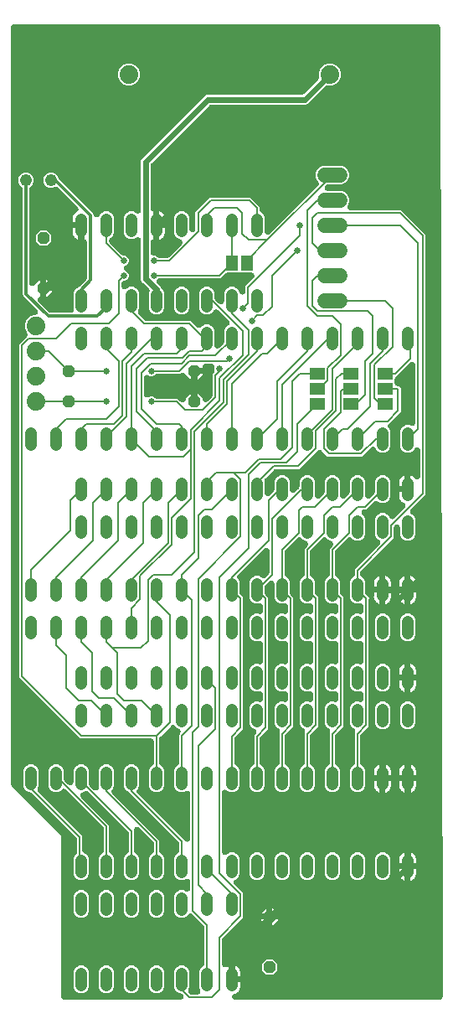
<source format=gtl>
G04 EAGLE Gerber RS-274X export*
G75*
%MOMM*%
%FSLAX34Y34*%
%LPD*%
%INTop Copper*%
%IPPOS*%
%AMOC8*
5,1,8,0,0,1.08239X$1,22.5*%
G01*
%ADD10C,1.219200*%
%ADD11C,1.879600*%
%ADD12R,1.600200X1.168400*%
%ADD13C,1.524000*%
%ADD14C,1.219200*%
%ADD15P,1.319650X8X202.500000*%
%ADD16P,1.319650X8X112.500000*%
%ADD17P,1.319650X8X292.500000*%
%ADD18R,1.168400X1.600200*%
%ADD19C,0.177800*%
%ADD20C,0.654800*%
%ADD21C,0.609600*%
%ADD22C,0.304800*%

G36*
X179408Y5084D02*
X179408Y5084D01*
X179446Y5082D01*
X179653Y5104D01*
X179862Y5121D01*
X179899Y5130D01*
X179937Y5134D01*
X180138Y5189D01*
X180340Y5239D01*
X180375Y5254D01*
X180412Y5265D01*
X180602Y5352D01*
X180794Y5434D01*
X180826Y5454D01*
X180861Y5470D01*
X181034Y5587D01*
X181210Y5699D01*
X181238Y5724D01*
X181270Y5746D01*
X181423Y5889D01*
X181578Y6028D01*
X181602Y6057D01*
X181630Y6084D01*
X181757Y6250D01*
X181888Y6412D01*
X181906Y6445D01*
X181930Y6475D01*
X182029Y6659D01*
X182132Y6840D01*
X182145Y6876D01*
X182163Y6910D01*
X182231Y7107D01*
X182303Y7303D01*
X182311Y7340D01*
X182323Y7376D01*
X182358Y7582D01*
X182398Y7787D01*
X182399Y7825D01*
X182406Y7863D01*
X182407Y8072D01*
X182413Y8280D01*
X182408Y8318D01*
X182409Y8356D01*
X182376Y8562D01*
X182349Y8769D01*
X182338Y8806D01*
X182332Y8844D01*
X182267Y9042D01*
X182206Y9241D01*
X182190Y9276D01*
X182178Y9312D01*
X182081Y9498D01*
X181989Y9685D01*
X181967Y9716D01*
X181950Y9750D01*
X181892Y9823D01*
X181704Y10087D01*
X181583Y10209D01*
X181524Y10283D01*
X181270Y10537D01*
X181183Y10611D01*
X181103Y10692D01*
X180996Y10770D01*
X180894Y10856D01*
X180797Y10915D01*
X180704Y10982D01*
X180586Y11042D01*
X180472Y11111D01*
X180366Y11153D01*
X180264Y11205D01*
X180137Y11245D01*
X180014Y11294D01*
X179902Y11319D01*
X179794Y11353D01*
X179700Y11363D01*
X179532Y11401D01*
X179208Y11419D01*
X179116Y11429D01*
X178774Y11429D01*
X175879Y12628D01*
X173664Y14843D01*
X172465Y17738D01*
X172465Y33062D01*
X173664Y35957D01*
X175879Y38172D01*
X178774Y39371D01*
X181906Y39371D01*
X184801Y38172D01*
X187016Y35957D01*
X188215Y33062D01*
X188215Y17738D01*
X187061Y14952D01*
X186994Y14745D01*
X186923Y14538D01*
X186918Y14510D01*
X186910Y14483D01*
X186877Y14267D01*
X186841Y14051D01*
X186840Y14023D01*
X186836Y13995D01*
X186839Y13777D01*
X186838Y13558D01*
X186842Y13530D01*
X186842Y13501D01*
X186880Y13287D01*
X186914Y13071D01*
X186923Y13044D01*
X186928Y13016D01*
X187000Y12810D01*
X187068Y12602D01*
X187082Y12577D01*
X187091Y12550D01*
X187195Y12359D01*
X187296Y12164D01*
X187311Y12146D01*
X187327Y12117D01*
X187630Y11727D01*
X187689Y11673D01*
X187722Y11631D01*
X188173Y11180D01*
X188259Y11106D01*
X188340Y11025D01*
X188447Y10947D01*
X188548Y10861D01*
X188646Y10802D01*
X188739Y10735D01*
X188857Y10675D01*
X188971Y10606D01*
X189077Y10564D01*
X189179Y10512D01*
X189306Y10472D01*
X189429Y10423D01*
X189540Y10398D01*
X189649Y10364D01*
X189743Y10354D01*
X189911Y10316D01*
X190235Y10298D01*
X190327Y10288D01*
X196391Y10288D01*
X196571Y10302D01*
X196751Y10309D01*
X196816Y10322D01*
X196882Y10328D01*
X197058Y10371D01*
X197234Y10407D01*
X197297Y10430D01*
X197361Y10446D01*
X197527Y10518D01*
X197696Y10581D01*
X197753Y10615D01*
X197815Y10641D01*
X197967Y10738D01*
X198123Y10828D01*
X198175Y10870D01*
X198231Y10906D01*
X198365Y11026D01*
X198505Y11141D01*
X198549Y11190D01*
X198598Y11235D01*
X198712Y11375D01*
X198831Y11510D01*
X198867Y11567D01*
X198908Y11619D01*
X198997Y11775D01*
X199094Y11928D01*
X199120Y11990D01*
X199152Y12047D01*
X199215Y12217D01*
X199285Y12383D01*
X199301Y12447D01*
X199324Y12510D01*
X199359Y12687D01*
X199401Y12862D01*
X199406Y12929D01*
X199419Y12994D01*
X199424Y13174D01*
X199438Y13354D01*
X199432Y13421D01*
X199434Y13487D01*
X199410Y13666D01*
X199395Y13846D01*
X199380Y13896D01*
X199370Y13976D01*
X199227Y14448D01*
X199212Y14479D01*
X199206Y14501D01*
X197865Y17738D01*
X197865Y33062D01*
X199064Y35957D01*
X201297Y38190D01*
X201386Y38235D01*
X201582Y38331D01*
X201605Y38347D01*
X201630Y38360D01*
X201806Y38490D01*
X201984Y38616D01*
X202004Y38637D01*
X202027Y38653D01*
X202179Y38809D01*
X202335Y38963D01*
X202352Y38986D01*
X202372Y39007D01*
X202497Y39185D01*
X202625Y39362D01*
X202638Y39387D01*
X202654Y39411D01*
X202749Y39607D01*
X202848Y39802D01*
X202856Y39830D01*
X202869Y39855D01*
X202930Y40064D01*
X202996Y40273D01*
X202999Y40296D01*
X203008Y40328D01*
X203069Y40818D01*
X203066Y40898D01*
X203072Y40951D01*
X203072Y78204D01*
X203063Y78318D01*
X203064Y78432D01*
X203043Y78563D01*
X203032Y78696D01*
X203005Y78806D01*
X202987Y78919D01*
X202946Y79046D01*
X202914Y79174D01*
X202869Y79279D01*
X202833Y79388D01*
X202771Y79506D01*
X202719Y79628D01*
X202658Y79724D01*
X202645Y79749D01*
X202634Y79771D01*
X202631Y79775D01*
X202605Y79825D01*
X202546Y79899D01*
X202454Y80044D01*
X202388Y80118D01*
X202348Y80174D01*
X202240Y80283D01*
X202238Y80286D01*
X202180Y80359D01*
X191410Y91128D01*
X191352Y91177D01*
X191300Y91233D01*
X191164Y91337D01*
X191034Y91448D01*
X190969Y91487D01*
X190909Y91533D01*
X190758Y91614D01*
X190612Y91702D01*
X190541Y91731D01*
X190474Y91767D01*
X190312Y91822D01*
X190154Y91885D01*
X190079Y91902D01*
X190007Y91927D01*
X189839Y91955D01*
X189672Y91992D01*
X189596Y91996D01*
X189521Y92009D01*
X189350Y92010D01*
X189179Y92020D01*
X189104Y92012D01*
X189027Y92012D01*
X188858Y91986D01*
X188689Y91968D01*
X188616Y91947D01*
X188540Y91936D01*
X188378Y91882D01*
X188213Y91837D01*
X188144Y91805D01*
X188072Y91781D01*
X187920Y91702D01*
X187765Y91631D01*
X187702Y91589D01*
X187634Y91553D01*
X187552Y91488D01*
X187355Y91356D01*
X187183Y91194D01*
X187101Y91128D01*
X184801Y88828D01*
X181906Y87629D01*
X178774Y87629D01*
X175879Y88828D01*
X173664Y91043D01*
X172465Y93938D01*
X172465Y109262D01*
X173664Y112157D01*
X175879Y114372D01*
X178774Y115571D01*
X181906Y115571D01*
X184762Y114388D01*
X184934Y114333D01*
X185103Y114270D01*
X185168Y114257D01*
X185231Y114237D01*
X185410Y114210D01*
X185587Y114175D01*
X185653Y114173D01*
X185719Y114163D01*
X185900Y114165D01*
X186080Y114160D01*
X186146Y114168D01*
X186213Y114169D01*
X186390Y114201D01*
X186569Y114224D01*
X186633Y114243D01*
X186698Y114255D01*
X186868Y114314D01*
X187042Y114367D01*
X187101Y114396D01*
X187164Y114418D01*
X187323Y114504D01*
X187485Y114584D01*
X187539Y114622D01*
X187597Y114654D01*
X187740Y114765D01*
X187887Y114869D01*
X187934Y114916D01*
X187987Y114957D01*
X188110Y115089D01*
X188238Y115216D01*
X188277Y115269D01*
X188322Y115318D01*
X188422Y115469D01*
X188528Y115615D01*
X188558Y115674D01*
X188595Y115729D01*
X188669Y115894D01*
X188751Y116055D01*
X188771Y116118D01*
X188798Y116179D01*
X188845Y116353D01*
X188899Y116525D01*
X188905Y116578D01*
X188926Y116656D01*
X188975Y117146D01*
X188973Y117180D01*
X188975Y117203D01*
X188975Y124097D01*
X188961Y124277D01*
X188954Y124457D01*
X188941Y124522D01*
X188935Y124588D01*
X188892Y124764D01*
X188856Y124941D01*
X188833Y125003D01*
X188817Y125067D01*
X188745Y125233D01*
X188682Y125402D01*
X188648Y125460D01*
X188622Y125521D01*
X188525Y125673D01*
X188435Y125829D01*
X188393Y125881D01*
X188357Y125937D01*
X188237Y126071D01*
X188122Y126211D01*
X188073Y126255D01*
X188028Y126305D01*
X187888Y126418D01*
X187753Y126537D01*
X187696Y126573D01*
X187644Y126615D01*
X187488Y126704D01*
X187335Y126800D01*
X187274Y126826D01*
X187216Y126859D01*
X187046Y126921D01*
X186880Y126991D01*
X186816Y127007D01*
X186753Y127030D01*
X186576Y127065D01*
X186401Y127107D01*
X186334Y127112D01*
X186269Y127125D01*
X186089Y127130D01*
X185909Y127144D01*
X185842Y127138D01*
X185776Y127140D01*
X185597Y127117D01*
X185417Y127101D01*
X185367Y127086D01*
X185287Y127076D01*
X184815Y126933D01*
X184784Y126918D01*
X184762Y126912D01*
X181906Y125729D01*
X178774Y125729D01*
X175879Y126928D01*
X173664Y129143D01*
X172465Y132038D01*
X172465Y147362D01*
X173664Y150257D01*
X175897Y152490D01*
X175986Y152535D01*
X176182Y152631D01*
X176205Y152647D01*
X176230Y152660D01*
X176406Y152790D01*
X176584Y152916D01*
X176604Y152937D01*
X176627Y152953D01*
X176779Y153109D01*
X176935Y153263D01*
X176952Y153286D01*
X176972Y153307D01*
X177097Y153485D01*
X177225Y153662D01*
X177238Y153687D01*
X177254Y153711D01*
X177349Y153907D01*
X177448Y154102D01*
X177456Y154130D01*
X177469Y154155D01*
X177530Y154364D01*
X177596Y154573D01*
X177599Y154596D01*
X177608Y154628D01*
X177669Y155118D01*
X177666Y155198D01*
X177672Y155251D01*
X177672Y162733D01*
X177663Y162846D01*
X177664Y162961D01*
X177643Y163092D01*
X177632Y163224D01*
X177605Y163335D01*
X177587Y163448D01*
X177546Y163574D01*
X177514Y163703D01*
X177469Y163808D01*
X177433Y163917D01*
X177371Y164035D01*
X177319Y164157D01*
X177258Y164253D01*
X177205Y164354D01*
X177146Y164428D01*
X177054Y164573D01*
X176838Y164815D01*
X176780Y164887D01*
X129328Y212340D01*
X126805Y214862D01*
X126798Y214869D01*
X126791Y214876D01*
X126611Y215027D01*
X126429Y215182D01*
X126421Y215187D01*
X126413Y215193D01*
X126378Y215212D01*
X126007Y215436D01*
X125885Y215485D01*
X125816Y215523D01*
X125079Y215828D01*
X122864Y218043D01*
X121665Y220938D01*
X121665Y236262D01*
X122864Y239157D01*
X125079Y241372D01*
X127974Y242571D01*
X131106Y242571D01*
X134001Y241372D01*
X136216Y239157D01*
X137415Y236262D01*
X137415Y220938D01*
X136216Y218043D01*
X135847Y217675D01*
X135798Y217617D01*
X135743Y217565D01*
X135639Y217429D01*
X135528Y217299D01*
X135489Y217234D01*
X135442Y217173D01*
X135362Y217023D01*
X135273Y216876D01*
X135245Y216806D01*
X135209Y216738D01*
X135154Y216577D01*
X135090Y216418D01*
X135074Y216344D01*
X135049Y216272D01*
X135020Y216103D01*
X134983Y215937D01*
X134979Y215861D01*
X134966Y215785D01*
X134965Y215615D01*
X134956Y215444D01*
X134964Y215368D01*
X134963Y215292D01*
X134990Y215123D01*
X135008Y214954D01*
X135028Y214880D01*
X135040Y214805D01*
X135094Y214642D01*
X135139Y214478D01*
X135170Y214409D01*
X135194Y214336D01*
X135273Y214185D01*
X135344Y214029D01*
X135387Y213966D01*
X135422Y213899D01*
X135488Y213816D01*
X135620Y213620D01*
X135782Y213447D01*
X135847Y213365D01*
X183773Y165439D01*
X183802Y165415D01*
X183828Y165386D01*
X183990Y165255D01*
X184149Y165120D01*
X184182Y165100D01*
X184212Y165076D01*
X184392Y164974D01*
X184572Y164865D01*
X184607Y164851D01*
X184640Y164832D01*
X184836Y164760D01*
X185030Y164682D01*
X185067Y164674D01*
X185103Y164661D01*
X185308Y164621D01*
X185512Y164576D01*
X185550Y164573D01*
X185587Y164566D01*
X185795Y164560D01*
X186004Y164548D01*
X186042Y164552D01*
X186080Y164551D01*
X186287Y164578D01*
X186495Y164600D01*
X186531Y164610D01*
X186569Y164615D01*
X186769Y164676D01*
X186970Y164731D01*
X187005Y164747D01*
X187042Y164758D01*
X187229Y164849D01*
X187419Y164936D01*
X187451Y164958D01*
X187485Y164975D01*
X187655Y165095D01*
X187828Y165212D01*
X187856Y165238D01*
X187887Y165260D01*
X188036Y165407D01*
X188188Y165550D01*
X188211Y165580D01*
X188238Y165607D01*
X188361Y165775D01*
X188488Y165941D01*
X188506Y165975D01*
X188528Y166005D01*
X188622Y166192D01*
X188721Y166376D01*
X188733Y166412D01*
X188751Y166446D01*
X188813Y166645D01*
X188881Y166842D01*
X188887Y166880D01*
X188899Y166916D01*
X188909Y167009D01*
X188964Y167329D01*
X188965Y167501D01*
X188975Y167594D01*
X188975Y212997D01*
X188961Y213177D01*
X188954Y213357D01*
X188941Y213422D01*
X188935Y213488D01*
X188892Y213664D01*
X188856Y213841D01*
X188833Y213903D01*
X188817Y213967D01*
X188745Y214133D01*
X188682Y214302D01*
X188648Y214360D01*
X188622Y214421D01*
X188525Y214573D01*
X188435Y214729D01*
X188393Y214781D01*
X188357Y214837D01*
X188237Y214971D01*
X188122Y215111D01*
X188073Y215155D01*
X188028Y215205D01*
X187888Y215318D01*
X187753Y215437D01*
X187696Y215473D01*
X187644Y215515D01*
X187488Y215604D01*
X187335Y215700D01*
X187274Y215726D01*
X187216Y215759D01*
X187046Y215821D01*
X186880Y215891D01*
X186816Y215907D01*
X186753Y215930D01*
X186576Y215965D01*
X186401Y216007D01*
X186334Y216012D01*
X186269Y216025D01*
X186089Y216030D01*
X185909Y216044D01*
X185842Y216038D01*
X185776Y216040D01*
X185597Y216017D01*
X185417Y216001D01*
X185367Y215986D01*
X185287Y215976D01*
X184815Y215833D01*
X184784Y215818D01*
X184762Y215812D01*
X181906Y214629D01*
X178774Y214629D01*
X175879Y215828D01*
X173664Y218043D01*
X172465Y220938D01*
X172465Y236262D01*
X173664Y239157D01*
X175897Y241390D01*
X175986Y241435D01*
X176182Y241531D01*
X176205Y241547D01*
X176230Y241560D01*
X176406Y241690D01*
X176584Y241816D01*
X176604Y241837D01*
X176627Y241853D01*
X176779Y242009D01*
X176935Y242163D01*
X176952Y242186D01*
X176972Y242207D01*
X177097Y242385D01*
X177225Y242562D01*
X177238Y242587D01*
X177254Y242611D01*
X177349Y242807D01*
X177448Y243002D01*
X177456Y243030D01*
X177469Y243055D01*
X177530Y243264D01*
X177596Y243473D01*
X177599Y243496D01*
X177608Y243528D01*
X177669Y244018D01*
X177666Y244098D01*
X177672Y244151D01*
X177672Y272885D01*
X178478Y273691D01*
X178595Y273829D01*
X178718Y273961D01*
X178755Y274016D01*
X178798Y274067D01*
X178891Y274222D01*
X178991Y274372D01*
X179018Y274433D01*
X179052Y274490D01*
X179119Y274657D01*
X179194Y274822D01*
X179211Y274886D01*
X179235Y274948D01*
X179275Y275124D01*
X179321Y275298D01*
X179328Y275364D01*
X179342Y275429D01*
X179352Y275610D01*
X179370Y275789D01*
X179366Y275855D01*
X179370Y275922D01*
X179351Y276101D01*
X179340Y276281D01*
X179325Y276346D01*
X179318Y276412D01*
X179270Y276586D01*
X179230Y276762D01*
X179205Y276824D01*
X179187Y276888D01*
X179112Y277052D01*
X179044Y277219D01*
X179009Y277276D01*
X178981Y277337D01*
X178881Y277486D01*
X178786Y277640D01*
X178743Y277691D01*
X178706Y277746D01*
X178582Y277877D01*
X178465Y278014D01*
X178414Y278057D01*
X178368Y278105D01*
X178225Y278215D01*
X178087Y278331D01*
X178041Y278357D01*
X177977Y278406D01*
X177542Y278639D01*
X177510Y278650D01*
X177490Y278661D01*
X175879Y279328D01*
X173579Y281628D01*
X173521Y281677D01*
X173469Y281733D01*
X173333Y281837D01*
X173203Y281948D01*
X173138Y281987D01*
X173077Y282033D01*
X172927Y282114D01*
X172781Y282202D01*
X172710Y282231D01*
X172643Y282267D01*
X172481Y282322D01*
X172323Y282385D01*
X172248Y282402D01*
X172176Y282427D01*
X172008Y282455D01*
X171841Y282492D01*
X171765Y282496D01*
X171690Y282509D01*
X171519Y282510D01*
X171348Y282520D01*
X171272Y282512D01*
X171196Y282512D01*
X171028Y282486D01*
X170858Y282468D01*
X170784Y282447D01*
X170709Y282436D01*
X170547Y282382D01*
X170382Y282337D01*
X170313Y282305D01*
X170240Y282281D01*
X170089Y282202D01*
X169934Y282131D01*
X169870Y282089D01*
X169803Y282053D01*
X169720Y281988D01*
X169524Y281856D01*
X169352Y281694D01*
X169270Y281628D01*
X168996Y281354D01*
X158855Y271213D01*
X158854Y271213D01*
X158500Y270859D01*
X158426Y270772D01*
X158345Y270691D01*
X158267Y270584D01*
X158181Y270483D01*
X158122Y270385D01*
X158055Y270293D01*
X157995Y270174D01*
X157926Y270060D01*
X157884Y269954D01*
X157832Y269852D01*
X157792Y269725D01*
X157743Y269602D01*
X157718Y269491D01*
X157684Y269382D01*
X157674Y269288D01*
X157636Y269120D01*
X157618Y268796D01*
X157608Y268704D01*
X157608Y244151D01*
X157625Y243933D01*
X157639Y243715D01*
X157645Y243687D01*
X157648Y243659D01*
X157700Y243447D01*
X157749Y243234D01*
X157760Y243208D01*
X157766Y243180D01*
X157852Y242980D01*
X157935Y242777D01*
X157950Y242753D01*
X157961Y242727D01*
X158078Y242543D01*
X158192Y242356D01*
X158211Y242335D01*
X158226Y242311D01*
X158371Y242148D01*
X158514Y241982D01*
X158536Y241964D01*
X158555Y241943D01*
X158725Y241806D01*
X158892Y241665D01*
X158912Y241654D01*
X158939Y241633D01*
X159367Y241389D01*
X159393Y241379D01*
X161616Y239157D01*
X162815Y236262D01*
X162815Y220938D01*
X161616Y218043D01*
X159401Y215828D01*
X156506Y214629D01*
X153374Y214629D01*
X150479Y215828D01*
X148264Y218043D01*
X147065Y220938D01*
X147065Y236262D01*
X148264Y239157D01*
X150497Y241390D01*
X150586Y241435D01*
X150782Y241531D01*
X150805Y241547D01*
X150830Y241560D01*
X151006Y241690D01*
X151184Y241816D01*
X151204Y241837D01*
X151227Y241853D01*
X151379Y242009D01*
X151535Y242163D01*
X151552Y242186D01*
X151572Y242207D01*
X151697Y242385D01*
X151825Y242562D01*
X151838Y242587D01*
X151854Y242611D01*
X151949Y242807D01*
X152048Y243002D01*
X152056Y243030D01*
X152069Y243055D01*
X152130Y243264D01*
X152196Y243473D01*
X152199Y243496D01*
X152208Y243528D01*
X152269Y244018D01*
X152266Y244098D01*
X152272Y244151D01*
X152272Y265711D01*
X152266Y265787D01*
X152268Y265863D01*
X152246Y266032D01*
X152232Y266202D01*
X152214Y266276D01*
X152204Y266352D01*
X152155Y266515D01*
X152114Y266681D01*
X152084Y266751D01*
X152062Y266824D01*
X151986Y266978D01*
X151919Y267135D01*
X151878Y267199D01*
X151845Y267267D01*
X151746Y267407D01*
X151654Y267551D01*
X151603Y267607D01*
X151559Y267670D01*
X151439Y267791D01*
X151325Y267918D01*
X151266Y267966D01*
X151212Y268021D01*
X151074Y268121D01*
X150941Y268228D01*
X150875Y268266D01*
X150814Y268311D01*
X150661Y268388D01*
X150513Y268472D01*
X150441Y268499D01*
X150373Y268533D01*
X150210Y268585D01*
X150050Y268644D01*
X149975Y268659D01*
X149903Y268682D01*
X149798Y268693D01*
X149566Y268739D01*
X149330Y268746D01*
X149225Y268758D01*
X77989Y268758D01*
X16001Y330746D01*
X16001Y667474D01*
X21840Y673312D01*
X23616Y675088D01*
X23665Y675147D01*
X23721Y675199D01*
X23825Y675334D01*
X23935Y675464D01*
X23975Y675530D01*
X24021Y675590D01*
X24102Y675741D01*
X24190Y675887D01*
X24218Y675958D01*
X24254Y676025D01*
X24310Y676187D01*
X24373Y676345D01*
X24389Y676420D01*
X24414Y676492D01*
X24443Y676660D01*
X24480Y676827D01*
X24484Y676903D01*
X24497Y676978D01*
X24498Y677148D01*
X24507Y677319D01*
X24499Y677395D01*
X24500Y677471D01*
X24473Y677640D01*
X24455Y677810D01*
X24435Y677883D01*
X24423Y677959D01*
X24370Y678121D01*
X24324Y678286D01*
X24293Y678355D01*
X24269Y678427D01*
X24190Y678579D01*
X24119Y678734D01*
X24076Y678797D01*
X24041Y678865D01*
X23975Y678947D01*
X23843Y679143D01*
X23681Y679316D01*
X23616Y679398D01*
X23545Y679469D01*
X21843Y683577D01*
X21843Y688023D01*
X23545Y692131D01*
X26689Y695275D01*
X30797Y696977D01*
X32085Y696977D01*
X32123Y696980D01*
X32161Y696978D01*
X32369Y697000D01*
X32577Y697017D01*
X32614Y697026D01*
X32652Y697030D01*
X32853Y697085D01*
X33056Y697135D01*
X33091Y697150D01*
X33127Y697161D01*
X33317Y697248D01*
X33509Y697330D01*
X33541Y697350D01*
X33576Y697366D01*
X33749Y697483D01*
X33925Y697595D01*
X33953Y697620D01*
X33985Y697642D01*
X34137Y697785D01*
X34293Y697924D01*
X34317Y697953D01*
X34345Y697979D01*
X34472Y698145D01*
X34603Y698308D01*
X34622Y698341D01*
X34645Y698371D01*
X34744Y698555D01*
X34847Y698736D01*
X34860Y698772D01*
X34878Y698806D01*
X34946Y699003D01*
X35018Y699199D01*
X35026Y699236D01*
X35038Y699272D01*
X35073Y699479D01*
X35113Y699683D01*
X35114Y699721D01*
X35121Y699759D01*
X35122Y699968D01*
X35128Y700176D01*
X35123Y700214D01*
X35124Y700252D01*
X35091Y700459D01*
X35064Y700665D01*
X35053Y700702D01*
X35047Y700739D01*
X34982Y700938D01*
X34922Y701137D01*
X34905Y701172D01*
X34893Y701208D01*
X34796Y701393D01*
X34705Y701581D01*
X34683Y701612D01*
X34665Y701646D01*
X34607Y701718D01*
X34419Y701983D01*
X34298Y702105D01*
X34240Y702179D01*
X21418Y715001D01*
X20060Y716358D01*
X19557Y717572D01*
X19557Y824024D01*
X19548Y824138D01*
X19549Y824252D01*
X19528Y824383D01*
X19517Y824516D01*
X19490Y824626D01*
X19472Y824739D01*
X19431Y824866D01*
X19399Y824994D01*
X19354Y825099D01*
X19318Y825208D01*
X19256Y825326D01*
X19204Y825448D01*
X19143Y825544D01*
X19090Y825645D01*
X19031Y825719D01*
X18939Y825864D01*
X18723Y826106D01*
X18665Y826179D01*
X16184Y828659D01*
X14985Y831554D01*
X14985Y834686D01*
X16184Y837581D01*
X18399Y839796D01*
X21294Y840995D01*
X24426Y840995D01*
X27321Y839796D01*
X29536Y837581D01*
X30735Y834686D01*
X30735Y831554D01*
X29536Y828659D01*
X27055Y826179D01*
X26981Y826092D01*
X26900Y826011D01*
X26822Y825904D01*
X26736Y825803D01*
X26677Y825705D01*
X26610Y825613D01*
X26550Y825494D01*
X26481Y825380D01*
X26439Y825274D01*
X26387Y825172D01*
X26347Y825045D01*
X26298Y824922D01*
X26273Y824811D01*
X26239Y824702D01*
X26229Y824608D01*
X26191Y824440D01*
X26173Y824116D01*
X26163Y824024D01*
X26163Y728994D01*
X26166Y728956D01*
X26164Y728918D01*
X26186Y728710D01*
X26203Y728502D01*
X26212Y728465D01*
X26216Y728427D01*
X26271Y728226D01*
X26321Y728023D01*
X26336Y727988D01*
X26347Y727951D01*
X26434Y727761D01*
X26516Y727570D01*
X26536Y727538D01*
X26552Y727503D01*
X26669Y727329D01*
X26781Y727154D01*
X26806Y727125D01*
X26828Y727094D01*
X26971Y726942D01*
X27110Y726786D01*
X27139Y726762D01*
X27165Y726734D01*
X27331Y726607D01*
X27494Y726476D01*
X27527Y726457D01*
X27557Y726434D01*
X27741Y726335D01*
X27922Y726232D01*
X27958Y726219D01*
X27992Y726201D01*
X28189Y726133D01*
X28385Y726060D01*
X28422Y726053D01*
X28458Y726041D01*
X28665Y726005D01*
X28869Y725966D01*
X28907Y725964D01*
X28945Y725958D01*
X29154Y725957D01*
X29362Y725950D01*
X29400Y725955D01*
X29438Y725955D01*
X29645Y725987D01*
X29851Y726015D01*
X29888Y726026D01*
X29925Y726032D01*
X30124Y726097D01*
X30323Y726157D01*
X30358Y726174D01*
X30394Y726186D01*
X30579Y726282D01*
X30767Y726374D01*
X30798Y726396D01*
X30832Y726414D01*
X30904Y726472D01*
X31169Y726659D01*
X31291Y726780D01*
X31365Y726839D01*
X37063Y732537D01*
X37593Y732537D01*
X37593Y723900D01*
X37593Y715243D01*
X37570Y715240D01*
X37362Y715223D01*
X37325Y715214D01*
X37287Y715210D01*
X37086Y715155D01*
X36883Y715105D01*
X36848Y715090D01*
X36811Y715079D01*
X36621Y714992D01*
X36429Y714910D01*
X36397Y714890D01*
X36363Y714874D01*
X36189Y714757D01*
X36013Y714645D01*
X35985Y714620D01*
X35953Y714598D01*
X35801Y714455D01*
X35646Y714316D01*
X35622Y714287D01*
X35594Y714261D01*
X35467Y714095D01*
X35336Y713932D01*
X35317Y713899D01*
X35294Y713869D01*
X35195Y713685D01*
X35092Y713504D01*
X35078Y713468D01*
X35060Y713434D01*
X34993Y713237D01*
X34920Y713041D01*
X34913Y713004D01*
X34900Y712968D01*
X34865Y712761D01*
X34825Y712557D01*
X34824Y712519D01*
X34818Y712481D01*
X34816Y712272D01*
X34810Y712064D01*
X34815Y712026D01*
X34815Y711988D01*
X34847Y711781D01*
X34874Y711575D01*
X34885Y711538D01*
X34891Y711501D01*
X34957Y711302D01*
X35017Y711103D01*
X35034Y711068D01*
X35046Y711032D01*
X35142Y710847D01*
X35234Y710659D01*
X35256Y710628D01*
X35273Y710594D01*
X35331Y710522D01*
X35519Y710257D01*
X35640Y710135D01*
X35699Y710061D01*
X45859Y699901D01*
X45946Y699827D01*
X46026Y699746D01*
X46133Y699668D01*
X46235Y699582D01*
X46332Y699523D01*
X46425Y699456D01*
X46543Y699396D01*
X46657Y699327D01*
X46763Y699285D01*
X46865Y699233D01*
X46992Y699193D01*
X47115Y699144D01*
X47227Y699119D01*
X47336Y699085D01*
X47429Y699075D01*
X47597Y699037D01*
X47921Y699019D01*
X48013Y699009D01*
X68181Y699009D01*
X68361Y699023D01*
X68541Y699030D01*
X68606Y699043D01*
X68672Y699049D01*
X68848Y699092D01*
X69024Y699128D01*
X69087Y699151D01*
X69151Y699167D01*
X69317Y699239D01*
X69486Y699302D01*
X69543Y699336D01*
X69605Y699362D01*
X69757Y699459D01*
X69913Y699549D01*
X69965Y699591D01*
X70021Y699627D01*
X70155Y699747D01*
X70295Y699862D01*
X70339Y699911D01*
X70389Y699956D01*
X70502Y700096D01*
X70621Y700231D01*
X70657Y700288D01*
X70698Y700340D01*
X70788Y700496D01*
X70884Y700649D01*
X70910Y700711D01*
X70942Y700768D01*
X71005Y700938D01*
X71075Y701104D01*
X71091Y701168D01*
X71114Y701231D01*
X71149Y701408D01*
X71191Y701583D01*
X71196Y701650D01*
X71209Y701715D01*
X71214Y701895D01*
X71228Y702075D01*
X71222Y702142D01*
X71224Y702208D01*
X71201Y702387D01*
X71185Y702567D01*
X71170Y702617D01*
X71160Y702697D01*
X71017Y703169D01*
X71002Y703200D01*
X70996Y703222D01*
X70865Y703538D01*
X70865Y718862D01*
X72064Y721757D01*
X74279Y723972D01*
X75806Y724604D01*
X75814Y724608D01*
X75823Y724611D01*
X76034Y724721D01*
X76245Y724829D01*
X76252Y724835D01*
X76261Y724839D01*
X76293Y724865D01*
X76641Y725122D01*
X76733Y725216D01*
X76794Y725265D01*
X83943Y732413D01*
X84017Y732500D01*
X84098Y732580D01*
X84176Y732688D01*
X84262Y732789D01*
X84321Y732887D01*
X84388Y732979D01*
X84448Y733098D01*
X84517Y733212D01*
X84559Y733318D01*
X84611Y733420D01*
X84651Y733547D01*
X84700Y733670D01*
X84725Y733781D01*
X84759Y733890D01*
X84769Y733984D01*
X84807Y734151D01*
X84825Y734476D01*
X84835Y734568D01*
X84835Y770009D01*
X84831Y770066D01*
X84831Y770093D01*
X84831Y770094D01*
X84833Y770131D01*
X84810Y770316D01*
X84795Y770501D01*
X84781Y770560D01*
X84773Y770621D01*
X84721Y770799D01*
X84677Y770980D01*
X84653Y771036D01*
X84635Y771094D01*
X84555Y771262D01*
X84482Y771433D01*
X84449Y771485D01*
X84423Y771540D01*
X84317Y771693D01*
X84217Y771849D01*
X84176Y771895D01*
X84141Y771945D01*
X84012Y772078D01*
X83888Y772217D01*
X83841Y772255D01*
X83798Y772299D01*
X83649Y772410D01*
X83504Y772527D01*
X83451Y772557D01*
X83402Y772594D01*
X83237Y772679D01*
X83076Y772771D01*
X83018Y772792D01*
X82964Y772820D01*
X82788Y772878D01*
X82613Y772943D01*
X82553Y772954D01*
X82495Y772973D01*
X82311Y773002D01*
X82129Y773037D01*
X82068Y773039D01*
X82008Y773048D01*
X81821Y773047D01*
X81787Y773048D01*
X81787Y787400D01*
X81781Y787476D01*
X81784Y787552D01*
X81761Y787721D01*
X81747Y787891D01*
X81729Y787965D01*
X81719Y788041D01*
X81670Y788205D01*
X81629Y788370D01*
X81599Y788440D01*
X81577Y788513D01*
X81502Y788667D01*
X81434Y788824D01*
X81393Y788888D01*
X81360Y788956D01*
X81261Y789096D01*
X81169Y789240D01*
X81118Y789296D01*
X81074Y789359D01*
X80954Y789480D01*
X80840Y789608D01*
X80781Y789656D01*
X80727Y789710D01*
X80589Y789811D01*
X80456Y789918D01*
X80390Y789956D01*
X80328Y790000D01*
X80176Y790077D01*
X80027Y790162D01*
X79956Y790188D01*
X79888Y790223D01*
X79725Y790274D01*
X79565Y790334D01*
X79490Y790348D01*
X79417Y790371D01*
X79313Y790383D01*
X79081Y790428D01*
X78845Y790436D01*
X78740Y790447D01*
X70103Y790447D01*
X70103Y794176D01*
X70316Y795519D01*
X70736Y796811D01*
X71353Y798023D01*
X72152Y799123D01*
X73113Y800084D01*
X74213Y800883D01*
X74292Y800923D01*
X74344Y800955D01*
X74399Y800980D01*
X74554Y801084D01*
X74712Y801182D01*
X74758Y801222D01*
X74809Y801256D01*
X74944Y801383D01*
X75085Y801505D01*
X75124Y801552D01*
X75168Y801593D01*
X75281Y801741D01*
X75400Y801884D01*
X75431Y801937D01*
X75468Y801985D01*
X75556Y802149D01*
X75651Y802309D01*
X75673Y802366D01*
X75702Y802420D01*
X75762Y802596D01*
X75829Y802769D01*
X75842Y802828D01*
X75862Y802886D01*
X75893Y803070D01*
X75931Y803251D01*
X75934Y803313D01*
X75944Y803373D01*
X75945Y803559D01*
X75954Y803744D01*
X75947Y803805D01*
X75947Y803866D01*
X75918Y804050D01*
X75897Y804234D01*
X75880Y804293D01*
X75871Y804353D01*
X75813Y804530D01*
X75762Y804709D01*
X75736Y804764D01*
X75716Y804822D01*
X75631Y804987D01*
X75551Y805155D01*
X75517Y805205D01*
X75489Y805260D01*
X75423Y805341D01*
X75272Y805562D01*
X75127Y805713D01*
X75063Y805793D01*
X55356Y825500D01*
X55191Y825641D01*
X55026Y825786D01*
X55002Y825801D01*
X54980Y825819D01*
X54793Y825932D01*
X54608Y826048D01*
X54582Y826059D01*
X54558Y826074D01*
X54354Y826155D01*
X54154Y826240D01*
X54126Y826246D01*
X54100Y826257D01*
X53887Y826304D01*
X53674Y826355D01*
X53646Y826358D01*
X53618Y826364D01*
X53400Y826376D01*
X53182Y826392D01*
X53154Y826390D01*
X53126Y826391D01*
X52908Y826368D01*
X52691Y826349D01*
X52668Y826343D01*
X52635Y826339D01*
X52159Y826208D01*
X52086Y826175D01*
X52035Y826160D01*
X49826Y825245D01*
X46694Y825245D01*
X43799Y826444D01*
X41584Y828659D01*
X40385Y831554D01*
X40385Y834686D01*
X41584Y837581D01*
X43799Y839796D01*
X46694Y840995D01*
X49826Y840995D01*
X52721Y839796D01*
X54936Y837581D01*
X56344Y834182D01*
X56348Y834173D01*
X56351Y834164D01*
X56462Y833951D01*
X56569Y833743D01*
X56574Y833735D01*
X56579Y833727D01*
X56604Y833695D01*
X56862Y833346D01*
X56955Y833255D01*
X57004Y833193D01*
X89580Y800617D01*
X90938Y799260D01*
X91656Y797527D01*
X91673Y797493D01*
X91686Y797457D01*
X91786Y797273D01*
X91881Y797088D01*
X91903Y797057D01*
X91922Y797024D01*
X92050Y796859D01*
X92174Y796691D01*
X92201Y796664D01*
X92224Y796634D01*
X92377Y796493D01*
X92527Y796347D01*
X92558Y796325D01*
X92586Y796299D01*
X92760Y796183D01*
X92931Y796064D01*
X92965Y796047D01*
X92997Y796026D01*
X93187Y795940D01*
X93375Y795850D01*
X93412Y795839D01*
X93447Y795823D01*
X93648Y795769D01*
X93849Y795710D01*
X93886Y795705D01*
X93923Y795696D01*
X94131Y795675D01*
X94338Y795649D01*
X94376Y795650D01*
X94414Y795646D01*
X94623Y795659D01*
X94831Y795667D01*
X94868Y795675D01*
X94907Y795677D01*
X95110Y795724D01*
X95315Y795765D01*
X95350Y795779D01*
X95388Y795787D01*
X95581Y795866D01*
X95776Y795940D01*
X95809Y795959D01*
X95844Y795973D01*
X96022Y796082D01*
X96203Y796186D01*
X96233Y796211D01*
X96265Y796230D01*
X96423Y796366D01*
X96585Y796499D01*
X96610Y796527D01*
X96639Y796552D01*
X96774Y796712D01*
X96912Y796869D01*
X96932Y796901D01*
X96956Y796930D01*
X97001Y797012D01*
X97174Y797286D01*
X97241Y797445D01*
X97286Y797527D01*
X97464Y797957D01*
X99679Y800172D01*
X102574Y801371D01*
X105706Y801371D01*
X108601Y800172D01*
X110816Y797957D01*
X112015Y795062D01*
X112015Y779738D01*
X110816Y776843D01*
X108570Y774597D01*
X108462Y774547D01*
X108406Y774510D01*
X108347Y774480D01*
X108202Y774373D01*
X108052Y774272D01*
X108004Y774227D01*
X107950Y774187D01*
X107824Y774058D01*
X107693Y773934D01*
X107652Y773882D01*
X107606Y773834D01*
X107502Y773686D01*
X107393Y773543D01*
X107361Y773484D01*
X107323Y773430D01*
X107245Y773267D01*
X107159Y773108D01*
X107138Y773045D01*
X107109Y772985D01*
X107058Y772812D01*
X106999Y772641D01*
X106988Y772576D01*
X106969Y772512D01*
X106947Y772333D01*
X106917Y772155D01*
X106916Y772088D01*
X106908Y772023D01*
X106915Y771842D01*
X106914Y771662D01*
X106924Y771596D01*
X106927Y771530D01*
X106962Y771353D01*
X106990Y771174D01*
X107011Y771111D01*
X107024Y771046D01*
X107088Y770877D01*
X107145Y770706D01*
X107175Y770647D01*
X107199Y770585D01*
X107289Y770429D01*
X107372Y770268D01*
X107405Y770227D01*
X107446Y770157D01*
X107758Y769776D01*
X107783Y769753D01*
X107798Y769735D01*
X119748Y757785D01*
X119834Y757711D01*
X119915Y757630D01*
X120022Y757552D01*
X120123Y757466D01*
X120221Y757407D01*
X120314Y757340D01*
X120432Y757280D01*
X120546Y757211D01*
X120652Y757169D01*
X120754Y757117D01*
X120881Y757077D01*
X121004Y757028D01*
X121115Y757003D01*
X121224Y756969D01*
X121318Y756959D01*
X121486Y756921D01*
X121810Y756903D01*
X121902Y756893D01*
X122925Y756893D01*
X124782Y756123D01*
X126203Y754702D01*
X126973Y752845D01*
X126973Y750835D01*
X126203Y748978D01*
X124782Y747556D01*
X123524Y747035D01*
X123490Y747018D01*
X123454Y747005D01*
X123270Y746905D01*
X123085Y746810D01*
X123054Y746788D01*
X123021Y746769D01*
X122855Y746641D01*
X122688Y746517D01*
X122661Y746490D01*
X122631Y746467D01*
X122489Y746313D01*
X122343Y746164D01*
X122321Y746133D01*
X122296Y746105D01*
X122180Y745931D01*
X122060Y745760D01*
X122044Y745725D01*
X122023Y745694D01*
X121937Y745504D01*
X121846Y745315D01*
X121836Y745279D01*
X121820Y745244D01*
X121766Y745042D01*
X121707Y744842D01*
X121702Y744805D01*
X121692Y744768D01*
X121671Y744559D01*
X121646Y744353D01*
X121647Y744315D01*
X121643Y744277D01*
X121656Y744068D01*
X121664Y743860D01*
X121672Y743822D01*
X121674Y743784D01*
X121721Y743581D01*
X121762Y743376D01*
X121775Y743341D01*
X121784Y743303D01*
X121863Y743110D01*
X121936Y742915D01*
X121955Y742882D01*
X121970Y742846D01*
X122079Y742668D01*
X122183Y742488D01*
X122207Y742458D01*
X122227Y742426D01*
X122363Y742267D01*
X122495Y742106D01*
X122524Y742080D01*
X122549Y742052D01*
X122709Y741917D01*
X122865Y741779D01*
X122898Y741759D01*
X122927Y741735D01*
X123008Y741690D01*
X123283Y741517D01*
X123441Y741450D01*
X123524Y741405D01*
X124782Y740883D01*
X126203Y739462D01*
X126973Y737605D01*
X126973Y735595D01*
X126203Y733738D01*
X124782Y732317D01*
X122925Y731547D01*
X122555Y731547D01*
X122479Y731541D01*
X122403Y731543D01*
X122234Y731521D01*
X122063Y731507D01*
X121989Y731489D01*
X121914Y731479D01*
X121750Y731430D01*
X121584Y731389D01*
X121515Y731359D01*
X121441Y731337D01*
X121288Y731261D01*
X121131Y731194D01*
X121067Y731153D01*
X120998Y731120D01*
X120859Y731021D01*
X120715Y730929D01*
X120658Y730878D01*
X120596Y730834D01*
X120475Y730714D01*
X120347Y730600D01*
X120299Y730541D01*
X120245Y730487D01*
X120144Y730349D01*
X120037Y730216D01*
X120000Y730150D01*
X119955Y730089D01*
X119878Y729936D01*
X119793Y729788D01*
X119767Y729716D01*
X119732Y729648D01*
X119681Y729485D01*
X119622Y729325D01*
X119607Y729250D01*
X119584Y729178D01*
X119572Y729073D01*
X119527Y728841D01*
X119520Y728605D01*
X119508Y728500D01*
X119508Y725757D01*
X119511Y725719D01*
X119509Y725681D01*
X119531Y725473D01*
X119548Y725265D01*
X119557Y725228D01*
X119561Y725190D01*
X119616Y724989D01*
X119666Y724786D01*
X119681Y724751D01*
X119692Y724715D01*
X119779Y724525D01*
X119861Y724333D01*
X119881Y724301D01*
X119897Y724266D01*
X120014Y724093D01*
X120126Y723917D01*
X120151Y723889D01*
X120173Y723857D01*
X120316Y723705D01*
X120455Y723549D01*
X120484Y723525D01*
X120511Y723497D01*
X120676Y723370D01*
X120839Y723239D01*
X120872Y723220D01*
X120902Y723197D01*
X121086Y723098D01*
X121267Y722995D01*
X121303Y722982D01*
X121337Y722964D01*
X121534Y722896D01*
X121730Y722824D01*
X121767Y722816D01*
X121803Y722804D01*
X122009Y722769D01*
X122214Y722729D01*
X122252Y722728D01*
X122290Y722721D01*
X122499Y722720D01*
X122707Y722714D01*
X122745Y722719D01*
X122783Y722718D01*
X122989Y722751D01*
X123196Y722778D01*
X123233Y722789D01*
X123270Y722795D01*
X123468Y722860D01*
X123668Y722920D01*
X123703Y722937D01*
X123739Y722949D01*
X123924Y723046D01*
X124112Y723137D01*
X124143Y723159D01*
X124177Y723177D01*
X124250Y723235D01*
X124514Y723423D01*
X124636Y723544D01*
X124710Y723602D01*
X125079Y723972D01*
X127974Y725171D01*
X131106Y725171D01*
X134001Y723972D01*
X136216Y721757D01*
X137415Y718862D01*
X137415Y703538D01*
X136261Y700752D01*
X136194Y700545D01*
X136123Y700338D01*
X136118Y700310D01*
X136110Y700283D01*
X136077Y700067D01*
X136041Y699851D01*
X136040Y699823D01*
X136036Y699795D01*
X136039Y699577D01*
X136037Y699358D01*
X136042Y699330D01*
X136042Y699301D01*
X136080Y699087D01*
X136114Y698871D01*
X136123Y698843D01*
X136128Y698816D01*
X136200Y698610D01*
X136268Y698402D01*
X136282Y698377D01*
X136291Y698350D01*
X136395Y698158D01*
X136496Y697964D01*
X136511Y697946D01*
X136527Y697917D01*
X136830Y697527D01*
X136889Y697472D01*
X136921Y697431D01*
X142833Y691519D01*
X142914Y691451D01*
X142915Y691449D01*
X142918Y691448D01*
X142920Y691445D01*
X143001Y691364D01*
X143108Y691286D01*
X143209Y691200D01*
X143307Y691141D01*
X143400Y691074D01*
X143518Y691014D01*
X143632Y690945D01*
X143738Y690903D01*
X143840Y690851D01*
X143967Y690811D01*
X144090Y690762D01*
X144201Y690737D01*
X144310Y690703D01*
X144404Y690693D01*
X144572Y690655D01*
X144896Y690637D01*
X144988Y690627D01*
X189446Y690627D01*
X191901Y688172D01*
X195585Y684487D01*
X195643Y684438D01*
X195696Y684383D01*
X195831Y684279D01*
X195961Y684168D01*
X196027Y684129D01*
X196087Y684082D01*
X196237Y684001D01*
X196384Y683913D01*
X196455Y683885D01*
X196522Y683849D01*
X196684Y683794D01*
X196842Y683730D01*
X196916Y683714D01*
X196988Y683689D01*
X197157Y683660D01*
X197324Y683623D01*
X197400Y683619D01*
X197475Y683606D01*
X197646Y683605D01*
X197816Y683596D01*
X197892Y683604D01*
X197968Y683603D01*
X198137Y683630D01*
X198307Y683648D01*
X198380Y683668D01*
X198455Y683680D01*
X198618Y683733D01*
X198782Y683779D01*
X198852Y683810D01*
X198924Y683834D01*
X199076Y683913D01*
X199231Y683984D01*
X199294Y684027D01*
X199362Y684062D01*
X199444Y684128D01*
X199640Y684260D01*
X199813Y684422D01*
X199895Y684487D01*
X201279Y685872D01*
X204174Y687071D01*
X207306Y687071D01*
X210201Y685872D01*
X212416Y683657D01*
X213615Y680762D01*
X213615Y665995D01*
X213618Y665957D01*
X213616Y665919D01*
X213638Y665711D01*
X213655Y665504D01*
X213664Y665467D01*
X213668Y665429D01*
X213723Y665227D01*
X213773Y665025D01*
X213788Y664990D01*
X213799Y664953D01*
X213886Y664763D01*
X213968Y664571D01*
X213988Y664539D01*
X214004Y664505D01*
X214121Y664332D01*
X214233Y664155D01*
X214258Y664127D01*
X214280Y664095D01*
X214423Y663943D01*
X214562Y663788D01*
X214591Y663764D01*
X214617Y663736D01*
X214784Y663608D01*
X214946Y663478D01*
X214978Y663459D01*
X215009Y663435D01*
X215193Y663336D01*
X215374Y663234D01*
X215410Y663220D01*
X215444Y663202D01*
X215641Y663135D01*
X215837Y663062D01*
X215874Y663055D01*
X215910Y663042D01*
X216117Y663007D01*
X216321Y662967D01*
X216359Y662966D01*
X216397Y662960D01*
X216606Y662958D01*
X216814Y662952D01*
X216852Y662957D01*
X216890Y662957D01*
X217097Y662989D01*
X217303Y663016D01*
X217340Y663027D01*
X217377Y663033D01*
X217576Y663099D01*
X217775Y663159D01*
X217810Y663176D01*
X217846Y663188D01*
X218031Y663284D01*
X218219Y663376D01*
X218250Y663398D01*
X218284Y663415D01*
X218356Y663473D01*
X218621Y663661D01*
X218743Y663782D01*
X218817Y663841D01*
X222373Y667397D01*
X222447Y667484D01*
X222528Y667564D01*
X222606Y667671D01*
X222692Y667773D01*
X222751Y667870D01*
X222818Y667963D01*
X222878Y668081D01*
X222947Y668195D01*
X222989Y668301D01*
X223041Y668403D01*
X223081Y668530D01*
X223130Y668653D01*
X223155Y668765D01*
X223189Y668874D01*
X223199Y668967D01*
X223237Y669135D01*
X223255Y669459D01*
X223265Y669551D01*
X223265Y680762D01*
X224464Y683657D01*
X226679Y685872D01*
X226995Y686003D01*
X227155Y686085D01*
X227320Y686160D01*
X227375Y686197D01*
X227434Y686228D01*
X227579Y686335D01*
X227729Y686436D01*
X227777Y686481D01*
X227831Y686521D01*
X227957Y686650D01*
X228088Y686773D01*
X228129Y686826D01*
X228175Y686874D01*
X228279Y687021D01*
X228389Y687165D01*
X228420Y687223D01*
X228458Y687278D01*
X228536Y687440D01*
X228622Y687600D01*
X228643Y687662D01*
X228672Y687722D01*
X228723Y687895D01*
X228782Y688066D01*
X228793Y688132D01*
X228812Y688195D01*
X228834Y688375D01*
X228864Y688553D01*
X228865Y688619D01*
X228873Y688685D01*
X228866Y688865D01*
X228867Y689046D01*
X228857Y689112D01*
X228855Y689178D01*
X228819Y689355D01*
X228791Y689533D01*
X228770Y689596D01*
X228757Y689662D01*
X228693Y689830D01*
X228637Y690002D01*
X228606Y690061D01*
X228582Y690123D01*
X228492Y690279D01*
X228409Y690439D01*
X228376Y690481D01*
X228336Y690550D01*
X228023Y690932D01*
X227998Y690954D01*
X227983Y690973D01*
X217368Y701588D01*
X217231Y701705D01*
X217098Y701828D01*
X217043Y701865D01*
X216992Y701908D01*
X216837Y702001D01*
X216687Y702101D01*
X216626Y702128D01*
X216569Y702162D01*
X216402Y702229D01*
X216237Y702304D01*
X216173Y702321D01*
X216111Y702345D01*
X215935Y702384D01*
X215761Y702431D01*
X215694Y702438D01*
X215630Y702452D01*
X215449Y702462D01*
X215270Y702480D01*
X215204Y702476D01*
X215137Y702480D01*
X214957Y702461D01*
X214777Y702449D01*
X214713Y702435D01*
X214646Y702428D01*
X214473Y702380D01*
X214296Y702340D01*
X214235Y702315D01*
X214171Y702297D01*
X214007Y702222D01*
X213839Y702154D01*
X213783Y702119D01*
X213722Y702091D01*
X213573Y701990D01*
X213419Y701896D01*
X213368Y701853D01*
X213313Y701816D01*
X213182Y701692D01*
X213045Y701575D01*
X213002Y701524D01*
X212953Y701478D01*
X212844Y701335D01*
X212728Y701197D01*
X212702Y701150D01*
X212653Y701087D01*
X212420Y700652D01*
X212418Y700645D01*
X210201Y698428D01*
X207306Y697229D01*
X204174Y697229D01*
X201279Y698428D01*
X199064Y700643D01*
X197865Y703538D01*
X197865Y718862D01*
X199064Y721757D01*
X201279Y723972D01*
X204174Y725171D01*
X207306Y725171D01*
X210201Y723972D01*
X212416Y721757D01*
X213615Y718862D01*
X213615Y714149D01*
X213624Y714035D01*
X213623Y713921D01*
X213644Y713790D01*
X213655Y713657D01*
X213682Y713547D01*
X213700Y713434D01*
X213741Y713307D01*
X213773Y713179D01*
X213818Y713074D01*
X213854Y712965D01*
X213916Y712847D01*
X213968Y712725D01*
X214029Y712629D01*
X214082Y712528D01*
X214141Y712454D01*
X214233Y712309D01*
X214449Y712067D01*
X214507Y711994D01*
X215470Y711032D01*
X218063Y708438D01*
X218092Y708414D01*
X218118Y708385D01*
X218280Y708254D01*
X218439Y708119D01*
X218472Y708099D01*
X218502Y708075D01*
X218683Y707972D01*
X218862Y707864D01*
X218897Y707850D01*
X218930Y707831D01*
X219126Y707758D01*
X219320Y707681D01*
X219357Y707673D01*
X219393Y707660D01*
X219598Y707620D01*
X219802Y707574D01*
X219840Y707572D01*
X219877Y707565D01*
X220085Y707558D01*
X220294Y707547D01*
X220332Y707551D01*
X220370Y707550D01*
X220577Y707577D01*
X220785Y707599D01*
X220821Y707609D01*
X220859Y707614D01*
X221059Y707674D01*
X221260Y707730D01*
X221295Y707745D01*
X221332Y707756D01*
X221519Y707848D01*
X221709Y707935D01*
X221740Y707957D01*
X221775Y707973D01*
X221945Y708094D01*
X222118Y708211D01*
X222146Y708237D01*
X222177Y708259D01*
X222325Y708405D01*
X222478Y708548D01*
X222501Y708579D01*
X222528Y708606D01*
X222651Y708774D01*
X222778Y708940D01*
X222796Y708974D01*
X222818Y709004D01*
X222912Y709190D01*
X223011Y709375D01*
X223024Y709411D01*
X223041Y709445D01*
X223103Y709643D01*
X223171Y709841D01*
X223178Y709879D01*
X223189Y709915D01*
X223199Y710008D01*
X223254Y710328D01*
X223255Y710500D01*
X223265Y710593D01*
X223265Y718862D01*
X224464Y721757D01*
X226679Y723972D01*
X229574Y725171D01*
X232706Y725171D01*
X235601Y723972D01*
X237816Y721757D01*
X238838Y719290D01*
X238903Y719163D01*
X238959Y719032D01*
X239015Y718944D01*
X239063Y718851D01*
X239147Y718736D01*
X239224Y718616D01*
X239294Y718538D01*
X239356Y718454D01*
X239458Y718354D01*
X239553Y718248D01*
X239634Y718182D01*
X239709Y718109D01*
X239826Y718027D01*
X239937Y717938D01*
X240027Y717886D01*
X240113Y717826D01*
X240241Y717764D01*
X240365Y717694D01*
X240463Y717658D01*
X240557Y717612D01*
X240694Y717572D01*
X240828Y717522D01*
X240930Y717502D01*
X241031Y717473D01*
X241172Y717455D01*
X241312Y717428D01*
X241416Y717424D01*
X241520Y717411D01*
X241663Y717417D01*
X241805Y717412D01*
X241909Y717426D01*
X242013Y717430D01*
X242153Y717458D01*
X242294Y717477D01*
X242394Y717507D01*
X242497Y717528D01*
X242630Y717578D01*
X242767Y717619D01*
X242860Y717665D01*
X242958Y717702D01*
X243082Y717773D01*
X243210Y717836D01*
X243295Y717897D01*
X243385Y717949D01*
X243496Y718039D01*
X243612Y718122D01*
X243686Y718195D01*
X243767Y718261D01*
X243862Y718368D01*
X243963Y718468D01*
X244024Y718553D01*
X244094Y718631D01*
X244170Y718752D01*
X244253Y718867D01*
X244300Y718960D01*
X244356Y719049D01*
X244412Y719180D01*
X244476Y719308D01*
X244507Y719407D01*
X244548Y719504D01*
X244581Y719642D01*
X244624Y719778D01*
X244633Y719856D01*
X244663Y719983D01*
X244696Y720416D01*
X244700Y720456D01*
X244700Y725993D01*
X253026Y734318D01*
X253050Y734347D01*
X253079Y734373D01*
X253210Y734535D01*
X253345Y734694D01*
X253365Y734727D01*
X253389Y734757D01*
X253492Y734938D01*
X253600Y735117D01*
X253614Y735152D01*
X253633Y735185D01*
X253705Y735381D01*
X253783Y735575D01*
X253791Y735612D01*
X253804Y735648D01*
X253844Y735853D01*
X253889Y736057D01*
X253892Y736095D01*
X253899Y736132D01*
X253905Y736340D01*
X253917Y736549D01*
X253913Y736587D01*
X253914Y736625D01*
X253887Y736832D01*
X253865Y737040D01*
X253855Y737076D01*
X253850Y737114D01*
X253789Y737314D01*
X253734Y737515D01*
X253718Y737550D01*
X253707Y737587D01*
X253616Y737774D01*
X253529Y737964D01*
X253507Y737996D01*
X253490Y738030D01*
X253370Y738199D01*
X253253Y738373D01*
X253227Y738401D01*
X253205Y738432D01*
X253059Y738580D01*
X252915Y738733D01*
X252885Y738756D01*
X252858Y738783D01*
X252690Y738906D01*
X252524Y739033D01*
X252490Y739051D01*
X252460Y739073D01*
X252273Y739167D01*
X252089Y739266D01*
X252053Y739279D01*
X252019Y739296D01*
X251820Y739358D01*
X251623Y739426D01*
X251585Y739432D01*
X251549Y739444D01*
X251456Y739454D01*
X251136Y739509D01*
X250964Y739510D01*
X250871Y739520D01*
X226395Y739520D01*
X226282Y739511D01*
X226167Y739512D01*
X226036Y739491D01*
X225903Y739480D01*
X225793Y739453D01*
X225680Y739435D01*
X225554Y739394D01*
X225425Y739362D01*
X225320Y739317D01*
X225211Y739281D01*
X225093Y739219D01*
X224971Y739167D01*
X224875Y739106D01*
X224774Y739053D01*
X224700Y738994D01*
X224555Y738902D01*
X224313Y738686D01*
X224240Y738628D01*
X222000Y736387D01*
X219545Y733932D01*
X158140Y733932D01*
X158026Y733923D01*
X157912Y733924D01*
X157781Y733903D01*
X157648Y733892D01*
X157538Y733865D01*
X157425Y733847D01*
X157299Y733806D01*
X157170Y733774D01*
X157065Y733729D01*
X156956Y733693D01*
X156838Y733632D01*
X156716Y733579D01*
X156620Y733518D01*
X156519Y733465D01*
X156445Y733406D01*
X156300Y733314D01*
X156059Y733098D01*
X155986Y733040D01*
X155813Y732868D01*
X155764Y732809D01*
X155708Y732757D01*
X155604Y732622D01*
X155494Y732492D01*
X155454Y732426D01*
X155408Y732366D01*
X155327Y732215D01*
X155239Y732069D01*
X155211Y731998D01*
X155175Y731931D01*
X155119Y731770D01*
X155056Y731611D01*
X155039Y731536D01*
X155015Y731464D01*
X154986Y731296D01*
X154949Y731129D01*
X154945Y731053D01*
X154932Y730978D01*
X154931Y730807D01*
X154921Y730637D01*
X154929Y730561D01*
X154929Y730485D01*
X154955Y730316D01*
X154974Y730146D01*
X154994Y730073D01*
X155006Y729997D01*
X155059Y729835D01*
X155104Y729671D01*
X155136Y729601D01*
X155160Y729529D01*
X155239Y729377D01*
X155310Y729222D01*
X155352Y729159D01*
X155388Y729091D01*
X155453Y729009D01*
X155585Y728813D01*
X155747Y728640D01*
X155813Y728558D01*
X159032Y725339D01*
X159506Y724195D01*
X159510Y724186D01*
X159513Y724177D01*
X159624Y723964D01*
X159731Y723756D01*
X159737Y723748D01*
X159741Y723739D01*
X159766Y723708D01*
X160024Y723359D01*
X160117Y723268D01*
X160166Y723206D01*
X161616Y721757D01*
X162815Y718862D01*
X162815Y703538D01*
X161616Y700643D01*
X159401Y698428D01*
X156506Y697229D01*
X153374Y697229D01*
X150479Y698428D01*
X148264Y700643D01*
X147065Y703538D01*
X147065Y718862D01*
X147689Y720369D01*
X147756Y720577D01*
X147827Y720784D01*
X147832Y720812D01*
X147841Y720839D01*
X147873Y721054D01*
X147910Y721270D01*
X147910Y721298D01*
X147914Y721326D01*
X147911Y721544D01*
X147913Y721763D01*
X147908Y721791D01*
X147908Y721820D01*
X147870Y722035D01*
X147836Y722251D01*
X147827Y722278D01*
X147822Y722306D01*
X147750Y722512D01*
X147682Y722719D01*
X147669Y722745D01*
X147659Y722771D01*
X147555Y722962D01*
X147454Y723157D01*
X147439Y723175D01*
X147423Y723204D01*
X147121Y723594D01*
X147062Y723649D01*
X147029Y723690D01*
X141712Y729006D01*
X141712Y729007D01*
X139926Y730793D01*
X139191Y732567D01*
X139191Y772462D01*
X139188Y772500D01*
X139190Y772538D01*
X139168Y772746D01*
X139151Y772954D01*
X139142Y772991D01*
X139138Y773029D01*
X139083Y773231D01*
X139033Y773433D01*
X139018Y773468D01*
X139007Y773504D01*
X138920Y773695D01*
X138838Y773886D01*
X138818Y773918D01*
X138802Y773953D01*
X138685Y774126D01*
X138573Y774302D01*
X138548Y774330D01*
X138526Y774362D01*
X138383Y774514D01*
X138244Y774670D01*
X138214Y774694D01*
X138188Y774722D01*
X138023Y774849D01*
X137860Y774980D01*
X137827Y774999D01*
X137797Y775022D01*
X137613Y775121D01*
X137432Y775224D01*
X137396Y775237D01*
X137362Y775255D01*
X137165Y775323D01*
X136969Y775395D01*
X136932Y775403D01*
X136896Y775415D01*
X136689Y775450D01*
X136485Y775490D01*
X136447Y775491D01*
X136409Y775498D01*
X136200Y775499D01*
X135992Y775505D01*
X135954Y775500D01*
X135916Y775501D01*
X135710Y775468D01*
X135503Y775441D01*
X135466Y775430D01*
X135429Y775424D01*
X135231Y775359D01*
X135031Y775299D01*
X134996Y775282D01*
X134960Y775270D01*
X134775Y775174D01*
X134587Y775082D01*
X134556Y775060D01*
X134522Y775042D01*
X134450Y774984D01*
X134185Y774796D01*
X134063Y774675D01*
X134007Y774631D01*
X131106Y773429D01*
X127974Y773429D01*
X125079Y774628D01*
X122864Y776843D01*
X121665Y779738D01*
X121665Y795062D01*
X122864Y797957D01*
X125079Y800172D01*
X127974Y801371D01*
X131106Y801371D01*
X134005Y800170D01*
X134018Y800159D01*
X134044Y800130D01*
X134206Y799999D01*
X134365Y799864D01*
X134398Y799844D01*
X134428Y799820D01*
X134609Y799717D01*
X134788Y799609D01*
X134823Y799595D01*
X134856Y799576D01*
X135052Y799503D01*
X135246Y799426D01*
X135283Y799418D01*
X135319Y799405D01*
X135524Y799364D01*
X135727Y799319D01*
X135766Y799317D01*
X135803Y799310D01*
X136011Y799303D01*
X136220Y799292D01*
X136258Y799296D01*
X136296Y799295D01*
X136503Y799322D01*
X136711Y799344D01*
X136747Y799354D01*
X136785Y799359D01*
X136985Y799419D01*
X137186Y799475D01*
X137221Y799490D01*
X137258Y799501D01*
X137445Y799593D01*
X137635Y799680D01*
X137666Y799702D01*
X137701Y799718D01*
X137871Y799839D01*
X138044Y799956D01*
X138072Y799982D01*
X138103Y800004D01*
X138251Y800150D01*
X138404Y800293D01*
X138427Y800324D01*
X138454Y800351D01*
X138577Y800519D01*
X138704Y800685D01*
X138722Y800718D01*
X138744Y800749D01*
X138838Y800936D01*
X138937Y801120D01*
X138949Y801156D01*
X138967Y801190D01*
X139029Y801389D01*
X139097Y801586D01*
X139103Y801624D01*
X139115Y801660D01*
X139125Y801753D01*
X139180Y802073D01*
X139181Y802244D01*
X139191Y802338D01*
X139191Y852320D01*
X139926Y854094D01*
X204324Y918492D01*
X206098Y919227D01*
X301538Y919227D01*
X301652Y919236D01*
X301766Y919235D01*
X301898Y919256D01*
X302030Y919267D01*
X302141Y919294D01*
X302254Y919312D01*
X302380Y919353D01*
X302509Y919385D01*
X302614Y919430D01*
X302722Y919466D01*
X302840Y919528D01*
X302962Y919580D01*
X303059Y919641D01*
X303160Y919694D01*
X303234Y919753D01*
X303378Y919845D01*
X303621Y920061D01*
X303693Y920119D01*
X318207Y934633D01*
X318348Y934799D01*
X318493Y934963D01*
X318508Y934987D01*
X318526Y935009D01*
X318639Y935196D01*
X318755Y935381D01*
X318766Y935407D01*
X318781Y935431D01*
X318862Y935634D01*
X318947Y935835D01*
X318953Y935863D01*
X318964Y935889D01*
X319011Y936102D01*
X319062Y936315D01*
X319064Y936343D01*
X319071Y936371D01*
X319083Y936589D01*
X319099Y936807D01*
X319097Y936835D01*
X319098Y936863D01*
X319075Y937081D01*
X319056Y937298D01*
X319050Y937321D01*
X319046Y937354D01*
X319023Y937437D01*
X319023Y942023D01*
X320725Y946131D01*
X323869Y949275D01*
X327977Y950977D01*
X332423Y950977D01*
X336531Y949275D01*
X339675Y946131D01*
X341377Y942023D01*
X341377Y937577D01*
X339675Y933469D01*
X336531Y930325D01*
X332423Y928623D01*
X327852Y928623D01*
X327669Y928651D01*
X327453Y928688D01*
X327424Y928688D01*
X327396Y928692D01*
X327178Y928689D01*
X326959Y928691D01*
X326931Y928686D01*
X326903Y928686D01*
X326688Y928648D01*
X326472Y928614D01*
X326445Y928605D01*
X326417Y928600D01*
X326212Y928528D01*
X326003Y928460D01*
X325978Y928447D01*
X325951Y928437D01*
X325760Y928333D01*
X325566Y928232D01*
X325548Y928217D01*
X325518Y928201D01*
X325129Y927899D01*
X325074Y927839D01*
X325033Y927807D01*
X307534Y910308D01*
X305760Y909573D01*
X210319Y909573D01*
X210206Y909564D01*
X210091Y909565D01*
X209960Y909544D01*
X209828Y909533D01*
X209717Y909506D01*
X209604Y909488D01*
X209478Y909447D01*
X209349Y909415D01*
X209244Y909370D01*
X209135Y909334D01*
X209018Y909272D01*
X208896Y909220D01*
X208799Y909159D01*
X208698Y909106D01*
X208624Y909047D01*
X208479Y908955D01*
X208237Y908739D01*
X208165Y908681D01*
X149737Y850253D01*
X149663Y850166D01*
X149582Y850086D01*
X149504Y849979D01*
X149418Y849877D01*
X149359Y849779D01*
X149292Y849687D01*
X149232Y849569D01*
X149163Y849455D01*
X149121Y849349D01*
X149069Y849247D01*
X149029Y849120D01*
X148980Y848997D01*
X148955Y848885D01*
X148921Y848776D01*
X148911Y848683D01*
X148873Y848515D01*
X148855Y848191D01*
X148845Y848099D01*
X148845Y804791D01*
X148850Y804730D01*
X148847Y804669D01*
X148870Y804485D01*
X148885Y804299D01*
X148899Y804240D01*
X148907Y804180D01*
X148959Y804001D01*
X149003Y803820D01*
X149027Y803764D01*
X149044Y803706D01*
X149125Y803538D01*
X149198Y803367D01*
X149231Y803316D01*
X149257Y803261D01*
X149363Y803108D01*
X149463Y802951D01*
X149504Y802906D01*
X149538Y802855D01*
X149668Y802722D01*
X149792Y802583D01*
X149839Y802545D01*
X149882Y802501D01*
X150031Y802390D01*
X150176Y802273D01*
X150228Y802243D01*
X150277Y802207D01*
X150443Y802121D01*
X150604Y802029D01*
X150661Y802008D01*
X150716Y801980D01*
X150892Y801922D01*
X151067Y801858D01*
X151127Y801846D01*
X151185Y801827D01*
X151369Y801799D01*
X151551Y801763D01*
X151612Y801761D01*
X151672Y801752D01*
X151858Y801753D01*
X151893Y801752D01*
X151893Y787400D01*
X151893Y773054D01*
X151862Y773056D01*
X151801Y773051D01*
X151740Y773053D01*
X151556Y773028D01*
X151370Y773011D01*
X151311Y772996D01*
X151251Y772988D01*
X151072Y772934D01*
X150893Y772888D01*
X150837Y772863D01*
X150778Y772846D01*
X150612Y772764D01*
X150441Y772689D01*
X150390Y772655D01*
X150335Y772629D01*
X150184Y772521D01*
X150028Y772420D01*
X149983Y772379D01*
X149933Y772343D01*
X149801Y772213D01*
X149663Y772087D01*
X149625Y772039D01*
X149582Y771997D01*
X149473Y771846D01*
X149357Y771700D01*
X149327Y771647D01*
X149292Y771598D01*
X149208Y771432D01*
X149117Y771269D01*
X149097Y771212D01*
X149069Y771157D01*
X149014Y770980D01*
X148950Y770805D01*
X148939Y770745D01*
X148921Y770687D01*
X148909Y770583D01*
X148861Y770320D01*
X148856Y770111D01*
X148845Y770009D01*
X148845Y759940D01*
X148851Y759864D01*
X148849Y759788D01*
X148871Y759619D01*
X148885Y759448D01*
X148903Y759374D01*
X148913Y759299D01*
X148962Y759135D01*
X149003Y758969D01*
X149033Y758900D01*
X149055Y758826D01*
X149131Y758673D01*
X149198Y758516D01*
X149239Y758452D01*
X149272Y758383D01*
X149371Y758244D01*
X149463Y758100D01*
X149514Y758043D01*
X149558Y757981D01*
X149678Y757860D01*
X149792Y757732D01*
X149851Y757684D01*
X149905Y757630D01*
X150043Y757529D01*
X150176Y757422D01*
X150242Y757385D01*
X150303Y757340D01*
X150456Y757263D01*
X150604Y757178D01*
X150676Y757152D01*
X150744Y757117D01*
X150907Y757066D01*
X151067Y757007D01*
X151142Y756992D01*
X151214Y756969D01*
X151319Y756957D01*
X151551Y756912D01*
X151787Y756905D01*
X151892Y756893D01*
X153405Y756893D01*
X155262Y756123D01*
X155985Y755400D01*
X156072Y755326D01*
X156153Y755245D01*
X156260Y755167D01*
X156361Y755081D01*
X156459Y755022D01*
X156551Y754955D01*
X156670Y754895D01*
X156784Y754826D01*
X156890Y754784D01*
X156992Y754732D01*
X157119Y754692D01*
X157242Y754643D01*
X157353Y754618D01*
X157462Y754584D01*
X157556Y754574D01*
X157724Y754536D01*
X158048Y754518D01*
X158140Y754508D01*
X165273Y754508D01*
X165386Y754517D01*
X165501Y754516D01*
X165632Y754537D01*
X165764Y754548D01*
X165875Y754575D01*
X165988Y754593D01*
X166114Y754634D01*
X166243Y754666D01*
X166348Y754711D01*
X166457Y754747D01*
X166575Y754809D01*
X166697Y754861D01*
X166793Y754922D01*
X166894Y754975D01*
X166968Y755034D01*
X167113Y755126D01*
X167355Y755342D01*
X167427Y755400D01*
X180274Y768247D01*
X180391Y768384D01*
X180514Y768517D01*
X180551Y768572D01*
X180594Y768623D01*
X180687Y768778D01*
X180787Y768928D01*
X180814Y768989D01*
X180848Y769046D01*
X180915Y769213D01*
X180990Y769378D01*
X181007Y769442D01*
X181032Y769504D01*
X181071Y769680D01*
X181117Y769854D01*
X181124Y769920D01*
X181138Y769985D01*
X181148Y770166D01*
X181166Y770345D01*
X181162Y770411D01*
X181166Y770478D01*
X181147Y770658D01*
X181136Y770838D01*
X181121Y770902D01*
X181114Y770968D01*
X181066Y771142D01*
X181026Y771318D01*
X181001Y771380D01*
X180983Y771444D01*
X180908Y771609D01*
X180840Y771775D01*
X180805Y771832D01*
X180777Y771893D01*
X180677Y772042D01*
X180582Y772196D01*
X180539Y772247D01*
X180502Y772302D01*
X180378Y772433D01*
X180261Y772570D01*
X180210Y772613D01*
X180164Y772661D01*
X180021Y772771D01*
X179883Y772887D01*
X179836Y772913D01*
X179773Y772962D01*
X179338Y773195D01*
X179306Y773206D01*
X179286Y773217D01*
X175879Y774628D01*
X173664Y776843D01*
X172465Y779738D01*
X172465Y795062D01*
X173664Y797957D01*
X175879Y800172D01*
X178774Y801371D01*
X181906Y801371D01*
X184801Y800172D01*
X187016Y797957D01*
X188215Y795062D01*
X188215Y783544D01*
X188218Y783510D01*
X188216Y783475D01*
X188237Y783264D01*
X188255Y783052D01*
X188263Y783019D01*
X188267Y782985D01*
X188322Y782780D01*
X188373Y782574D01*
X188387Y782542D01*
X188396Y782509D01*
X188484Y782315D01*
X188568Y782120D01*
X188586Y782091D01*
X188601Y782060D01*
X188719Y781883D01*
X188833Y781704D01*
X188856Y781679D01*
X188875Y781650D01*
X189020Y781495D01*
X189162Y781336D01*
X189189Y781315D01*
X189212Y781289D01*
X189380Y781160D01*
X189546Y781026D01*
X189575Y781009D01*
X189603Y780988D01*
X189789Y780888D01*
X189974Y780782D01*
X190007Y780770D01*
X190037Y780754D01*
X190237Y780685D01*
X190437Y780611D01*
X190471Y780604D01*
X190503Y780593D01*
X190713Y780557D01*
X190921Y780516D01*
X190955Y780515D01*
X190989Y780509D01*
X191202Y780507D01*
X191414Y780501D01*
X191448Y780505D01*
X191483Y780505D01*
X191693Y780537D01*
X191903Y780565D01*
X191936Y780575D01*
X191970Y780580D01*
X192172Y780646D01*
X192375Y780708D01*
X192407Y780723D01*
X192439Y780734D01*
X192628Y780831D01*
X192819Y780925D01*
X192847Y780944D01*
X192877Y780960D01*
X193048Y781087D01*
X193221Y781210D01*
X193245Y781234D01*
X193273Y781255D01*
X193421Y781407D01*
X193572Y781557D01*
X193592Y781585D01*
X193616Y781609D01*
X193665Y781684D01*
X193862Y781955D01*
X193862Y781956D01*
X193937Y782104D01*
X193988Y782181D01*
X194032Y782291D01*
X194085Y782396D01*
X194124Y782519D01*
X194172Y782639D01*
X194197Y782754D01*
X194233Y782866D01*
X194243Y782958D01*
X194280Y783121D01*
X194299Y783455D01*
X194309Y783544D01*
X194309Y800771D01*
X209006Y815468D01*
X250025Y815468D01*
X259208Y806285D01*
X259208Y802951D01*
X259225Y802733D01*
X259239Y802515D01*
X259245Y802487D01*
X259248Y802459D01*
X259300Y802247D01*
X259349Y802034D01*
X259360Y802008D01*
X259366Y801980D01*
X259452Y801780D01*
X259535Y801577D01*
X259550Y801553D01*
X259561Y801527D01*
X259678Y801343D01*
X259792Y801156D01*
X259811Y801135D01*
X259826Y801111D01*
X259971Y800948D01*
X260114Y800782D01*
X260136Y800764D01*
X260155Y800743D01*
X260325Y800606D01*
X260492Y800465D01*
X260512Y800454D01*
X260539Y800433D01*
X260967Y800189D01*
X260993Y800179D01*
X263216Y797957D01*
X264415Y795062D01*
X264415Y781004D01*
X264418Y780966D01*
X264416Y780928D01*
X264438Y780720D01*
X264455Y780512D01*
X264464Y780475D01*
X264468Y780438D01*
X264523Y780236D01*
X264573Y780034D01*
X264588Y779999D01*
X264599Y779962D01*
X264686Y779772D01*
X264768Y779580D01*
X264788Y779548D01*
X264804Y779513D01*
X264921Y779340D01*
X265033Y779164D01*
X265058Y779136D01*
X265080Y779104D01*
X265223Y778952D01*
X265362Y778796D01*
X265391Y778772D01*
X265417Y778745D01*
X265583Y778617D01*
X265746Y778486D01*
X265779Y778468D01*
X265809Y778444D01*
X265993Y778346D01*
X266174Y778242D01*
X266210Y778229D01*
X266244Y778211D01*
X266441Y778143D01*
X266637Y778071D01*
X266674Y778063D01*
X266710Y778051D01*
X266917Y778016D01*
X267121Y777976D01*
X267159Y777975D01*
X267197Y777968D01*
X267406Y777967D01*
X267614Y777961D01*
X267652Y777966D01*
X267690Y777965D01*
X267897Y777998D01*
X268103Y778025D01*
X268140Y778036D01*
X268177Y778042D01*
X268376Y778107D01*
X268575Y778168D01*
X268610Y778184D01*
X268646Y778196D01*
X268831Y778293D01*
X269019Y778385D01*
X269050Y778407D01*
X269084Y778424D01*
X269156Y778482D01*
X269421Y778670D01*
X269543Y778791D01*
X269617Y778849D01*
X318243Y827476D01*
X318292Y827534D01*
X318348Y827586D01*
X318452Y827721D01*
X318562Y827852D01*
X318602Y827917D01*
X318648Y827977D01*
X318729Y828128D01*
X318817Y828274D01*
X318845Y828345D01*
X318881Y828412D01*
X318937Y828574D01*
X319000Y828732D01*
X319017Y828807D01*
X319041Y828879D01*
X319070Y829047D01*
X319107Y829214D01*
X319111Y829290D01*
X319124Y829365D01*
X319125Y829536D01*
X319135Y829707D01*
X319127Y829782D01*
X319127Y829858D01*
X319100Y830027D01*
X319082Y830197D01*
X319062Y830270D01*
X319050Y830346D01*
X318997Y830508D01*
X318952Y830673D01*
X318920Y830742D01*
X318896Y830814D01*
X318817Y830966D01*
X318746Y831121D01*
X318703Y831184D01*
X318668Y831252D01*
X318603Y831334D01*
X318471Y831531D01*
X318309Y831703D01*
X318243Y831785D01*
X317152Y832876D01*
X315721Y836330D01*
X315721Y840070D01*
X317152Y843524D01*
X319796Y846168D01*
X323250Y847599D01*
X342230Y847599D01*
X345684Y846168D01*
X348328Y843524D01*
X349759Y840070D01*
X349759Y836330D01*
X348328Y832876D01*
X345684Y830232D01*
X342230Y828801D01*
X328376Y828801D01*
X328263Y828792D01*
X328148Y828793D01*
X328017Y828772D01*
X327884Y828761D01*
X327774Y828734D01*
X327661Y828716D01*
X327535Y828675D01*
X327406Y828643D01*
X327301Y828598D01*
X327192Y828562D01*
X327074Y828500D01*
X326952Y828448D01*
X326856Y828387D01*
X326755Y828334D01*
X326681Y828275D01*
X326536Y828183D01*
X326294Y827967D01*
X326221Y827909D01*
X325713Y827401D01*
X325689Y827372D01*
X325660Y827346D01*
X325529Y827184D01*
X325394Y827025D01*
X325374Y826992D01*
X325350Y826962D01*
X325248Y826782D01*
X325139Y826602D01*
X325125Y826567D01*
X325106Y826534D01*
X325034Y826338D01*
X324956Y826144D01*
X324948Y826107D01*
X324935Y826071D01*
X324895Y825866D01*
X324850Y825662D01*
X324847Y825624D01*
X324840Y825587D01*
X324834Y825379D01*
X324822Y825170D01*
X324826Y825132D01*
X324825Y825094D01*
X324852Y824887D01*
X324874Y824679D01*
X324884Y824643D01*
X324889Y824605D01*
X324950Y824405D01*
X325005Y824204D01*
X325021Y824169D01*
X325032Y824132D01*
X325123Y823945D01*
X325210Y823755D01*
X325232Y823723D01*
X325249Y823689D01*
X325369Y823519D01*
X325486Y823346D01*
X325512Y823318D01*
X325534Y823287D01*
X325681Y823138D01*
X325824Y822986D01*
X325854Y822963D01*
X325881Y822936D01*
X326049Y822813D01*
X326215Y822686D01*
X326249Y822668D01*
X326279Y822646D01*
X326466Y822552D01*
X326650Y822453D01*
X326686Y822441D01*
X326720Y822423D01*
X326919Y822361D01*
X327116Y822293D01*
X327154Y822287D01*
X327190Y822275D01*
X327283Y822265D01*
X327603Y822210D01*
X327775Y822209D01*
X327868Y822199D01*
X342230Y822199D01*
X345684Y820768D01*
X348328Y818124D01*
X349759Y814670D01*
X349759Y810930D01*
X348123Y806981D01*
X348068Y806810D01*
X348005Y806640D01*
X347992Y806575D01*
X347972Y806512D01*
X347945Y806333D01*
X347910Y806156D01*
X347908Y806090D01*
X347898Y806024D01*
X347900Y805843D01*
X347895Y805663D01*
X347903Y805597D01*
X347904Y805530D01*
X347936Y805353D01*
X347959Y805174D01*
X347978Y805110D01*
X347990Y805045D01*
X348049Y804874D01*
X348102Y804701D01*
X348131Y804642D01*
X348153Y804579D01*
X348239Y804421D01*
X348318Y804258D01*
X348357Y804204D01*
X348389Y804146D01*
X348500Y804003D01*
X348604Y803856D01*
X348651Y803809D01*
X348692Y803756D01*
X348824Y803633D01*
X348951Y803505D01*
X349004Y803466D01*
X349053Y803421D01*
X349204Y803321D01*
X349349Y803215D01*
X349409Y803185D01*
X349464Y803148D01*
X349629Y803074D01*
X349790Y802992D01*
X349853Y802972D01*
X349914Y802945D01*
X350088Y802898D01*
X350260Y802844D01*
X350313Y802838D01*
X350390Y802817D01*
X350881Y802768D01*
X350915Y802770D01*
X350938Y802768D01*
X402425Y802768D01*
X426848Y778345D01*
X426848Y515224D01*
X412097Y500473D01*
X411980Y500335D01*
X411857Y500203D01*
X411820Y500147D01*
X411777Y500097D01*
X411684Y499942D01*
X411584Y499792D01*
X411557Y499731D01*
X411522Y499674D01*
X411455Y499506D01*
X411381Y499342D01*
X411364Y499278D01*
X411339Y499216D01*
X411300Y499040D01*
X411254Y498865D01*
X411247Y498799D01*
X411233Y498734D01*
X411222Y498554D01*
X411205Y498375D01*
X411209Y498308D01*
X411205Y498242D01*
X411224Y498062D01*
X411235Y497882D01*
X411250Y497817D01*
X411257Y497751D01*
X411305Y497577D01*
X411345Y497401D01*
X411370Y497340D01*
X411388Y497276D01*
X411463Y497111D01*
X411531Y496944D01*
X411566Y496888D01*
X411594Y496827D01*
X411694Y496678D01*
X411788Y496523D01*
X411832Y496473D01*
X411869Y496418D01*
X411992Y496287D01*
X412110Y496149D01*
X412161Y496107D01*
X412207Y496058D01*
X412350Y495948D01*
X412488Y495832D01*
X412534Y495807D01*
X412598Y495758D01*
X413033Y495525D01*
X413065Y495514D01*
X413085Y495503D01*
X413401Y495372D01*
X415616Y493157D01*
X416815Y490262D01*
X416815Y474938D01*
X415616Y472043D01*
X413401Y469828D01*
X410506Y468629D01*
X407374Y468629D01*
X404479Y469828D01*
X402264Y472043D01*
X401065Y474938D01*
X401065Y482085D01*
X401062Y482119D01*
X401064Y482153D01*
X401043Y482364D01*
X401025Y482576D01*
X401017Y482610D01*
X401013Y482644D01*
X400958Y482849D01*
X400907Y483055D01*
X400893Y483087D01*
X400884Y483120D01*
X400796Y483313D01*
X400712Y483509D01*
X400694Y483538D01*
X400679Y483569D01*
X400561Y483746D01*
X400447Y483925D01*
X400424Y483950D01*
X400405Y483979D01*
X400260Y484134D01*
X400118Y484292D01*
X400091Y484314D01*
X400068Y484339D01*
X399900Y484469D01*
X399734Y484602D01*
X399705Y484619D01*
X399677Y484641D01*
X399491Y484741D01*
X399306Y484846D01*
X399273Y484858D01*
X399243Y484875D01*
X399043Y484944D01*
X398843Y485018D01*
X398809Y485025D01*
X398777Y485036D01*
X398567Y485072D01*
X398359Y485113D01*
X398325Y485114D01*
X398291Y485120D01*
X398078Y485121D01*
X397866Y485128D01*
X397832Y485124D01*
X397797Y485124D01*
X397587Y485091D01*
X397377Y485064D01*
X397344Y485054D01*
X397310Y485048D01*
X397108Y484983D01*
X396905Y484921D01*
X396873Y484906D01*
X396841Y484895D01*
X396652Y484798D01*
X396461Y484704D01*
X396433Y484684D01*
X396403Y484669D01*
X396232Y484542D01*
X396059Y484419D01*
X396035Y484395D01*
X396007Y484374D01*
X395859Y484221D01*
X395708Y484072D01*
X395688Y484044D01*
X395664Y484019D01*
X395615Y483945D01*
X395418Y483673D01*
X395343Y483525D01*
X395292Y483447D01*
X395248Y483338D01*
X395195Y483233D01*
X395172Y483158D01*
X395156Y483109D01*
X395108Y482990D01*
X395083Y482875D01*
X395047Y482762D01*
X395037Y482671D01*
X395000Y482508D01*
X394981Y482173D01*
X394971Y482085D01*
X394971Y471769D01*
X361700Y438499D01*
X361626Y438412D01*
X361545Y438331D01*
X361467Y438224D01*
X361381Y438123D01*
X361322Y438025D01*
X361255Y437933D01*
X361195Y437814D01*
X361126Y437700D01*
X361084Y437594D01*
X361032Y437492D01*
X360992Y437365D01*
X360943Y437242D01*
X360918Y437131D01*
X360884Y437022D01*
X360874Y436928D01*
X360836Y436760D01*
X360818Y436436D01*
X360808Y436344D01*
X360808Y434651D01*
X360812Y434600D01*
X360812Y434591D01*
X360814Y434570D01*
X360825Y434433D01*
X360839Y434215D01*
X360845Y434187D01*
X360848Y434159D01*
X360900Y433947D01*
X360949Y433734D01*
X360960Y433708D01*
X360966Y433680D01*
X361052Y433480D01*
X361135Y433277D01*
X361150Y433253D01*
X361161Y433227D01*
X361278Y433043D01*
X361392Y432856D01*
X361411Y432835D01*
X361426Y432811D01*
X361571Y432648D01*
X361714Y432482D01*
X361736Y432464D01*
X361755Y432443D01*
X361925Y432306D01*
X362092Y432165D01*
X362112Y432154D01*
X362139Y432133D01*
X362567Y431889D01*
X362593Y431879D01*
X364816Y429657D01*
X366015Y426762D01*
X366015Y416260D01*
X366024Y416147D01*
X366023Y416032D01*
X366044Y415901D01*
X366055Y415769D01*
X366082Y415658D01*
X366100Y415545D01*
X366141Y415419D01*
X366173Y415290D01*
X366218Y415185D01*
X366254Y415076D01*
X366316Y414958D01*
X366368Y414836D01*
X366429Y414740D01*
X366482Y414639D01*
X366541Y414565D01*
X366633Y414420D01*
X366849Y414178D01*
X366907Y414106D01*
X367115Y413897D01*
X369701Y411311D01*
X369730Y411287D01*
X369756Y411258D01*
X369918Y411127D01*
X370077Y410992D01*
X370110Y410972D01*
X370140Y410948D01*
X370321Y410845D01*
X370342Y410832D01*
X370328Y410819D01*
X370319Y410807D01*
X370308Y410796D01*
X370172Y410608D01*
X370034Y410423D01*
X370027Y410409D01*
X370018Y410397D01*
X369913Y410190D01*
X369807Y409985D01*
X369802Y409970D01*
X369795Y409957D01*
X369725Y409735D01*
X369654Y409516D01*
X369652Y409501D01*
X369647Y409486D01*
X369641Y409430D01*
X369579Y409028D01*
X369580Y408890D01*
X369571Y408808D01*
X369571Y281269D01*
X361700Y273399D01*
X361626Y273312D01*
X361545Y273231D01*
X361467Y273124D01*
X361381Y273023D01*
X361322Y272925D01*
X361255Y272833D01*
X361195Y272714D01*
X361126Y272600D01*
X361084Y272494D01*
X361032Y272392D01*
X360992Y272265D01*
X360943Y272142D01*
X360918Y272031D01*
X360884Y271922D01*
X360874Y271828D01*
X360836Y271660D01*
X360818Y271336D01*
X360808Y271244D01*
X360808Y244151D01*
X360825Y243933D01*
X360839Y243715D01*
X360845Y243687D01*
X360848Y243659D01*
X360900Y243447D01*
X360949Y243234D01*
X360960Y243208D01*
X360966Y243180D01*
X361052Y242980D01*
X361135Y242777D01*
X361150Y242753D01*
X361161Y242727D01*
X361278Y242543D01*
X361392Y242356D01*
X361411Y242335D01*
X361426Y242311D01*
X361571Y242148D01*
X361714Y241982D01*
X361736Y241964D01*
X361755Y241943D01*
X361925Y241806D01*
X362092Y241665D01*
X362112Y241654D01*
X362139Y241633D01*
X362567Y241389D01*
X362593Y241379D01*
X364816Y239157D01*
X366015Y236262D01*
X366015Y220938D01*
X364816Y218043D01*
X362601Y215828D01*
X359706Y214629D01*
X356574Y214629D01*
X353679Y215828D01*
X351464Y218043D01*
X350265Y220938D01*
X350265Y236262D01*
X351464Y239157D01*
X353697Y241390D01*
X353786Y241435D01*
X353982Y241531D01*
X354005Y241547D01*
X354030Y241560D01*
X354206Y241690D01*
X354384Y241816D01*
X354404Y241837D01*
X354427Y241853D01*
X354579Y242009D01*
X354735Y242163D01*
X354752Y242186D01*
X354772Y242207D01*
X354897Y242385D01*
X355025Y242562D01*
X355038Y242587D01*
X355054Y242611D01*
X355149Y242807D01*
X355248Y243002D01*
X355256Y243030D01*
X355269Y243055D01*
X355330Y243264D01*
X355396Y243473D01*
X355399Y243496D01*
X355408Y243528D01*
X355469Y244018D01*
X355466Y244098D01*
X355472Y244151D01*
X355472Y274873D01*
X355496Y274908D01*
X355523Y274969D01*
X355558Y275026D01*
X355625Y275194D01*
X355699Y275358D01*
X355716Y275422D01*
X355741Y275484D01*
X355780Y275660D01*
X355826Y275835D01*
X355833Y275901D01*
X355847Y275966D01*
X355858Y276146D01*
X355875Y276325D01*
X355871Y276392D01*
X355875Y276458D01*
X355856Y276638D01*
X355845Y276818D01*
X355830Y276883D01*
X355823Y276949D01*
X355775Y277123D01*
X355735Y277299D01*
X355710Y277360D01*
X355692Y277424D01*
X355617Y277589D01*
X355549Y277756D01*
X355514Y277812D01*
X355487Y277873D01*
X355386Y278023D01*
X355292Y278177D01*
X355248Y278227D01*
X355211Y278282D01*
X355088Y278414D01*
X354970Y278551D01*
X354919Y278593D01*
X354873Y278642D01*
X354730Y278751D01*
X354592Y278868D01*
X354546Y278893D01*
X354482Y278942D01*
X354047Y279175D01*
X354015Y279186D01*
X353995Y279197D01*
X353679Y279328D01*
X351464Y281543D01*
X350265Y284438D01*
X350265Y299762D01*
X351464Y302657D01*
X353679Y304872D01*
X356574Y306071D01*
X359706Y306071D01*
X360022Y305940D01*
X360194Y305885D01*
X360363Y305822D01*
X360428Y305809D01*
X360491Y305789D01*
X360670Y305762D01*
X360847Y305727D01*
X360913Y305725D01*
X360979Y305715D01*
X361160Y305717D01*
X361340Y305712D01*
X361406Y305721D01*
X361473Y305721D01*
X361650Y305753D01*
X361829Y305776D01*
X361893Y305795D01*
X361958Y305807D01*
X362129Y305867D01*
X362302Y305919D01*
X362361Y305948D01*
X362424Y305970D01*
X362582Y306056D01*
X362745Y306136D01*
X362799Y306174D01*
X362857Y306206D01*
X363000Y306317D01*
X363147Y306421D01*
X363194Y306468D01*
X363247Y306509D01*
X363370Y306641D01*
X363498Y306768D01*
X363537Y306822D01*
X363582Y306870D01*
X363682Y307021D01*
X363788Y307167D01*
X363818Y307226D01*
X363855Y307281D01*
X363929Y307446D01*
X364011Y307607D01*
X364031Y307671D01*
X364058Y307731D01*
X364105Y307905D01*
X364159Y308078D01*
X364165Y308130D01*
X364186Y308208D01*
X364235Y308699D01*
X364233Y308732D01*
X364235Y308755D01*
X364235Y313545D01*
X364221Y313725D01*
X364214Y313905D01*
X364201Y313970D01*
X364195Y314036D01*
X364152Y314212D01*
X364116Y314388D01*
X364093Y314451D01*
X364077Y314515D01*
X364005Y314681D01*
X363942Y314850D01*
X363908Y314907D01*
X363882Y314969D01*
X363785Y315121D01*
X363695Y315277D01*
X363653Y315329D01*
X363617Y315385D01*
X363497Y315519D01*
X363382Y315659D01*
X363333Y315703D01*
X363288Y315753D01*
X363148Y315866D01*
X363013Y315985D01*
X362956Y316021D01*
X362904Y316062D01*
X362748Y316152D01*
X362595Y316248D01*
X362533Y316274D01*
X362476Y316306D01*
X362306Y316369D01*
X362140Y316439D01*
X362076Y316455D01*
X362013Y316478D01*
X361836Y316513D01*
X361661Y316555D01*
X361594Y316560D01*
X361529Y316573D01*
X361349Y316578D01*
X361169Y316592D01*
X361102Y316586D01*
X361036Y316588D01*
X360857Y316565D01*
X360677Y316549D01*
X360627Y316534D01*
X360547Y316524D01*
X360075Y316381D01*
X360044Y316366D01*
X360022Y316360D01*
X359706Y316229D01*
X356574Y316229D01*
X353679Y317428D01*
X351464Y319643D01*
X350265Y322538D01*
X350265Y337862D01*
X351464Y340757D01*
X353679Y342972D01*
X356574Y344171D01*
X359706Y344171D01*
X360022Y344040D01*
X360194Y343985D01*
X360363Y343922D01*
X360428Y343909D01*
X360491Y343889D01*
X360670Y343862D01*
X360847Y343827D01*
X360913Y343825D01*
X360979Y343815D01*
X361160Y343817D01*
X361340Y343812D01*
X361406Y343821D01*
X361473Y343821D01*
X361650Y343853D01*
X361829Y343876D01*
X361893Y343895D01*
X361958Y343907D01*
X362129Y343967D01*
X362302Y344019D01*
X362361Y344048D01*
X362424Y344070D01*
X362582Y344156D01*
X362745Y344236D01*
X362799Y344274D01*
X362857Y344306D01*
X363000Y344417D01*
X363147Y344521D01*
X363194Y344568D01*
X363247Y344609D01*
X363370Y344741D01*
X363498Y344868D01*
X363537Y344922D01*
X363582Y344970D01*
X363682Y345121D01*
X363788Y345267D01*
X363818Y345326D01*
X363855Y345381D01*
X363929Y345546D01*
X364011Y345707D01*
X364031Y345771D01*
X364058Y345831D01*
X364105Y346005D01*
X364159Y346178D01*
X364165Y346230D01*
X364186Y346308D01*
X364235Y346799D01*
X364233Y346832D01*
X364235Y346855D01*
X364235Y364345D01*
X364221Y364525D01*
X364214Y364705D01*
X364201Y364770D01*
X364195Y364836D01*
X364152Y365012D01*
X364116Y365188D01*
X364093Y365251D01*
X364077Y365315D01*
X364005Y365481D01*
X363942Y365650D01*
X363908Y365707D01*
X363882Y365769D01*
X363785Y365921D01*
X363695Y366077D01*
X363653Y366129D01*
X363617Y366185D01*
X363497Y366319D01*
X363382Y366459D01*
X363333Y366503D01*
X363288Y366553D01*
X363148Y366666D01*
X363013Y366785D01*
X362956Y366821D01*
X362904Y366862D01*
X362748Y366952D01*
X362595Y367048D01*
X362533Y367074D01*
X362476Y367106D01*
X362306Y367169D01*
X362140Y367239D01*
X362076Y367255D01*
X362013Y367278D01*
X361836Y367313D01*
X361661Y367355D01*
X361594Y367360D01*
X361529Y367373D01*
X361349Y367378D01*
X361169Y367392D01*
X361102Y367386D01*
X361036Y367388D01*
X360857Y367365D01*
X360677Y367349D01*
X360627Y367334D01*
X360547Y367324D01*
X360075Y367181D01*
X360044Y367166D01*
X360022Y367160D01*
X359706Y367029D01*
X356574Y367029D01*
X353679Y368228D01*
X351464Y370443D01*
X350265Y373338D01*
X350265Y388662D01*
X351464Y391557D01*
X353679Y393772D01*
X356574Y394971D01*
X359706Y394971D01*
X360022Y394840D01*
X360194Y394785D01*
X360363Y394722D01*
X360428Y394709D01*
X360491Y394689D01*
X360670Y394662D01*
X360847Y394627D01*
X360913Y394625D01*
X360979Y394615D01*
X361160Y394617D01*
X361340Y394612D01*
X361406Y394621D01*
X361473Y394621D01*
X361650Y394653D01*
X361829Y394676D01*
X361893Y394695D01*
X361958Y394707D01*
X362129Y394767D01*
X362302Y394819D01*
X362361Y394848D01*
X362424Y394870D01*
X362582Y394956D01*
X362745Y395036D01*
X362799Y395074D01*
X362857Y395106D01*
X363000Y395217D01*
X363147Y395321D01*
X363194Y395368D01*
X363247Y395409D01*
X363370Y395541D01*
X363498Y395668D01*
X363537Y395722D01*
X363582Y395770D01*
X363682Y395921D01*
X363788Y396067D01*
X363818Y396126D01*
X363855Y396181D01*
X363929Y396346D01*
X364011Y396507D01*
X364031Y396571D01*
X364058Y396631D01*
X364105Y396805D01*
X364159Y396978D01*
X364165Y397030D01*
X364186Y397108D01*
X364235Y397599D01*
X364233Y397632D01*
X364235Y397655D01*
X364235Y402445D01*
X364221Y402625D01*
X364214Y402805D01*
X364201Y402870D01*
X364195Y402936D01*
X364152Y403112D01*
X364116Y403288D01*
X364093Y403351D01*
X364077Y403415D01*
X364005Y403581D01*
X363942Y403750D01*
X363908Y403807D01*
X363882Y403869D01*
X363785Y404021D01*
X363695Y404177D01*
X363653Y404229D01*
X363617Y404285D01*
X363497Y404419D01*
X363382Y404559D01*
X363333Y404603D01*
X363288Y404653D01*
X363148Y404766D01*
X363013Y404885D01*
X362956Y404921D01*
X362904Y404962D01*
X362748Y405052D01*
X362595Y405148D01*
X362533Y405174D01*
X362476Y405206D01*
X362306Y405269D01*
X362140Y405339D01*
X362076Y405355D01*
X362013Y405378D01*
X361836Y405413D01*
X361661Y405455D01*
X361594Y405460D01*
X361529Y405473D01*
X361349Y405478D01*
X361169Y405492D01*
X361102Y405486D01*
X361036Y405488D01*
X360857Y405465D01*
X360677Y405449D01*
X360627Y405434D01*
X360547Y405424D01*
X360075Y405281D01*
X360044Y405266D01*
X360022Y405260D01*
X359706Y405129D01*
X356574Y405129D01*
X353679Y406328D01*
X351464Y408543D01*
X350265Y411438D01*
X350265Y426762D01*
X351464Y429657D01*
X353697Y431890D01*
X353786Y431935D01*
X353982Y432031D01*
X354005Y432047D01*
X354030Y432060D01*
X354206Y432190D01*
X354384Y432316D01*
X354404Y432337D01*
X354427Y432353D01*
X354579Y432509D01*
X354735Y432663D01*
X354752Y432686D01*
X354772Y432707D01*
X354897Y432885D01*
X355025Y433062D01*
X355038Y433087D01*
X355054Y433111D01*
X355149Y433307D01*
X355248Y433502D01*
X355256Y433530D01*
X355269Y433555D01*
X355330Y433764D01*
X355396Y433973D01*
X355399Y433996D01*
X355408Y434028D01*
X355469Y434518D01*
X355466Y434598D01*
X355472Y434651D01*
X355472Y439816D01*
X380383Y464727D01*
X380500Y464865D01*
X380623Y464997D01*
X380660Y465053D01*
X380703Y465103D01*
X380796Y465258D01*
X380896Y465408D01*
X380923Y465469D01*
X380958Y465526D01*
X381025Y465694D01*
X381099Y465858D01*
X381116Y465922D01*
X381141Y465984D01*
X381180Y466160D01*
X381226Y466335D01*
X381233Y466401D01*
X381247Y466466D01*
X381258Y466646D01*
X381275Y466825D01*
X381271Y466892D01*
X381275Y466958D01*
X381256Y467138D01*
X381245Y467318D01*
X381230Y467383D01*
X381223Y467449D01*
X381175Y467623D01*
X381135Y467799D01*
X381110Y467860D01*
X381092Y467924D01*
X381017Y468089D01*
X380949Y468256D01*
X380914Y468312D01*
X380886Y468373D01*
X380786Y468523D01*
X380692Y468677D01*
X380648Y468727D01*
X380611Y468782D01*
X380488Y468914D01*
X380370Y469051D01*
X380319Y469093D01*
X380273Y469142D01*
X380130Y469252D01*
X379992Y469368D01*
X379946Y469393D01*
X379882Y469442D01*
X379447Y469675D01*
X379415Y469686D01*
X379395Y469697D01*
X379079Y469828D01*
X376864Y472043D01*
X375665Y474938D01*
X375665Y490262D01*
X376864Y493157D01*
X379079Y495372D01*
X381974Y496571D01*
X385106Y496571D01*
X388001Y495372D01*
X390216Y493157D01*
X390527Y492407D01*
X390609Y492246D01*
X390684Y492082D01*
X390721Y492027D01*
X390752Y491968D01*
X390859Y491822D01*
X390960Y491673D01*
X391005Y491624D01*
X391045Y491571D01*
X391174Y491445D01*
X391297Y491313D01*
X391350Y491273D01*
X391398Y491226D01*
X391546Y491123D01*
X391689Y491013D01*
X391747Y490982D01*
X391802Y490943D01*
X391965Y490865D01*
X392123Y490780D01*
X392186Y490758D01*
X392246Y490729D01*
X392419Y490678D01*
X392590Y490620D01*
X392656Y490609D01*
X392720Y490590D01*
X392898Y490567D01*
X393077Y490537D01*
X393143Y490537D01*
X393209Y490528D01*
X393389Y490535D01*
X393570Y490534D01*
X393636Y490544D01*
X393702Y490547D01*
X393879Y490583D01*
X394057Y490611D01*
X394121Y490632D01*
X394186Y490645D01*
X394354Y490708D01*
X394526Y490765D01*
X394585Y490796D01*
X394647Y490819D01*
X394803Y490909D01*
X394963Y490993D01*
X395005Y491026D01*
X395074Y491066D01*
X395456Y491378D01*
X395478Y491404D01*
X395497Y491418D01*
X406007Y501928D01*
X406046Y501975D01*
X406091Y502016D01*
X406206Y502162D01*
X406326Y502304D01*
X406358Y502357D01*
X406395Y502405D01*
X406485Y502568D01*
X406581Y502727D01*
X406604Y502783D01*
X406633Y502837D01*
X406695Y503013D01*
X406764Y503185D01*
X406777Y503244D01*
X406798Y503302D01*
X406831Y503485D01*
X406871Y503667D01*
X406874Y503728D01*
X406885Y503788D01*
X406888Y503973D01*
X406898Y504159D01*
X406892Y504220D01*
X406893Y504281D01*
X406866Y504465D01*
X406846Y504650D01*
X406830Y504708D01*
X406821Y504769D01*
X406765Y504946D01*
X406716Y505125D01*
X406690Y505181D01*
X406672Y505239D01*
X406588Y505405D01*
X406510Y505574D01*
X406476Y505625D01*
X406448Y505679D01*
X406338Y505829D01*
X406234Y505983D01*
X406193Y506028D01*
X406157Y506077D01*
X406024Y506207D01*
X405897Y506343D01*
X405848Y506380D01*
X405805Y506423D01*
X405718Y506480D01*
X405505Y506643D01*
X405321Y506742D01*
X405236Y506798D01*
X404413Y507217D01*
X403313Y508016D01*
X402352Y508977D01*
X401553Y510077D01*
X400936Y511289D01*
X400516Y512581D01*
X400303Y513924D01*
X400303Y517653D01*
X408940Y517653D01*
X409016Y517659D01*
X409092Y517656D01*
X409261Y517679D01*
X409431Y517693D01*
X409505Y517711D01*
X409581Y517721D01*
X409745Y517770D01*
X409910Y517811D01*
X409980Y517841D01*
X410053Y517863D01*
X410207Y517938D01*
X410364Y518006D01*
X410428Y518047D01*
X410496Y518080D01*
X410636Y518179D01*
X410780Y518271D01*
X410836Y518322D01*
X410899Y518366D01*
X411020Y518486D01*
X411148Y518600D01*
X411196Y518659D01*
X411250Y518712D01*
X411250Y518713D01*
X411351Y518851D01*
X411458Y518984D01*
X411496Y519050D01*
X411540Y519112D01*
X411617Y519264D01*
X411702Y519413D01*
X411728Y519484D01*
X411763Y519552D01*
X411814Y519715D01*
X411874Y519875D01*
X411888Y519950D01*
X411911Y520023D01*
X411923Y520127D01*
X411968Y520359D01*
X411976Y520595D01*
X411987Y520700D01*
X411987Y534887D01*
X412255Y534800D01*
X413467Y534183D01*
X414567Y533384D01*
X415528Y532423D01*
X416000Y531773D01*
X416020Y531750D01*
X416036Y531724D01*
X416180Y531563D01*
X416321Y531398D01*
X416344Y531379D01*
X416365Y531356D01*
X416533Y531220D01*
X416699Y531081D01*
X416725Y531065D01*
X416749Y531046D01*
X416936Y530939D01*
X417122Y530828D01*
X417151Y530817D01*
X417177Y530802D01*
X417380Y530727D01*
X417581Y530648D01*
X417611Y530641D01*
X417640Y530630D01*
X417852Y530589D01*
X418064Y530543D01*
X418094Y530542D01*
X418124Y530536D01*
X418340Y530529D01*
X418556Y530518D01*
X418587Y530521D01*
X418617Y530520D01*
X418831Y530549D01*
X419047Y530573D01*
X419076Y530581D01*
X419106Y530585D01*
X419314Y530647D01*
X419522Y530706D01*
X419549Y530719D01*
X419579Y530727D01*
X419772Y530822D01*
X419969Y530914D01*
X419994Y530931D01*
X420022Y530944D01*
X420198Y531069D01*
X420377Y531191D01*
X420399Y531212D01*
X420424Y531230D01*
X420578Y531382D01*
X420735Y531531D01*
X420753Y531555D01*
X420775Y531576D01*
X420902Y531751D01*
X421033Y531924D01*
X421047Y531950D01*
X421065Y531975D01*
X421163Y532168D01*
X421264Y532359D01*
X421274Y532388D01*
X421288Y532416D01*
X421353Y532622D01*
X421422Y532827D01*
X421427Y532857D01*
X421436Y532886D01*
X421445Y532970D01*
X421502Y533314D01*
X421502Y533474D01*
X421512Y533564D01*
X421512Y559859D01*
X421501Y560001D01*
X421499Y560144D01*
X421481Y560246D01*
X421472Y560351D01*
X421438Y560489D01*
X421413Y560630D01*
X421379Y560728D01*
X421354Y560830D01*
X421297Y560961D01*
X421250Y561095D01*
X421200Y561187D01*
X421159Y561283D01*
X421083Y561403D01*
X421014Y561528D01*
X420950Y561611D01*
X420894Y561699D01*
X420799Y561805D01*
X420711Y561918D01*
X420635Y561989D01*
X420565Y562067D01*
X420454Y562156D01*
X420350Y562253D01*
X420263Y562311D01*
X420181Y562377D01*
X420058Y562447D01*
X419939Y562526D01*
X419843Y562569D01*
X419753Y562621D01*
X419619Y562670D01*
X419489Y562729D01*
X419388Y562756D01*
X419290Y562792D01*
X419150Y562820D01*
X419013Y562857D01*
X418908Y562867D01*
X418806Y562887D01*
X418664Y562892D01*
X418522Y562906D01*
X418417Y562899D01*
X418313Y562902D01*
X418172Y562884D01*
X418029Y562875D01*
X417927Y562852D01*
X417824Y562838D01*
X417687Y562797D01*
X417548Y562765D01*
X417452Y562726D01*
X417352Y562696D01*
X417224Y562633D01*
X417091Y562579D01*
X417002Y562524D01*
X416908Y562479D01*
X416792Y562396D01*
X416670Y562322D01*
X416591Y562254D01*
X416506Y562193D01*
X416405Y562093D01*
X416297Y562000D01*
X416229Y561920D01*
X416155Y561846D01*
X416071Y561731D01*
X415980Y561622D01*
X415942Y561553D01*
X415865Y561448D01*
X415669Y561060D01*
X415650Y561025D01*
X415616Y560943D01*
X413401Y558728D01*
X410506Y557529D01*
X407374Y557529D01*
X404479Y558728D01*
X402264Y560943D01*
X401065Y563838D01*
X401065Y579162D01*
X402264Y582057D01*
X404479Y584272D01*
X407374Y585471D01*
X410506Y585471D01*
X412219Y584761D01*
X412390Y584706D01*
X412560Y584643D01*
X412625Y584630D01*
X412688Y584610D01*
X412867Y584583D01*
X413044Y584549D01*
X413110Y584547D01*
X413176Y584537D01*
X413357Y584539D01*
X413537Y584533D01*
X413603Y584542D01*
X413670Y584543D01*
X413847Y584574D01*
X414026Y584598D01*
X414090Y584617D01*
X414155Y584628D01*
X414325Y584688D01*
X414499Y584740D01*
X414558Y584769D01*
X414621Y584791D01*
X414779Y584878D01*
X414942Y584957D01*
X414996Y584996D01*
X415054Y585027D01*
X415197Y585138D01*
X415344Y585243D01*
X415391Y585289D01*
X415444Y585330D01*
X415567Y585462D01*
X415695Y585589D01*
X415734Y585643D01*
X415779Y585692D01*
X415879Y585842D01*
X415985Y585988D01*
X416015Y586047D01*
X416052Y586103D01*
X416126Y586267D01*
X416208Y586428D01*
X416228Y586492D01*
X416255Y586552D01*
X416302Y586726D01*
X416356Y586899D01*
X416362Y586951D01*
X416383Y587029D01*
X416432Y587520D01*
X416430Y587553D01*
X416432Y587577D01*
X416432Y646603D01*
X416429Y646641D01*
X416431Y646679D01*
X416409Y646887D01*
X416392Y647095D01*
X416383Y647132D01*
X416379Y647169D01*
X416324Y647371D01*
X416274Y647573D01*
X416259Y647608D01*
X416248Y647645D01*
X416161Y647835D01*
X416079Y648027D01*
X416059Y648059D01*
X416043Y648094D01*
X415926Y648267D01*
X415814Y648443D01*
X415789Y648471D01*
X415767Y648503D01*
X415624Y648655D01*
X415485Y648811D01*
X415456Y648835D01*
X415430Y648862D01*
X415264Y648990D01*
X415101Y649121D01*
X415068Y649139D01*
X415038Y649163D01*
X414854Y649261D01*
X414673Y649365D01*
X414637Y649378D01*
X414603Y649396D01*
X414406Y649464D01*
X414210Y649536D01*
X414173Y649544D01*
X414137Y649556D01*
X413930Y649591D01*
X413726Y649631D01*
X413688Y649632D01*
X413650Y649639D01*
X413441Y649640D01*
X413233Y649646D01*
X413195Y649641D01*
X413157Y649642D01*
X412950Y649609D01*
X412744Y649582D01*
X412707Y649571D01*
X412670Y649565D01*
X412471Y649500D01*
X412272Y649439D01*
X412237Y649423D01*
X412201Y649411D01*
X412016Y649314D01*
X411828Y649222D01*
X411797Y649200D01*
X411763Y649183D01*
X411691Y649125D01*
X411426Y648937D01*
X411304Y648816D01*
X411230Y648758D01*
X399800Y637327D01*
X396752Y634279D01*
X396678Y634193D01*
X396597Y634112D01*
X396519Y634005D01*
X396433Y633904D01*
X396374Y633806D01*
X396307Y633713D01*
X396247Y633595D01*
X396178Y633481D01*
X396136Y633375D01*
X396084Y633273D01*
X396044Y633146D01*
X395995Y633023D01*
X395970Y632912D01*
X395936Y632803D01*
X395926Y632709D01*
X395888Y632541D01*
X395870Y632217D01*
X395860Y632125D01*
X395860Y628015D01*
X395866Y627939D01*
X395864Y627863D01*
X395886Y627694D01*
X395900Y627523D01*
X395918Y627449D01*
X395928Y627374D01*
X395977Y627210D01*
X396018Y627044D01*
X396048Y626975D01*
X396070Y626901D01*
X396146Y626748D01*
X396213Y626591D01*
X396254Y626527D01*
X396287Y626458D01*
X396386Y626319D01*
X396478Y626175D01*
X396529Y626118D01*
X396573Y626056D01*
X396693Y625935D01*
X396807Y625807D01*
X396866Y625759D01*
X396920Y625705D01*
X397058Y625604D01*
X397191Y625497D01*
X397257Y625460D01*
X397318Y625415D01*
X397471Y625338D01*
X397619Y625253D01*
X397691Y625227D01*
X397759Y625192D01*
X397922Y625141D01*
X398082Y625082D01*
X398157Y625067D01*
X398229Y625044D01*
X398334Y625032D01*
X398566Y624987D01*
X398802Y624980D01*
X398907Y624968D01*
X400393Y624968D01*
X401956Y623405D01*
X401956Y598843D01*
X389847Y586735D01*
X389798Y586677D01*
X389742Y586624D01*
X389639Y586489D01*
X389528Y586359D01*
X389488Y586293D01*
X389442Y586233D01*
X389362Y586083D01*
X389273Y585936D01*
X389245Y585865D01*
X389209Y585798D01*
X389154Y585636D01*
X389090Y585478D01*
X389074Y585404D01*
X389049Y585332D01*
X389020Y585163D01*
X388983Y584996D01*
X388979Y584920D01*
X388966Y584845D01*
X388965Y584675D01*
X388956Y584504D01*
X388964Y584428D01*
X388963Y584352D01*
X388990Y584183D01*
X389008Y584013D01*
X389028Y583940D01*
X389040Y583864D01*
X389093Y583702D01*
X389139Y583538D01*
X389170Y583468D01*
X389194Y583396D01*
X389273Y583244D01*
X389344Y583089D01*
X389387Y583026D01*
X389422Y582958D01*
X389488Y582876D01*
X389620Y582680D01*
X389782Y582508D01*
X389847Y582425D01*
X390216Y582057D01*
X391415Y579162D01*
X391415Y563838D01*
X390216Y560943D01*
X388001Y558728D01*
X385106Y557529D01*
X381974Y557529D01*
X379079Y558728D01*
X376864Y560943D01*
X376554Y561693D01*
X376471Y561854D01*
X376396Y562018D01*
X376359Y562073D01*
X376328Y562132D01*
X376221Y562278D01*
X376121Y562427D01*
X376075Y562476D01*
X376036Y562529D01*
X375906Y562655D01*
X375783Y562787D01*
X375730Y562827D01*
X375682Y562874D01*
X375535Y562977D01*
X375391Y563087D01*
X375333Y563119D01*
X375278Y563157D01*
X375116Y563235D01*
X374957Y563320D01*
X374894Y563342D01*
X374834Y563371D01*
X374661Y563422D01*
X374490Y563480D01*
X374424Y563491D01*
X374361Y563510D01*
X374182Y563533D01*
X374004Y563563D01*
X373937Y563563D01*
X373871Y563572D01*
X373691Y563565D01*
X373510Y563566D01*
X373445Y563556D01*
X373378Y563553D01*
X373201Y563517D01*
X373023Y563489D01*
X372960Y563468D01*
X372895Y563455D01*
X372726Y563391D01*
X372554Y563335D01*
X372495Y563304D01*
X372433Y563281D01*
X372277Y563191D01*
X372117Y563107D01*
X372075Y563074D01*
X372006Y563034D01*
X371624Y562722D01*
X371602Y562696D01*
X371583Y562682D01*
X365330Y556429D01*
X365330Y556428D01*
X362875Y553973D01*
X328005Y553973D01*
X325550Y556428D01*
X325550Y556429D01*
X322195Y559784D01*
X322137Y559833D01*
X322085Y559889D01*
X321949Y559993D01*
X321819Y560103D01*
X321753Y560143D01*
X321693Y560189D01*
X321543Y560269D01*
X321396Y560358D01*
X321325Y560386D01*
X321258Y560422D01*
X321097Y560478D01*
X320938Y560541D01*
X320864Y560557D01*
X320792Y560582D01*
X320623Y560611D01*
X320457Y560648D01*
X320380Y560652D01*
X320305Y560665D01*
X320134Y560666D01*
X319964Y560675D01*
X319888Y560667D01*
X319812Y560668D01*
X319643Y560641D01*
X319473Y560623D01*
X319400Y560603D01*
X319325Y560591D01*
X319162Y560538D01*
X318998Y560492D01*
X318928Y560461D01*
X318856Y560437D01*
X318705Y560358D01*
X318549Y560287D01*
X318486Y560244D01*
X318418Y560209D01*
X318336Y560143D01*
X318140Y560011D01*
X317968Y559849D01*
X317885Y559784D01*
X299375Y541273D01*
X275798Y541273D01*
X275685Y541264D01*
X275570Y541265D01*
X275439Y541244D01*
X275307Y541233D01*
X275196Y541206D01*
X275083Y541188D01*
X274957Y541147D01*
X274828Y541115D01*
X274723Y541070D01*
X274614Y541034D01*
X274496Y540972D01*
X274374Y540920D01*
X274278Y540859D01*
X274177Y540806D01*
X274103Y540747D01*
X273958Y540655D01*
X273716Y540439D01*
X273644Y540381D01*
X265037Y531775D01*
X264896Y531608D01*
X264751Y531444D01*
X264736Y531420D01*
X264718Y531399D01*
X264605Y531212D01*
X264489Y531027D01*
X264478Y531000D01*
X264463Y530976D01*
X264382Y530773D01*
X264297Y530572D01*
X264291Y530545D01*
X264280Y530518D01*
X264233Y530304D01*
X264182Y530093D01*
X264180Y530064D01*
X264173Y530036D01*
X264161Y529818D01*
X264145Y529601D01*
X264147Y529572D01*
X264146Y529544D01*
X264169Y529326D01*
X264188Y529109D01*
X264195Y529087D01*
X264198Y529053D01*
X264329Y528578D01*
X264362Y528504D01*
X264377Y528454D01*
X264415Y528362D01*
X264415Y516844D01*
X264418Y516806D01*
X264416Y516768D01*
X264438Y516560D01*
X264455Y516352D01*
X264464Y516315D01*
X264468Y516278D01*
X264523Y516076D01*
X264573Y515874D01*
X264588Y515839D01*
X264599Y515802D01*
X264686Y515612D01*
X264768Y515420D01*
X264788Y515388D01*
X264804Y515353D01*
X264921Y515180D01*
X265033Y515004D01*
X265058Y514976D01*
X265080Y514944D01*
X265223Y514792D01*
X265362Y514636D01*
X265391Y514612D01*
X265417Y514585D01*
X265583Y514457D01*
X265746Y514326D01*
X265779Y514308D01*
X265809Y514284D01*
X265993Y514186D01*
X266174Y514082D01*
X266210Y514069D01*
X266244Y514051D01*
X266441Y513983D01*
X266637Y513911D01*
X266674Y513903D01*
X266710Y513891D01*
X266917Y513856D01*
X267121Y513816D01*
X267159Y513815D01*
X267197Y513808D01*
X267406Y513807D01*
X267614Y513801D01*
X267652Y513806D01*
X267690Y513805D01*
X267897Y513838D01*
X268103Y513865D01*
X268140Y513876D01*
X268177Y513882D01*
X268376Y513947D01*
X268575Y514008D01*
X268610Y514024D01*
X268646Y514036D01*
X268831Y514133D01*
X269019Y514225D01*
X269050Y514247D01*
X269084Y514264D01*
X269156Y514322D01*
X269421Y514510D01*
X269543Y514631D01*
X269617Y514689D01*
X273173Y518245D01*
X273247Y518332D01*
X273328Y518413D01*
X273406Y518520D01*
X273492Y518621D01*
X273551Y518719D01*
X273618Y518812D01*
X273678Y518930D01*
X273747Y519044D01*
X273789Y519150D01*
X273841Y519252D01*
X273881Y519379D01*
X273930Y519502D01*
X273955Y519613D01*
X273989Y519722D01*
X273999Y519816D01*
X274037Y519984D01*
X274055Y520308D01*
X274065Y520400D01*
X274065Y528362D01*
X275264Y531257D01*
X277479Y533472D01*
X280374Y534671D01*
X283506Y534671D01*
X286401Y533472D01*
X288616Y531257D01*
X289815Y528362D01*
X289815Y520093D01*
X289818Y520055D01*
X289816Y520017D01*
X289838Y519809D01*
X289855Y519601D01*
X289864Y519564D01*
X289868Y519526D01*
X289923Y519325D01*
X289973Y519122D01*
X289988Y519087D01*
X289999Y519051D01*
X290086Y518860D01*
X290168Y518669D01*
X290188Y518637D01*
X290204Y518602D01*
X290321Y518429D01*
X290433Y518253D01*
X290458Y518225D01*
X290480Y518193D01*
X290623Y518041D01*
X290762Y517885D01*
X290791Y517861D01*
X290817Y517833D01*
X290984Y517706D01*
X291146Y517575D01*
X291178Y517556D01*
X291209Y517533D01*
X291393Y517434D01*
X291574Y517331D01*
X291610Y517318D01*
X291644Y517300D01*
X291841Y517232D01*
X292037Y517160D01*
X292074Y517152D01*
X292110Y517140D01*
X292317Y517105D01*
X292521Y517065D01*
X292559Y517064D01*
X292597Y517057D01*
X292806Y517056D01*
X293014Y517050D01*
X293052Y517055D01*
X293090Y517054D01*
X293297Y517087D01*
X293503Y517114D01*
X293540Y517125D01*
X293577Y517131D01*
X293776Y517196D01*
X293975Y517256D01*
X294010Y517273D01*
X294046Y517285D01*
X294231Y517382D01*
X294419Y517473D01*
X294450Y517495D01*
X294484Y517513D01*
X294556Y517571D01*
X294821Y517759D01*
X294943Y517880D01*
X295017Y517938D01*
X297991Y520913D01*
X298573Y521494D01*
X298647Y521581D01*
X298728Y521662D01*
X298806Y521769D01*
X298892Y521870D01*
X298951Y521968D01*
X299018Y522060D01*
X299078Y522179D01*
X299147Y522293D01*
X299189Y522399D01*
X299241Y522501D01*
X299281Y522628D01*
X299330Y522751D01*
X299355Y522862D01*
X299389Y522971D01*
X299399Y523065D01*
X299437Y523233D01*
X299455Y523557D01*
X299465Y523649D01*
X299465Y528362D01*
X300664Y531257D01*
X302879Y533472D01*
X305774Y534671D01*
X308906Y534671D01*
X311801Y533472D01*
X314016Y531257D01*
X315215Y528362D01*
X315215Y514304D01*
X315218Y514266D01*
X315216Y514228D01*
X315238Y514020D01*
X315255Y513812D01*
X315264Y513775D01*
X315268Y513738D01*
X315323Y513536D01*
X315373Y513334D01*
X315388Y513299D01*
X315399Y513262D01*
X315486Y513072D01*
X315568Y512880D01*
X315588Y512848D01*
X315604Y512813D01*
X315721Y512640D01*
X315833Y512464D01*
X315858Y512436D01*
X315880Y512404D01*
X316023Y512252D01*
X316162Y512096D01*
X316191Y512072D01*
X316217Y512045D01*
X316384Y511917D01*
X316546Y511786D01*
X316578Y511768D01*
X316609Y511744D01*
X316793Y511645D01*
X316974Y511542D01*
X317010Y511529D01*
X317044Y511511D01*
X317241Y511443D01*
X317437Y511371D01*
X317474Y511363D01*
X317510Y511351D01*
X317717Y511316D01*
X317921Y511276D01*
X317959Y511275D01*
X317997Y511268D01*
X318206Y511267D01*
X318414Y511261D01*
X318452Y511266D01*
X318490Y511265D01*
X318697Y511298D01*
X318903Y511325D01*
X318940Y511336D01*
X318977Y511342D01*
X319176Y511407D01*
X319375Y511468D01*
X319410Y511484D01*
X319446Y511496D01*
X319631Y511593D01*
X319819Y511685D01*
X319850Y511707D01*
X319884Y511724D01*
X319956Y511782D01*
X320221Y511970D01*
X320343Y512091D01*
X320417Y512149D01*
X323973Y515706D01*
X324047Y515793D01*
X324128Y515873D01*
X324206Y515980D01*
X324292Y516081D01*
X324351Y516179D01*
X324418Y516272D01*
X324478Y516390D01*
X324547Y516504D01*
X324589Y516610D01*
X324641Y516712D01*
X324681Y516839D01*
X324730Y516962D01*
X324755Y517073D01*
X324789Y517182D01*
X324799Y517276D01*
X324837Y517444D01*
X324855Y517768D01*
X324865Y517860D01*
X324865Y528362D01*
X326064Y531257D01*
X328279Y533472D01*
X331174Y534671D01*
X334306Y534671D01*
X337201Y533472D01*
X339416Y531257D01*
X340615Y528362D01*
X340615Y514304D01*
X340618Y514266D01*
X340616Y514228D01*
X340638Y514020D01*
X340655Y513812D01*
X340664Y513775D01*
X340668Y513738D01*
X340723Y513536D01*
X340773Y513334D01*
X340788Y513299D01*
X340799Y513262D01*
X340886Y513072D01*
X340968Y512880D01*
X340988Y512848D01*
X341004Y512813D01*
X341121Y512640D01*
X341233Y512464D01*
X341258Y512436D01*
X341280Y512404D01*
X341423Y512252D01*
X341562Y512096D01*
X341591Y512072D01*
X341617Y512045D01*
X341783Y511917D01*
X341946Y511786D01*
X341979Y511768D01*
X342009Y511744D01*
X342193Y511646D01*
X342374Y511542D01*
X342410Y511529D01*
X342444Y511511D01*
X342641Y511443D01*
X342837Y511371D01*
X342874Y511363D01*
X342910Y511351D01*
X343117Y511316D01*
X343321Y511276D01*
X343359Y511275D01*
X343397Y511268D01*
X343606Y511267D01*
X343814Y511261D01*
X343852Y511266D01*
X343890Y511265D01*
X344097Y511298D01*
X344303Y511325D01*
X344340Y511336D01*
X344377Y511342D01*
X344576Y511407D01*
X344775Y511468D01*
X344810Y511484D01*
X344846Y511496D01*
X345031Y511593D01*
X345219Y511685D01*
X345250Y511707D01*
X345284Y511724D01*
X345356Y511782D01*
X345621Y511970D01*
X345743Y512091D01*
X345817Y512149D01*
X349373Y515705D01*
X349447Y515792D01*
X349528Y515873D01*
X349606Y515980D01*
X349692Y516081D01*
X349751Y516179D01*
X349818Y516272D01*
X349878Y516390D01*
X349947Y516504D01*
X349989Y516610D01*
X350041Y516712D01*
X350081Y516839D01*
X350130Y516962D01*
X350155Y517073D01*
X350189Y517182D01*
X350199Y517276D01*
X350237Y517444D01*
X350255Y517768D01*
X350265Y517860D01*
X350265Y528362D01*
X351464Y531257D01*
X353679Y533472D01*
X356574Y534671D01*
X359706Y534671D01*
X362601Y533472D01*
X364816Y531257D01*
X366015Y528362D01*
X366015Y514304D01*
X366018Y514266D01*
X366016Y514228D01*
X366038Y514020D01*
X366055Y513812D01*
X366064Y513775D01*
X366068Y513738D01*
X366123Y513536D01*
X366173Y513334D01*
X366188Y513299D01*
X366199Y513262D01*
X366286Y513072D01*
X366368Y512880D01*
X366388Y512848D01*
X366404Y512813D01*
X366521Y512640D01*
X366633Y512464D01*
X366658Y512436D01*
X366680Y512404D01*
X366823Y512252D01*
X366962Y512096D01*
X366991Y512072D01*
X367017Y512045D01*
X367183Y511917D01*
X367346Y511786D01*
X367379Y511768D01*
X367409Y511744D01*
X367593Y511646D01*
X367774Y511542D01*
X367810Y511529D01*
X367844Y511511D01*
X368041Y511443D01*
X368237Y511371D01*
X368274Y511363D01*
X368310Y511351D01*
X368517Y511316D01*
X368721Y511276D01*
X368759Y511275D01*
X368797Y511268D01*
X369006Y511267D01*
X369214Y511261D01*
X369252Y511266D01*
X369290Y511265D01*
X369497Y511298D01*
X369703Y511325D01*
X369740Y511336D01*
X369777Y511342D01*
X369976Y511407D01*
X370175Y511468D01*
X370210Y511484D01*
X370246Y511496D01*
X370431Y511593D01*
X370619Y511685D01*
X370650Y511707D01*
X370684Y511724D01*
X370756Y511782D01*
X371021Y511970D01*
X371143Y512091D01*
X371217Y512149D01*
X374773Y515705D01*
X374847Y515792D01*
X374928Y515873D01*
X375006Y515980D01*
X375092Y516081D01*
X375151Y516179D01*
X375218Y516272D01*
X375278Y516390D01*
X375347Y516504D01*
X375389Y516610D01*
X375441Y516712D01*
X375481Y516839D01*
X375530Y516962D01*
X375555Y517073D01*
X375589Y517182D01*
X375599Y517276D01*
X375637Y517444D01*
X375655Y517768D01*
X375665Y517860D01*
X375665Y528362D01*
X376864Y531257D01*
X379079Y533472D01*
X381974Y534671D01*
X385106Y534671D01*
X388001Y533472D01*
X390216Y531257D01*
X391415Y528362D01*
X391415Y513038D01*
X390216Y510143D01*
X388001Y507928D01*
X385106Y506729D01*
X381974Y506729D01*
X379079Y507928D01*
X378965Y508043D01*
X378907Y508092D01*
X378855Y508147D01*
X378719Y508251D01*
X378589Y508362D01*
X378524Y508401D01*
X378463Y508448D01*
X378313Y508528D01*
X378166Y508617D01*
X378095Y508645D01*
X378028Y508681D01*
X377867Y508736D01*
X377708Y508800D01*
X377634Y508816D01*
X377562Y508841D01*
X377393Y508870D01*
X377227Y508907D01*
X377151Y508911D01*
X377075Y508924D01*
X376905Y508925D01*
X376734Y508934D01*
X376658Y508926D01*
X376582Y508927D01*
X376413Y508900D01*
X376243Y508882D01*
X376170Y508862D01*
X376095Y508850D01*
X375932Y508797D01*
X375768Y508751D01*
X375698Y508720D01*
X375626Y508696D01*
X375475Y508617D01*
X375319Y508546D01*
X375256Y508503D01*
X375189Y508468D01*
X375106Y508402D01*
X374910Y508270D01*
X374738Y508108D01*
X374655Y508043D01*
X369320Y502707D01*
X366865Y500252D01*
X365077Y500252D01*
X365039Y500249D01*
X365001Y500251D01*
X364793Y500229D01*
X364585Y500212D01*
X364548Y500203D01*
X364510Y500199D01*
X364309Y500144D01*
X364106Y500094D01*
X364071Y500079D01*
X364035Y500068D01*
X363845Y499981D01*
X363653Y499899D01*
X363621Y499879D01*
X363586Y499863D01*
X363413Y499746D01*
X363237Y499634D01*
X363209Y499609D01*
X363177Y499587D01*
X363025Y499444D01*
X362869Y499305D01*
X362845Y499276D01*
X362817Y499250D01*
X362690Y499084D01*
X362559Y498921D01*
X362540Y498888D01*
X362517Y498858D01*
X362418Y498674D01*
X362315Y498493D01*
X362302Y498457D01*
X362284Y498423D01*
X362216Y498226D01*
X362144Y498030D01*
X362136Y497993D01*
X362124Y497957D01*
X362089Y497750D01*
X362049Y497546D01*
X362048Y497508D01*
X362041Y497470D01*
X362040Y497261D01*
X362034Y497053D01*
X362039Y497015D01*
X362038Y496977D01*
X362071Y496770D01*
X362098Y496564D01*
X362109Y496527D01*
X362115Y496490D01*
X362180Y496291D01*
X362240Y496092D01*
X362257Y496057D01*
X362269Y496021D01*
X362366Y495835D01*
X362457Y495648D01*
X362479Y495617D01*
X362497Y495583D01*
X362555Y495511D01*
X362743Y495246D01*
X362864Y495124D01*
X362922Y495050D01*
X364816Y493157D01*
X366015Y490262D01*
X366015Y474938D01*
X364816Y472043D01*
X362601Y469828D01*
X359706Y468629D01*
X356574Y468629D01*
X353679Y469828D01*
X352295Y471213D01*
X352237Y471262D01*
X352185Y471317D01*
X352049Y471421D01*
X351919Y471532D01*
X351854Y471571D01*
X351793Y471618D01*
X351643Y471698D01*
X351496Y471787D01*
X351425Y471815D01*
X351358Y471851D01*
X351197Y471906D01*
X351038Y471970D01*
X350964Y471986D01*
X350892Y472011D01*
X350723Y472040D01*
X350557Y472077D01*
X350481Y472081D01*
X350405Y472094D01*
X350235Y472095D01*
X350064Y472104D01*
X349988Y472096D01*
X349912Y472097D01*
X349743Y472070D01*
X349573Y472052D01*
X349500Y472032D01*
X349425Y472020D01*
X349262Y471967D01*
X349098Y471921D01*
X349028Y471890D01*
X348956Y471866D01*
X348805Y471787D01*
X348649Y471716D01*
X348586Y471673D01*
X348519Y471638D01*
X348436Y471572D01*
X348240Y471440D01*
X348068Y471278D01*
X347985Y471213D01*
X336300Y459527D01*
X336226Y459441D01*
X336145Y459360D01*
X336067Y459253D01*
X335981Y459152D01*
X335922Y459054D01*
X335855Y458961D01*
X335795Y458843D01*
X335726Y458729D01*
X335684Y458623D01*
X335632Y458521D01*
X335592Y458394D01*
X335543Y458271D01*
X335518Y458160D01*
X335484Y458051D01*
X335474Y457957D01*
X335436Y457789D01*
X335418Y457465D01*
X335408Y457373D01*
X335408Y434651D01*
X335412Y434600D01*
X335412Y434591D01*
X335414Y434570D01*
X335425Y434433D01*
X335439Y434215D01*
X335445Y434187D01*
X335448Y434159D01*
X335500Y433947D01*
X335549Y433734D01*
X335560Y433708D01*
X335566Y433680D01*
X335652Y433480D01*
X335735Y433277D01*
X335750Y433253D01*
X335761Y433227D01*
X335878Y433043D01*
X335992Y432856D01*
X336011Y432835D01*
X336026Y432811D01*
X336171Y432648D01*
X336314Y432482D01*
X336336Y432464D01*
X336355Y432443D01*
X336525Y432306D01*
X336692Y432165D01*
X336712Y432154D01*
X336739Y432133D01*
X337167Y431889D01*
X337193Y431879D01*
X339416Y429657D01*
X340615Y426762D01*
X340615Y416260D01*
X340624Y416146D01*
X340623Y416032D01*
X340644Y415901D01*
X340655Y415768D01*
X340682Y415658D01*
X340700Y415545D01*
X340741Y415419D01*
X340773Y415290D01*
X340818Y415185D01*
X340854Y415076D01*
X340916Y414958D01*
X340968Y414836D01*
X341029Y414740D01*
X341082Y414638D01*
X341141Y414565D01*
X341233Y414420D01*
X341449Y414178D01*
X341507Y414105D01*
X341716Y413897D01*
X344171Y411442D01*
X344171Y281269D01*
X336300Y273399D01*
X336226Y273312D01*
X336145Y273231D01*
X336067Y273124D01*
X335981Y273023D01*
X335922Y272925D01*
X335855Y272833D01*
X335795Y272714D01*
X335726Y272600D01*
X335684Y272494D01*
X335632Y272392D01*
X335592Y272265D01*
X335543Y272142D01*
X335518Y272031D01*
X335484Y271922D01*
X335474Y271828D01*
X335436Y271660D01*
X335418Y271336D01*
X335408Y271244D01*
X335408Y244151D01*
X335425Y243933D01*
X335439Y243715D01*
X335445Y243687D01*
X335448Y243659D01*
X335500Y243447D01*
X335549Y243234D01*
X335560Y243208D01*
X335566Y243180D01*
X335652Y242980D01*
X335735Y242777D01*
X335750Y242753D01*
X335761Y242727D01*
X335878Y242543D01*
X335992Y242356D01*
X336011Y242335D01*
X336026Y242311D01*
X336171Y242148D01*
X336314Y241982D01*
X336336Y241964D01*
X336355Y241943D01*
X336525Y241806D01*
X336692Y241665D01*
X336712Y241654D01*
X336739Y241633D01*
X337167Y241389D01*
X337193Y241379D01*
X339416Y239157D01*
X340615Y236262D01*
X340615Y220938D01*
X339416Y218043D01*
X337201Y215828D01*
X334306Y214629D01*
X331174Y214629D01*
X328279Y215828D01*
X326064Y218043D01*
X324865Y220938D01*
X324865Y236262D01*
X326064Y239157D01*
X328297Y241390D01*
X328386Y241435D01*
X328582Y241531D01*
X328605Y241547D01*
X328630Y241560D01*
X328806Y241690D01*
X328984Y241816D01*
X329004Y241837D01*
X329027Y241853D01*
X329179Y242009D01*
X329335Y242163D01*
X329352Y242186D01*
X329372Y242207D01*
X329497Y242385D01*
X329625Y242562D01*
X329638Y242587D01*
X329654Y242611D01*
X329749Y242807D01*
X329848Y243002D01*
X329856Y243030D01*
X329869Y243055D01*
X329930Y243264D01*
X329996Y243473D01*
X329999Y243496D01*
X330008Y243528D01*
X330069Y244018D01*
X330066Y244098D01*
X330072Y244151D01*
X330072Y274873D01*
X330096Y274908D01*
X330123Y274969D01*
X330158Y275026D01*
X330225Y275194D01*
X330299Y275358D01*
X330316Y275422D01*
X330341Y275484D01*
X330380Y275660D01*
X330426Y275835D01*
X330433Y275901D01*
X330447Y275966D01*
X330458Y276146D01*
X330475Y276325D01*
X330471Y276392D01*
X330475Y276458D01*
X330456Y276638D01*
X330445Y276818D01*
X330430Y276883D01*
X330423Y276949D01*
X330375Y277123D01*
X330335Y277299D01*
X330310Y277360D01*
X330292Y277424D01*
X330217Y277589D01*
X330149Y277756D01*
X330114Y277812D01*
X330087Y277873D01*
X329986Y278023D01*
X329892Y278177D01*
X329848Y278227D01*
X329811Y278282D01*
X329688Y278414D01*
X329570Y278551D01*
X329519Y278593D01*
X329473Y278642D01*
X329330Y278751D01*
X329192Y278868D01*
X329146Y278893D01*
X329082Y278942D01*
X328647Y279175D01*
X328615Y279186D01*
X328595Y279197D01*
X328279Y279328D01*
X326064Y281543D01*
X324865Y284438D01*
X324865Y299762D01*
X326064Y302657D01*
X328279Y304872D01*
X331174Y306071D01*
X334306Y306071D01*
X334622Y305940D01*
X334794Y305885D01*
X334963Y305822D01*
X335028Y305809D01*
X335091Y305789D01*
X335270Y305762D01*
X335447Y305727D01*
X335513Y305725D01*
X335579Y305715D01*
X335760Y305717D01*
X335940Y305712D01*
X336006Y305721D01*
X336073Y305721D01*
X336250Y305753D01*
X336429Y305776D01*
X336493Y305795D01*
X336558Y305807D01*
X336729Y305867D01*
X336902Y305919D01*
X336961Y305948D01*
X337024Y305970D01*
X337182Y306056D01*
X337345Y306136D01*
X337399Y306174D01*
X337457Y306206D01*
X337600Y306317D01*
X337747Y306421D01*
X337794Y306468D01*
X337847Y306509D01*
X337970Y306641D01*
X338098Y306768D01*
X338137Y306822D01*
X338182Y306870D01*
X338282Y307021D01*
X338388Y307167D01*
X338418Y307226D01*
X338455Y307281D01*
X338529Y307446D01*
X338611Y307607D01*
X338631Y307671D01*
X338658Y307731D01*
X338705Y307905D01*
X338759Y308078D01*
X338765Y308130D01*
X338786Y308208D01*
X338835Y308699D01*
X338833Y308732D01*
X338835Y308755D01*
X338835Y313545D01*
X338821Y313725D01*
X338814Y313905D01*
X338801Y313970D01*
X338795Y314036D01*
X338752Y314212D01*
X338716Y314388D01*
X338693Y314451D01*
X338677Y314515D01*
X338605Y314681D01*
X338542Y314850D01*
X338508Y314907D01*
X338482Y314969D01*
X338385Y315121D01*
X338295Y315277D01*
X338253Y315329D01*
X338217Y315385D01*
X338097Y315519D01*
X337982Y315659D01*
X337933Y315703D01*
X337888Y315753D01*
X337748Y315866D01*
X337613Y315985D01*
X337556Y316021D01*
X337504Y316062D01*
X337348Y316152D01*
X337195Y316248D01*
X337133Y316274D01*
X337076Y316306D01*
X336906Y316369D01*
X336740Y316439D01*
X336676Y316455D01*
X336613Y316478D01*
X336436Y316513D01*
X336261Y316555D01*
X336194Y316560D01*
X336129Y316573D01*
X335949Y316578D01*
X335769Y316592D01*
X335702Y316586D01*
X335636Y316588D01*
X335457Y316565D01*
X335277Y316549D01*
X335227Y316534D01*
X335147Y316524D01*
X334675Y316381D01*
X334644Y316366D01*
X334622Y316360D01*
X334306Y316229D01*
X331174Y316229D01*
X328279Y317428D01*
X326064Y319643D01*
X324865Y322538D01*
X324865Y337862D01*
X326064Y340757D01*
X328279Y342972D01*
X331174Y344171D01*
X334306Y344171D01*
X334622Y344040D01*
X334794Y343985D01*
X334963Y343922D01*
X335028Y343909D01*
X335091Y343889D01*
X335270Y343862D01*
X335447Y343827D01*
X335513Y343825D01*
X335579Y343815D01*
X335760Y343817D01*
X335940Y343812D01*
X336006Y343821D01*
X336073Y343821D01*
X336250Y343853D01*
X336429Y343876D01*
X336493Y343895D01*
X336558Y343907D01*
X336729Y343967D01*
X336902Y344019D01*
X336961Y344048D01*
X337024Y344070D01*
X337182Y344156D01*
X337345Y344236D01*
X337399Y344274D01*
X337457Y344306D01*
X337600Y344417D01*
X337747Y344521D01*
X337794Y344568D01*
X337847Y344609D01*
X337970Y344741D01*
X338098Y344868D01*
X338137Y344922D01*
X338182Y344970D01*
X338282Y345121D01*
X338388Y345267D01*
X338418Y345326D01*
X338455Y345381D01*
X338529Y345546D01*
X338611Y345707D01*
X338631Y345771D01*
X338658Y345831D01*
X338705Y346005D01*
X338759Y346178D01*
X338765Y346230D01*
X338786Y346308D01*
X338835Y346799D01*
X338833Y346832D01*
X338835Y346855D01*
X338835Y364345D01*
X338821Y364525D01*
X338814Y364705D01*
X338801Y364770D01*
X338795Y364836D01*
X338752Y365012D01*
X338716Y365188D01*
X338693Y365251D01*
X338677Y365315D01*
X338605Y365481D01*
X338542Y365650D01*
X338508Y365707D01*
X338482Y365769D01*
X338385Y365921D01*
X338295Y366077D01*
X338253Y366129D01*
X338217Y366185D01*
X338097Y366319D01*
X337982Y366459D01*
X337933Y366503D01*
X337888Y366553D01*
X337748Y366666D01*
X337613Y366785D01*
X337556Y366821D01*
X337504Y366862D01*
X337348Y366952D01*
X337195Y367048D01*
X337133Y367074D01*
X337076Y367106D01*
X336906Y367169D01*
X336740Y367239D01*
X336676Y367255D01*
X336613Y367278D01*
X336436Y367313D01*
X336261Y367355D01*
X336194Y367360D01*
X336129Y367373D01*
X335949Y367378D01*
X335769Y367392D01*
X335702Y367386D01*
X335636Y367388D01*
X335457Y367365D01*
X335277Y367349D01*
X335227Y367334D01*
X335147Y367324D01*
X334675Y367181D01*
X334644Y367166D01*
X334622Y367160D01*
X334306Y367029D01*
X331174Y367029D01*
X328279Y368228D01*
X326064Y370443D01*
X324865Y373338D01*
X324865Y388662D01*
X326064Y391557D01*
X328279Y393772D01*
X331174Y394971D01*
X334306Y394971D01*
X334622Y394840D01*
X334794Y394785D01*
X334963Y394722D01*
X335028Y394709D01*
X335091Y394689D01*
X335270Y394662D01*
X335447Y394627D01*
X335513Y394625D01*
X335579Y394615D01*
X335760Y394617D01*
X335940Y394612D01*
X336006Y394621D01*
X336073Y394621D01*
X336250Y394653D01*
X336429Y394676D01*
X336493Y394695D01*
X336558Y394707D01*
X336729Y394767D01*
X336902Y394819D01*
X336961Y394848D01*
X337024Y394870D01*
X337182Y394956D01*
X337345Y395036D01*
X337399Y395074D01*
X337457Y395106D01*
X337600Y395217D01*
X337747Y395321D01*
X337794Y395368D01*
X337847Y395409D01*
X337970Y395541D01*
X338098Y395668D01*
X338137Y395722D01*
X338182Y395770D01*
X338282Y395921D01*
X338388Y396067D01*
X338418Y396126D01*
X338455Y396181D01*
X338529Y396346D01*
X338611Y396507D01*
X338631Y396571D01*
X338658Y396631D01*
X338705Y396805D01*
X338759Y396978D01*
X338765Y397030D01*
X338786Y397108D01*
X338835Y397599D01*
X338833Y397632D01*
X338835Y397655D01*
X338835Y402445D01*
X338821Y402625D01*
X338814Y402805D01*
X338801Y402870D01*
X338795Y402936D01*
X338752Y403112D01*
X338716Y403288D01*
X338693Y403351D01*
X338677Y403415D01*
X338605Y403581D01*
X338542Y403750D01*
X338508Y403807D01*
X338482Y403869D01*
X338385Y404021D01*
X338295Y404177D01*
X338253Y404229D01*
X338217Y404285D01*
X338097Y404419D01*
X337982Y404559D01*
X337933Y404603D01*
X337888Y404653D01*
X337748Y404766D01*
X337613Y404885D01*
X337556Y404921D01*
X337504Y404962D01*
X337348Y405052D01*
X337195Y405148D01*
X337133Y405174D01*
X337076Y405206D01*
X336906Y405269D01*
X336740Y405339D01*
X336676Y405355D01*
X336613Y405378D01*
X336436Y405413D01*
X336261Y405455D01*
X336194Y405460D01*
X336129Y405473D01*
X335949Y405478D01*
X335769Y405492D01*
X335702Y405486D01*
X335636Y405488D01*
X335457Y405465D01*
X335277Y405449D01*
X335227Y405434D01*
X335147Y405424D01*
X334675Y405281D01*
X334644Y405266D01*
X334622Y405260D01*
X334306Y405129D01*
X331174Y405129D01*
X328279Y406328D01*
X326064Y408543D01*
X324865Y411438D01*
X324865Y426762D01*
X326064Y429657D01*
X328297Y431890D01*
X328386Y431935D01*
X328582Y432031D01*
X328605Y432047D01*
X328630Y432060D01*
X328806Y432190D01*
X328984Y432316D01*
X329004Y432337D01*
X329027Y432353D01*
X329179Y432509D01*
X329335Y432663D01*
X329352Y432686D01*
X329372Y432707D01*
X329497Y432885D01*
X329625Y433062D01*
X329638Y433087D01*
X329654Y433111D01*
X329749Y433307D01*
X329848Y433502D01*
X329856Y433530D01*
X329869Y433555D01*
X329930Y433764D01*
X329996Y433973D01*
X329999Y433996D01*
X330008Y434028D01*
X330069Y434518D01*
X330066Y434598D01*
X330072Y434651D01*
X330072Y460845D01*
X332674Y463447D01*
X332792Y463585D01*
X332914Y463717D01*
X332951Y463772D01*
X332994Y463823D01*
X333087Y463978D01*
X333187Y464128D01*
X333214Y464189D01*
X333248Y464246D01*
X333315Y464413D01*
X333390Y464578D01*
X333407Y464642D01*
X333432Y464704D01*
X333471Y464880D01*
X333517Y465054D01*
X333524Y465120D01*
X333538Y465185D01*
X333548Y465366D01*
X333566Y465545D01*
X333562Y465611D01*
X333566Y465678D01*
X333547Y465858D01*
X333536Y466037D01*
X333521Y466102D01*
X333514Y466168D01*
X333466Y466343D01*
X333426Y466518D01*
X333401Y466580D01*
X333383Y466644D01*
X333308Y466808D01*
X333240Y466975D01*
X333205Y467032D01*
X333177Y467093D01*
X333077Y467242D01*
X332983Y467396D01*
X332939Y467447D01*
X332902Y467502D01*
X332778Y467634D01*
X332661Y467770D01*
X332610Y467813D01*
X332564Y467861D01*
X332421Y467971D01*
X332283Y468087D01*
X332237Y468113D01*
X332173Y468162D01*
X331738Y468395D01*
X331706Y468406D01*
X331686Y468417D01*
X328279Y469828D01*
X326895Y471213D01*
X326837Y471262D01*
X326785Y471317D01*
X326649Y471421D01*
X326519Y471532D01*
X326454Y471571D01*
X326393Y471618D01*
X326243Y471698D01*
X326096Y471787D01*
X326025Y471815D01*
X325958Y471851D01*
X325797Y471906D01*
X325638Y471970D01*
X325564Y471986D01*
X325492Y472011D01*
X325323Y472040D01*
X325157Y472077D01*
X325081Y472081D01*
X325005Y472094D01*
X324835Y472095D01*
X324664Y472104D01*
X324588Y472096D01*
X324512Y472097D01*
X324343Y472070D01*
X324173Y472052D01*
X324100Y472032D01*
X324025Y472020D01*
X323862Y471967D01*
X323698Y471921D01*
X323628Y471890D01*
X323556Y471866D01*
X323405Y471787D01*
X323249Y471716D01*
X323186Y471673D01*
X323119Y471638D01*
X323036Y471572D01*
X322840Y471440D01*
X322668Y471278D01*
X322585Y471213D01*
X310900Y459527D01*
X310826Y459441D01*
X310745Y459360D01*
X310667Y459253D01*
X310581Y459152D01*
X310522Y459054D01*
X310455Y458961D01*
X310395Y458843D01*
X310326Y458729D01*
X310284Y458623D01*
X310232Y458521D01*
X310192Y458394D01*
X310143Y458271D01*
X310118Y458160D01*
X310084Y458051D01*
X310074Y457957D01*
X310036Y457789D01*
X310018Y457465D01*
X310008Y457373D01*
X310008Y434651D01*
X310012Y434600D01*
X310012Y434591D01*
X310014Y434570D01*
X310025Y434433D01*
X310039Y434215D01*
X310045Y434187D01*
X310048Y434159D01*
X310100Y433947D01*
X310149Y433734D01*
X310160Y433708D01*
X310166Y433680D01*
X310252Y433480D01*
X310335Y433277D01*
X310350Y433253D01*
X310361Y433227D01*
X310478Y433043D01*
X310592Y432856D01*
X310611Y432835D01*
X310626Y432811D01*
X310771Y432648D01*
X310914Y432482D01*
X310936Y432464D01*
X310955Y432443D01*
X311125Y432306D01*
X311292Y432165D01*
X311312Y432154D01*
X311339Y432133D01*
X311767Y431889D01*
X311793Y431879D01*
X314016Y429657D01*
X315215Y426762D01*
X315215Y416260D01*
X315224Y416146D01*
X315223Y416032D01*
X315244Y415901D01*
X315255Y415768D01*
X315282Y415658D01*
X315300Y415545D01*
X315341Y415419D01*
X315373Y415290D01*
X315418Y415185D01*
X315454Y415076D01*
X315516Y414958D01*
X315568Y414836D01*
X315629Y414740D01*
X315682Y414638D01*
X315741Y414565D01*
X315833Y414420D01*
X316049Y414178D01*
X316107Y414105D01*
X316316Y413897D01*
X318771Y411442D01*
X318771Y281269D01*
X316316Y278814D01*
X316315Y278814D01*
X310900Y273399D01*
X310826Y273312D01*
X310745Y273231D01*
X310667Y273124D01*
X310581Y273023D01*
X310522Y272925D01*
X310455Y272833D01*
X310395Y272714D01*
X310326Y272600D01*
X310284Y272494D01*
X310232Y272392D01*
X310192Y272265D01*
X310143Y272142D01*
X310118Y272031D01*
X310084Y271922D01*
X310074Y271828D01*
X310036Y271660D01*
X310018Y271336D01*
X310008Y271244D01*
X310008Y244151D01*
X310025Y243933D01*
X310039Y243715D01*
X310045Y243687D01*
X310048Y243659D01*
X310100Y243447D01*
X310149Y243234D01*
X310160Y243208D01*
X310166Y243180D01*
X310252Y242980D01*
X310335Y242777D01*
X310350Y242753D01*
X310361Y242727D01*
X310478Y242543D01*
X310592Y242356D01*
X310611Y242335D01*
X310626Y242311D01*
X310771Y242148D01*
X310914Y241982D01*
X310936Y241964D01*
X310955Y241943D01*
X311125Y241806D01*
X311292Y241665D01*
X311312Y241654D01*
X311339Y241633D01*
X311767Y241389D01*
X311793Y241379D01*
X314016Y239157D01*
X315215Y236262D01*
X315215Y220938D01*
X314016Y218043D01*
X311801Y215828D01*
X308906Y214629D01*
X305774Y214629D01*
X302879Y215828D01*
X300664Y218043D01*
X299465Y220938D01*
X299465Y236262D01*
X300664Y239157D01*
X302897Y241390D01*
X302986Y241435D01*
X303182Y241531D01*
X303205Y241547D01*
X303230Y241560D01*
X303406Y241690D01*
X303584Y241816D01*
X303604Y241837D01*
X303627Y241853D01*
X303779Y242009D01*
X303935Y242163D01*
X303952Y242186D01*
X303972Y242207D01*
X304097Y242385D01*
X304225Y242562D01*
X304238Y242587D01*
X304254Y242611D01*
X304349Y242807D01*
X304448Y243002D01*
X304456Y243030D01*
X304469Y243055D01*
X304530Y243264D01*
X304596Y243473D01*
X304599Y243496D01*
X304608Y243528D01*
X304669Y244018D01*
X304666Y244098D01*
X304672Y244151D01*
X304672Y274873D01*
X304696Y274908D01*
X304723Y274969D01*
X304758Y275026D01*
X304825Y275194D01*
X304899Y275358D01*
X304916Y275422D01*
X304941Y275484D01*
X304980Y275660D01*
X305026Y275835D01*
X305033Y275901D01*
X305047Y275966D01*
X305058Y276146D01*
X305075Y276325D01*
X305071Y276392D01*
X305075Y276458D01*
X305056Y276638D01*
X305045Y276818D01*
X305030Y276883D01*
X305023Y276949D01*
X304975Y277123D01*
X304935Y277299D01*
X304910Y277360D01*
X304892Y277424D01*
X304817Y277589D01*
X304749Y277756D01*
X304714Y277812D01*
X304687Y277873D01*
X304586Y278023D01*
X304492Y278177D01*
X304448Y278227D01*
X304411Y278282D01*
X304288Y278414D01*
X304170Y278551D01*
X304119Y278593D01*
X304073Y278642D01*
X303930Y278751D01*
X303792Y278868D01*
X303746Y278893D01*
X303682Y278942D01*
X303247Y279175D01*
X303215Y279186D01*
X303195Y279197D01*
X302879Y279328D01*
X300664Y281543D01*
X299465Y284438D01*
X299465Y299762D01*
X300664Y302657D01*
X302879Y304872D01*
X305774Y306071D01*
X308906Y306071D01*
X309222Y305940D01*
X309394Y305885D01*
X309563Y305822D01*
X309628Y305809D01*
X309691Y305789D01*
X309870Y305762D01*
X310047Y305727D01*
X310113Y305725D01*
X310179Y305715D01*
X310360Y305717D01*
X310540Y305712D01*
X310606Y305721D01*
X310673Y305721D01*
X310850Y305753D01*
X311029Y305776D01*
X311093Y305795D01*
X311158Y305807D01*
X311329Y305867D01*
X311502Y305919D01*
X311561Y305948D01*
X311624Y305970D01*
X311782Y306056D01*
X311945Y306136D01*
X311999Y306174D01*
X312057Y306206D01*
X312200Y306317D01*
X312347Y306421D01*
X312394Y306468D01*
X312447Y306509D01*
X312570Y306641D01*
X312698Y306768D01*
X312737Y306822D01*
X312782Y306870D01*
X312882Y307021D01*
X312988Y307167D01*
X313018Y307226D01*
X313055Y307281D01*
X313129Y307446D01*
X313211Y307607D01*
X313231Y307671D01*
X313258Y307731D01*
X313305Y307905D01*
X313359Y308078D01*
X313365Y308130D01*
X313386Y308208D01*
X313435Y308699D01*
X313433Y308732D01*
X313435Y308755D01*
X313435Y313545D01*
X313421Y313725D01*
X313414Y313905D01*
X313401Y313970D01*
X313395Y314036D01*
X313352Y314212D01*
X313316Y314388D01*
X313293Y314451D01*
X313277Y314515D01*
X313205Y314681D01*
X313142Y314850D01*
X313108Y314907D01*
X313082Y314969D01*
X312985Y315121D01*
X312895Y315277D01*
X312853Y315329D01*
X312817Y315385D01*
X312697Y315519D01*
X312582Y315659D01*
X312533Y315703D01*
X312488Y315753D01*
X312348Y315866D01*
X312213Y315985D01*
X312156Y316021D01*
X312104Y316062D01*
X311948Y316152D01*
X311795Y316248D01*
X311733Y316274D01*
X311676Y316306D01*
X311506Y316369D01*
X311340Y316439D01*
X311276Y316455D01*
X311213Y316478D01*
X311036Y316513D01*
X310861Y316555D01*
X310794Y316560D01*
X310729Y316573D01*
X310549Y316578D01*
X310369Y316592D01*
X310302Y316586D01*
X310236Y316588D01*
X310057Y316565D01*
X309877Y316549D01*
X309827Y316534D01*
X309747Y316524D01*
X309275Y316381D01*
X309244Y316366D01*
X309222Y316360D01*
X308906Y316229D01*
X305774Y316229D01*
X302879Y317428D01*
X300664Y319643D01*
X299465Y322538D01*
X299465Y337862D01*
X300664Y340757D01*
X302879Y342972D01*
X305774Y344171D01*
X308906Y344171D01*
X309222Y344040D01*
X309394Y343985D01*
X309563Y343922D01*
X309628Y343909D01*
X309691Y343889D01*
X309870Y343862D01*
X310047Y343827D01*
X310113Y343825D01*
X310179Y343815D01*
X310360Y343817D01*
X310540Y343812D01*
X310606Y343821D01*
X310673Y343821D01*
X310850Y343853D01*
X311029Y343876D01*
X311093Y343895D01*
X311158Y343907D01*
X311329Y343967D01*
X311502Y344019D01*
X311561Y344048D01*
X311624Y344070D01*
X311782Y344156D01*
X311945Y344236D01*
X311999Y344274D01*
X312057Y344306D01*
X312200Y344417D01*
X312347Y344521D01*
X312394Y344568D01*
X312447Y344609D01*
X312570Y344741D01*
X312698Y344868D01*
X312737Y344922D01*
X312782Y344970D01*
X312882Y345121D01*
X312988Y345267D01*
X313018Y345326D01*
X313055Y345381D01*
X313129Y345546D01*
X313211Y345707D01*
X313231Y345771D01*
X313258Y345831D01*
X313305Y346005D01*
X313359Y346178D01*
X313365Y346230D01*
X313386Y346308D01*
X313435Y346799D01*
X313433Y346832D01*
X313435Y346855D01*
X313435Y364345D01*
X313421Y364525D01*
X313414Y364705D01*
X313401Y364770D01*
X313395Y364836D01*
X313352Y365012D01*
X313316Y365188D01*
X313293Y365251D01*
X313277Y365315D01*
X313205Y365481D01*
X313142Y365650D01*
X313108Y365707D01*
X313082Y365769D01*
X312985Y365921D01*
X312895Y366077D01*
X312853Y366129D01*
X312817Y366185D01*
X312697Y366319D01*
X312582Y366459D01*
X312533Y366503D01*
X312488Y366553D01*
X312348Y366666D01*
X312213Y366785D01*
X312156Y366821D01*
X312104Y366862D01*
X311948Y366952D01*
X311795Y367048D01*
X311733Y367074D01*
X311676Y367106D01*
X311506Y367169D01*
X311340Y367239D01*
X311276Y367255D01*
X311213Y367278D01*
X311036Y367313D01*
X310861Y367355D01*
X310794Y367360D01*
X310729Y367373D01*
X310549Y367378D01*
X310369Y367392D01*
X310302Y367386D01*
X310236Y367388D01*
X310057Y367365D01*
X309877Y367349D01*
X309827Y367334D01*
X309747Y367324D01*
X309275Y367181D01*
X309244Y367166D01*
X309222Y367160D01*
X308906Y367029D01*
X305774Y367029D01*
X302879Y368228D01*
X300664Y370443D01*
X299465Y373338D01*
X299465Y388662D01*
X300664Y391557D01*
X302879Y393772D01*
X305774Y394971D01*
X308906Y394971D01*
X309222Y394840D01*
X309394Y394785D01*
X309563Y394722D01*
X309628Y394709D01*
X309691Y394689D01*
X309870Y394662D01*
X310047Y394627D01*
X310113Y394625D01*
X310179Y394615D01*
X310360Y394617D01*
X310540Y394612D01*
X310606Y394621D01*
X310673Y394621D01*
X310850Y394653D01*
X311029Y394676D01*
X311093Y394695D01*
X311158Y394707D01*
X311329Y394767D01*
X311502Y394819D01*
X311561Y394848D01*
X311624Y394870D01*
X311782Y394956D01*
X311945Y395036D01*
X311999Y395074D01*
X312057Y395106D01*
X312200Y395217D01*
X312347Y395321D01*
X312394Y395368D01*
X312447Y395409D01*
X312570Y395541D01*
X312698Y395668D01*
X312737Y395722D01*
X312782Y395770D01*
X312882Y395921D01*
X312988Y396067D01*
X313018Y396126D01*
X313055Y396181D01*
X313129Y396346D01*
X313211Y396507D01*
X313231Y396571D01*
X313258Y396631D01*
X313305Y396805D01*
X313359Y396978D01*
X313365Y397030D01*
X313386Y397108D01*
X313435Y397599D01*
X313433Y397632D01*
X313435Y397655D01*
X313435Y402445D01*
X313421Y402625D01*
X313414Y402805D01*
X313401Y402870D01*
X313395Y402936D01*
X313352Y403112D01*
X313316Y403288D01*
X313293Y403351D01*
X313277Y403415D01*
X313205Y403581D01*
X313142Y403750D01*
X313108Y403807D01*
X313082Y403869D01*
X312985Y404021D01*
X312895Y404177D01*
X312853Y404229D01*
X312817Y404285D01*
X312697Y404419D01*
X312582Y404559D01*
X312533Y404603D01*
X312488Y404653D01*
X312348Y404766D01*
X312213Y404885D01*
X312156Y404921D01*
X312104Y404962D01*
X311948Y405052D01*
X311795Y405148D01*
X311733Y405174D01*
X311676Y405206D01*
X311506Y405269D01*
X311340Y405339D01*
X311276Y405355D01*
X311213Y405378D01*
X311036Y405413D01*
X310861Y405455D01*
X310794Y405460D01*
X310729Y405473D01*
X310549Y405478D01*
X310369Y405492D01*
X310302Y405486D01*
X310236Y405488D01*
X310057Y405465D01*
X309877Y405449D01*
X309827Y405434D01*
X309747Y405424D01*
X309275Y405281D01*
X309244Y405266D01*
X309222Y405260D01*
X308906Y405129D01*
X305774Y405129D01*
X302879Y406328D01*
X300664Y408543D01*
X299465Y411438D01*
X299465Y426762D01*
X300664Y429657D01*
X302897Y431890D01*
X302986Y431935D01*
X303182Y432031D01*
X303205Y432047D01*
X303230Y432060D01*
X303406Y432190D01*
X303584Y432316D01*
X303604Y432337D01*
X303627Y432353D01*
X303779Y432509D01*
X303935Y432663D01*
X303952Y432686D01*
X303972Y432707D01*
X304097Y432885D01*
X304225Y433062D01*
X304238Y433087D01*
X304254Y433111D01*
X304349Y433307D01*
X304448Y433502D01*
X304456Y433530D01*
X304469Y433555D01*
X304530Y433764D01*
X304596Y433973D01*
X304599Y433996D01*
X304608Y434028D01*
X304669Y434518D01*
X304666Y434598D01*
X304672Y434651D01*
X304672Y460845D01*
X307274Y463447D01*
X307392Y463585D01*
X307514Y463717D01*
X307551Y463772D01*
X307594Y463823D01*
X307687Y463978D01*
X307787Y464128D01*
X307814Y464189D01*
X307848Y464246D01*
X307915Y464413D01*
X307990Y464578D01*
X308007Y464642D01*
X308032Y464704D01*
X308071Y464880D01*
X308117Y465054D01*
X308124Y465120D01*
X308138Y465185D01*
X308148Y465366D01*
X308166Y465545D01*
X308162Y465611D01*
X308166Y465678D01*
X308147Y465858D01*
X308136Y466037D01*
X308121Y466102D01*
X308114Y466168D01*
X308066Y466343D01*
X308026Y466518D01*
X308001Y466580D01*
X307983Y466644D01*
X307908Y466808D01*
X307840Y466975D01*
X307805Y467032D01*
X307777Y467093D01*
X307677Y467242D01*
X307583Y467396D01*
X307539Y467447D01*
X307502Y467502D01*
X307378Y467634D01*
X307261Y467770D01*
X307210Y467813D01*
X307164Y467861D01*
X307021Y467971D01*
X306883Y468087D01*
X306837Y468113D01*
X306773Y468162D01*
X306338Y468395D01*
X306306Y468406D01*
X306286Y468417D01*
X302879Y469828D01*
X301495Y471213D01*
X301437Y471262D01*
X301385Y471317D01*
X301249Y471421D01*
X301119Y471532D01*
X301054Y471571D01*
X300993Y471618D01*
X300843Y471698D01*
X300696Y471787D01*
X300625Y471815D01*
X300558Y471851D01*
X300397Y471906D01*
X300238Y471970D01*
X300164Y471986D01*
X300092Y472011D01*
X299923Y472040D01*
X299757Y472077D01*
X299681Y472081D01*
X299605Y472094D01*
X299435Y472095D01*
X299264Y472104D01*
X299188Y472096D01*
X299112Y472097D01*
X298943Y472070D01*
X298773Y472052D01*
X298700Y472032D01*
X298625Y472020D01*
X298462Y471967D01*
X298298Y471921D01*
X298228Y471890D01*
X298156Y471866D01*
X298005Y471787D01*
X297849Y471716D01*
X297786Y471673D01*
X297719Y471638D01*
X297636Y471572D01*
X297440Y471440D01*
X297268Y471278D01*
X297185Y471213D01*
X285500Y459527D01*
X285426Y459441D01*
X285345Y459360D01*
X285267Y459253D01*
X285181Y459152D01*
X285122Y459054D01*
X285055Y458961D01*
X284995Y458843D01*
X284926Y458729D01*
X284884Y458623D01*
X284832Y458521D01*
X284792Y458394D01*
X284743Y458271D01*
X284718Y458160D01*
X284684Y458051D01*
X284674Y457957D01*
X284636Y457789D01*
X284618Y457465D01*
X284608Y457373D01*
X284608Y434651D01*
X284612Y434600D01*
X284612Y434591D01*
X284614Y434570D01*
X284625Y434433D01*
X284639Y434215D01*
X284645Y434187D01*
X284648Y434159D01*
X284700Y433947D01*
X284749Y433734D01*
X284760Y433708D01*
X284766Y433680D01*
X284852Y433480D01*
X284935Y433277D01*
X284950Y433253D01*
X284961Y433227D01*
X285078Y433043D01*
X285192Y432856D01*
X285211Y432835D01*
X285226Y432811D01*
X285371Y432648D01*
X285514Y432482D01*
X285536Y432464D01*
X285555Y432443D01*
X285725Y432306D01*
X285892Y432165D01*
X285912Y432154D01*
X285939Y432133D01*
X286367Y431889D01*
X286393Y431879D01*
X288616Y429657D01*
X289815Y426762D01*
X289815Y416260D01*
X289824Y416147D01*
X289823Y416032D01*
X289844Y415901D01*
X289855Y415769D01*
X289882Y415658D01*
X289900Y415545D01*
X289941Y415419D01*
X289973Y415290D01*
X290018Y415185D01*
X290054Y415076D01*
X290116Y414958D01*
X290168Y414836D01*
X290229Y414740D01*
X290282Y414639D01*
X290341Y414565D01*
X290433Y414420D01*
X290649Y414178D01*
X290707Y414106D01*
X293371Y411442D01*
X293371Y281269D01*
X285500Y273399D01*
X285426Y273312D01*
X285345Y273231D01*
X285267Y273124D01*
X285181Y273023D01*
X285122Y272925D01*
X285055Y272833D01*
X284995Y272714D01*
X284926Y272600D01*
X284884Y272494D01*
X284832Y272392D01*
X284792Y272265D01*
X284743Y272142D01*
X284718Y272031D01*
X284684Y271922D01*
X284674Y271828D01*
X284636Y271660D01*
X284618Y271336D01*
X284608Y271244D01*
X284608Y244151D01*
X284625Y243933D01*
X284639Y243715D01*
X284645Y243687D01*
X284648Y243659D01*
X284700Y243447D01*
X284749Y243234D01*
X284760Y243208D01*
X284766Y243180D01*
X284852Y242980D01*
X284935Y242777D01*
X284950Y242753D01*
X284961Y242727D01*
X285078Y242543D01*
X285192Y242356D01*
X285211Y242335D01*
X285226Y242311D01*
X285371Y242148D01*
X285514Y241982D01*
X285536Y241964D01*
X285555Y241943D01*
X285725Y241806D01*
X285892Y241665D01*
X285912Y241654D01*
X285939Y241633D01*
X286367Y241389D01*
X286393Y241379D01*
X288616Y239157D01*
X289815Y236262D01*
X289815Y220938D01*
X288616Y218043D01*
X286401Y215828D01*
X283506Y214629D01*
X280374Y214629D01*
X277479Y215828D01*
X275264Y218043D01*
X274065Y220938D01*
X274065Y236262D01*
X275264Y239157D01*
X277497Y241390D01*
X277586Y241435D01*
X277782Y241531D01*
X277805Y241547D01*
X277830Y241560D01*
X278006Y241690D01*
X278184Y241816D01*
X278204Y241837D01*
X278227Y241853D01*
X278379Y242009D01*
X278535Y242163D01*
X278552Y242186D01*
X278572Y242207D01*
X278697Y242385D01*
X278825Y242562D01*
X278838Y242587D01*
X278854Y242611D01*
X278949Y242807D01*
X279048Y243002D01*
X279056Y243030D01*
X279069Y243055D01*
X279130Y243264D01*
X279196Y243473D01*
X279199Y243496D01*
X279208Y243528D01*
X279269Y244018D01*
X279266Y244098D01*
X279272Y244151D01*
X279272Y274873D01*
X279296Y274908D01*
X279323Y274969D01*
X279358Y275026D01*
X279425Y275194D01*
X279499Y275358D01*
X279516Y275422D01*
X279541Y275484D01*
X279580Y275660D01*
X279626Y275835D01*
X279633Y275901D01*
X279647Y275966D01*
X279658Y276146D01*
X279675Y276325D01*
X279671Y276392D01*
X279675Y276458D01*
X279656Y276638D01*
X279645Y276818D01*
X279630Y276883D01*
X279623Y276949D01*
X279575Y277123D01*
X279535Y277299D01*
X279510Y277360D01*
X279492Y277424D01*
X279417Y277589D01*
X279349Y277756D01*
X279314Y277812D01*
X279287Y277873D01*
X279186Y278023D01*
X279092Y278177D01*
X279048Y278227D01*
X279011Y278282D01*
X278888Y278414D01*
X278770Y278551D01*
X278719Y278593D01*
X278673Y278642D01*
X278530Y278751D01*
X278392Y278868D01*
X278346Y278893D01*
X278282Y278942D01*
X277847Y279175D01*
X277815Y279186D01*
X277795Y279197D01*
X277479Y279328D01*
X275264Y281543D01*
X274065Y284438D01*
X274065Y299762D01*
X275264Y302657D01*
X277479Y304872D01*
X280374Y306071D01*
X283506Y306071D01*
X283822Y305940D01*
X283994Y305885D01*
X284163Y305822D01*
X284228Y305809D01*
X284291Y305789D01*
X284470Y305762D01*
X284647Y305727D01*
X284713Y305725D01*
X284779Y305715D01*
X284960Y305717D01*
X285140Y305712D01*
X285206Y305721D01*
X285273Y305721D01*
X285450Y305753D01*
X285629Y305776D01*
X285693Y305795D01*
X285758Y305807D01*
X285929Y305867D01*
X286102Y305919D01*
X286161Y305948D01*
X286224Y305970D01*
X286382Y306056D01*
X286545Y306136D01*
X286599Y306174D01*
X286657Y306206D01*
X286800Y306317D01*
X286947Y306421D01*
X286994Y306468D01*
X287047Y306509D01*
X287170Y306641D01*
X287298Y306768D01*
X287337Y306822D01*
X287382Y306870D01*
X287482Y307021D01*
X287588Y307167D01*
X287618Y307226D01*
X287655Y307281D01*
X287729Y307446D01*
X287811Y307607D01*
X287831Y307671D01*
X287858Y307731D01*
X287905Y307905D01*
X287959Y308078D01*
X287965Y308130D01*
X287986Y308208D01*
X288035Y308699D01*
X288033Y308732D01*
X288035Y308755D01*
X288035Y313545D01*
X288021Y313725D01*
X288014Y313905D01*
X288001Y313970D01*
X287995Y314036D01*
X287952Y314212D01*
X287916Y314388D01*
X287893Y314451D01*
X287877Y314515D01*
X287805Y314681D01*
X287742Y314850D01*
X287708Y314907D01*
X287682Y314969D01*
X287585Y315121D01*
X287495Y315277D01*
X287453Y315329D01*
X287417Y315385D01*
X287297Y315519D01*
X287182Y315659D01*
X287133Y315703D01*
X287088Y315753D01*
X286948Y315866D01*
X286813Y315985D01*
X286756Y316021D01*
X286704Y316062D01*
X286548Y316152D01*
X286395Y316248D01*
X286333Y316274D01*
X286276Y316306D01*
X286106Y316369D01*
X285940Y316439D01*
X285876Y316455D01*
X285813Y316478D01*
X285636Y316513D01*
X285461Y316555D01*
X285394Y316560D01*
X285329Y316573D01*
X285149Y316578D01*
X284969Y316592D01*
X284902Y316586D01*
X284836Y316588D01*
X284657Y316565D01*
X284477Y316549D01*
X284427Y316534D01*
X284347Y316524D01*
X283875Y316381D01*
X283844Y316366D01*
X283822Y316360D01*
X283506Y316229D01*
X280374Y316229D01*
X277479Y317428D01*
X275264Y319643D01*
X274065Y322538D01*
X274065Y337862D01*
X275264Y340757D01*
X277479Y342972D01*
X280374Y344171D01*
X283506Y344171D01*
X283822Y344040D01*
X283994Y343985D01*
X284163Y343922D01*
X284228Y343909D01*
X284291Y343889D01*
X284470Y343862D01*
X284647Y343827D01*
X284713Y343825D01*
X284779Y343815D01*
X284960Y343817D01*
X285140Y343812D01*
X285206Y343821D01*
X285273Y343821D01*
X285450Y343853D01*
X285629Y343876D01*
X285693Y343895D01*
X285758Y343907D01*
X285929Y343967D01*
X286102Y344019D01*
X286161Y344048D01*
X286224Y344070D01*
X286382Y344156D01*
X286545Y344236D01*
X286599Y344274D01*
X286657Y344306D01*
X286800Y344417D01*
X286947Y344521D01*
X286994Y344568D01*
X287047Y344609D01*
X287170Y344741D01*
X287298Y344868D01*
X287337Y344922D01*
X287382Y344970D01*
X287482Y345121D01*
X287588Y345267D01*
X287618Y345326D01*
X287655Y345381D01*
X287729Y345546D01*
X287811Y345707D01*
X287831Y345771D01*
X287858Y345831D01*
X287905Y346005D01*
X287959Y346178D01*
X287965Y346230D01*
X287986Y346308D01*
X288035Y346799D01*
X288033Y346832D01*
X288035Y346855D01*
X288035Y364345D01*
X288021Y364525D01*
X288014Y364705D01*
X288001Y364770D01*
X287995Y364836D01*
X287952Y365012D01*
X287916Y365188D01*
X287893Y365251D01*
X287877Y365315D01*
X287805Y365481D01*
X287742Y365650D01*
X287708Y365707D01*
X287682Y365769D01*
X287585Y365921D01*
X287495Y366077D01*
X287453Y366129D01*
X287417Y366185D01*
X287297Y366319D01*
X287182Y366459D01*
X287133Y366503D01*
X287088Y366553D01*
X286948Y366666D01*
X286813Y366785D01*
X286756Y366821D01*
X286704Y366862D01*
X286548Y366952D01*
X286395Y367048D01*
X286333Y367074D01*
X286276Y367106D01*
X286106Y367169D01*
X285940Y367239D01*
X285876Y367255D01*
X285813Y367278D01*
X285636Y367313D01*
X285461Y367355D01*
X285394Y367360D01*
X285329Y367373D01*
X285149Y367378D01*
X284969Y367392D01*
X284902Y367386D01*
X284836Y367388D01*
X284657Y367365D01*
X284477Y367349D01*
X284427Y367334D01*
X284347Y367324D01*
X283875Y367181D01*
X283844Y367166D01*
X283822Y367160D01*
X283506Y367029D01*
X280374Y367029D01*
X277479Y368228D01*
X275264Y370443D01*
X274065Y373338D01*
X274065Y388662D01*
X275264Y391557D01*
X277479Y393772D01*
X280374Y394971D01*
X283506Y394971D01*
X283822Y394840D01*
X283994Y394785D01*
X284163Y394722D01*
X284228Y394709D01*
X284291Y394689D01*
X284470Y394662D01*
X284647Y394627D01*
X284713Y394625D01*
X284779Y394615D01*
X284960Y394617D01*
X285140Y394612D01*
X285206Y394621D01*
X285273Y394621D01*
X285450Y394653D01*
X285629Y394676D01*
X285693Y394695D01*
X285758Y394707D01*
X285929Y394767D01*
X286102Y394819D01*
X286161Y394848D01*
X286224Y394870D01*
X286382Y394956D01*
X286545Y395036D01*
X286599Y395074D01*
X286657Y395106D01*
X286800Y395217D01*
X286947Y395321D01*
X286994Y395368D01*
X287047Y395409D01*
X287170Y395541D01*
X287298Y395668D01*
X287337Y395722D01*
X287382Y395770D01*
X287482Y395921D01*
X287588Y396067D01*
X287618Y396126D01*
X287655Y396181D01*
X287729Y396346D01*
X287811Y396507D01*
X287831Y396571D01*
X287858Y396631D01*
X287905Y396805D01*
X287959Y396978D01*
X287965Y397030D01*
X287986Y397108D01*
X288035Y397599D01*
X288033Y397632D01*
X288035Y397655D01*
X288035Y402445D01*
X288021Y402625D01*
X288014Y402805D01*
X288001Y402870D01*
X287995Y402936D01*
X287952Y403112D01*
X287916Y403288D01*
X287893Y403351D01*
X287877Y403415D01*
X287805Y403581D01*
X287742Y403750D01*
X287708Y403807D01*
X287682Y403869D01*
X287585Y404021D01*
X287495Y404177D01*
X287453Y404229D01*
X287417Y404285D01*
X287297Y404419D01*
X287182Y404559D01*
X287133Y404603D01*
X287088Y404653D01*
X286948Y404766D01*
X286813Y404885D01*
X286756Y404921D01*
X286704Y404962D01*
X286548Y405052D01*
X286395Y405148D01*
X286333Y405174D01*
X286276Y405206D01*
X286106Y405269D01*
X285940Y405339D01*
X285876Y405355D01*
X285813Y405378D01*
X285636Y405413D01*
X285461Y405455D01*
X285394Y405460D01*
X285329Y405473D01*
X285149Y405478D01*
X284969Y405492D01*
X284902Y405486D01*
X284836Y405488D01*
X284657Y405465D01*
X284477Y405449D01*
X284427Y405434D01*
X284347Y405424D01*
X283875Y405281D01*
X283844Y405266D01*
X283822Y405260D01*
X283506Y405129D01*
X280374Y405129D01*
X277479Y406328D01*
X275264Y408543D01*
X274065Y411438D01*
X274065Y425496D01*
X274062Y425534D01*
X274064Y425572D01*
X274042Y425780D01*
X274025Y425988D01*
X274016Y426025D01*
X274012Y426062D01*
X273957Y426264D01*
X273907Y426466D01*
X273892Y426501D01*
X273881Y426538D01*
X273794Y426728D01*
X273712Y426920D01*
X273692Y426952D01*
X273676Y426987D01*
X273559Y427160D01*
X273447Y427336D01*
X273422Y427364D01*
X273400Y427396D01*
X273257Y427548D01*
X273118Y427704D01*
X273089Y427728D01*
X273063Y427755D01*
X272896Y427883D01*
X272734Y428014D01*
X272702Y428032D01*
X272671Y428056D01*
X272487Y428155D01*
X272306Y428258D01*
X272270Y428271D01*
X272236Y428289D01*
X272039Y428357D01*
X271843Y428429D01*
X271806Y428437D01*
X271770Y428449D01*
X271563Y428484D01*
X271359Y428524D01*
X271321Y428525D01*
X271283Y428532D01*
X271074Y428533D01*
X270866Y428539D01*
X270828Y428534D01*
X270790Y428535D01*
X270583Y428502D01*
X270377Y428475D01*
X270340Y428464D01*
X270303Y428458D01*
X270104Y428393D01*
X269905Y428332D01*
X269870Y428316D01*
X269834Y428304D01*
X269649Y428207D01*
X269461Y428115D01*
X269430Y428093D01*
X269396Y428076D01*
X269324Y428018D01*
X269059Y427830D01*
X268937Y427709D01*
X268863Y427651D01*
X265307Y424094D01*
X265233Y424007D01*
X265152Y423927D01*
X265074Y423820D01*
X264988Y423719D01*
X264929Y423621D01*
X264862Y423528D01*
X264802Y423410D01*
X264733Y423296D01*
X264691Y423190D01*
X264639Y423088D01*
X264599Y422961D01*
X264550Y422838D01*
X264525Y422727D01*
X264491Y422618D01*
X264481Y422524D01*
X264443Y422356D01*
X264425Y422032D01*
X264415Y421940D01*
X264415Y416260D01*
X264424Y416147D01*
X264423Y416032D01*
X264444Y415901D01*
X264455Y415769D01*
X264482Y415658D01*
X264500Y415545D01*
X264541Y415419D01*
X264573Y415290D01*
X264618Y415185D01*
X264654Y415076D01*
X264716Y414958D01*
X264768Y414836D01*
X264829Y414740D01*
X264882Y414639D01*
X264941Y414565D01*
X265033Y414420D01*
X265249Y414178D01*
X265307Y414106D01*
X267971Y411442D01*
X267971Y278729D01*
X260100Y270859D01*
X260026Y270772D01*
X259945Y270691D01*
X259867Y270584D01*
X259781Y270483D01*
X259722Y270385D01*
X259655Y270293D01*
X259595Y270174D01*
X259526Y270060D01*
X259484Y269954D01*
X259432Y269852D01*
X259392Y269725D01*
X259343Y269602D01*
X259318Y269491D01*
X259284Y269382D01*
X259274Y269288D01*
X259236Y269120D01*
X259218Y268796D01*
X259208Y268704D01*
X259208Y244151D01*
X259225Y243933D01*
X259239Y243715D01*
X259245Y243687D01*
X259248Y243659D01*
X259300Y243447D01*
X259349Y243234D01*
X259360Y243208D01*
X259366Y243180D01*
X259452Y242980D01*
X259535Y242777D01*
X259550Y242753D01*
X259561Y242727D01*
X259678Y242543D01*
X259792Y242356D01*
X259811Y242335D01*
X259826Y242311D01*
X259971Y242148D01*
X260114Y241982D01*
X260136Y241964D01*
X260155Y241943D01*
X260325Y241806D01*
X260492Y241665D01*
X260512Y241654D01*
X260539Y241633D01*
X260967Y241389D01*
X260993Y241379D01*
X263216Y239157D01*
X264415Y236262D01*
X264415Y220938D01*
X263216Y218043D01*
X261001Y215828D01*
X258106Y214629D01*
X254974Y214629D01*
X252079Y215828D01*
X249864Y218043D01*
X248665Y220938D01*
X248665Y236262D01*
X249864Y239157D01*
X252097Y241390D01*
X252186Y241435D01*
X252382Y241531D01*
X252405Y241547D01*
X252430Y241560D01*
X252606Y241690D01*
X252784Y241816D01*
X252804Y241837D01*
X252827Y241853D01*
X252979Y242009D01*
X253135Y242163D01*
X253152Y242186D01*
X253172Y242207D01*
X253297Y242385D01*
X253425Y242562D01*
X253438Y242587D01*
X253454Y242611D01*
X253549Y242807D01*
X253648Y243002D01*
X253656Y243030D01*
X253669Y243055D01*
X253730Y243264D01*
X253796Y243473D01*
X253799Y243496D01*
X253808Y243528D01*
X253869Y244018D01*
X253866Y244098D01*
X253872Y244151D01*
X253872Y272176D01*
X255180Y273483D01*
X255296Y273621D01*
X255419Y273753D01*
X255456Y273809D01*
X255499Y273859D01*
X255592Y274014D01*
X255692Y274164D01*
X255719Y274225D01*
X255754Y274282D01*
X255821Y274449D01*
X255895Y274614D01*
X255912Y274678D01*
X255937Y274740D01*
X255976Y274916D01*
X256022Y275091D01*
X256029Y275157D01*
X256043Y275222D01*
X256054Y275402D01*
X256072Y275581D01*
X256067Y275648D01*
X256071Y275714D01*
X256052Y275894D01*
X256041Y276074D01*
X256026Y276139D01*
X256019Y276205D01*
X255971Y276379D01*
X255931Y276555D01*
X255906Y276616D01*
X255888Y276681D01*
X255813Y276845D01*
X255745Y277012D01*
X255710Y277068D01*
X255683Y277129D01*
X255582Y277279D01*
X255488Y277433D01*
X255444Y277483D01*
X255407Y277538D01*
X255284Y277670D01*
X255166Y277807D01*
X255115Y277849D01*
X255069Y277898D01*
X254926Y278008D01*
X254788Y278124D01*
X254742Y278149D01*
X254678Y278198D01*
X254243Y278431D01*
X254211Y278442D01*
X254191Y278454D01*
X252079Y279328D01*
X249864Y281543D01*
X248665Y284438D01*
X248665Y299762D01*
X249864Y302657D01*
X252079Y304872D01*
X254974Y306071D01*
X258106Y306071D01*
X258422Y305940D01*
X258594Y305885D01*
X258763Y305822D01*
X258828Y305809D01*
X258891Y305789D01*
X259070Y305762D01*
X259247Y305727D01*
X259313Y305725D01*
X259379Y305715D01*
X259560Y305717D01*
X259740Y305712D01*
X259806Y305721D01*
X259873Y305721D01*
X260050Y305753D01*
X260229Y305776D01*
X260293Y305795D01*
X260358Y305807D01*
X260529Y305867D01*
X260702Y305919D01*
X260761Y305948D01*
X260824Y305970D01*
X260982Y306056D01*
X261145Y306136D01*
X261199Y306174D01*
X261257Y306206D01*
X261400Y306317D01*
X261547Y306421D01*
X261594Y306468D01*
X261647Y306509D01*
X261770Y306641D01*
X261898Y306768D01*
X261937Y306822D01*
X261982Y306870D01*
X262082Y307021D01*
X262188Y307167D01*
X262218Y307226D01*
X262255Y307281D01*
X262329Y307446D01*
X262411Y307607D01*
X262431Y307671D01*
X262458Y307731D01*
X262505Y307905D01*
X262559Y308078D01*
X262565Y308130D01*
X262586Y308208D01*
X262635Y308699D01*
X262633Y308732D01*
X262635Y308755D01*
X262635Y313545D01*
X262621Y313725D01*
X262614Y313905D01*
X262601Y313970D01*
X262595Y314036D01*
X262552Y314212D01*
X262516Y314388D01*
X262493Y314451D01*
X262477Y314515D01*
X262405Y314681D01*
X262342Y314850D01*
X262308Y314907D01*
X262282Y314969D01*
X262185Y315121D01*
X262095Y315277D01*
X262053Y315329D01*
X262017Y315385D01*
X261897Y315519D01*
X261782Y315659D01*
X261733Y315703D01*
X261688Y315753D01*
X261548Y315866D01*
X261413Y315985D01*
X261356Y316021D01*
X261304Y316062D01*
X261148Y316152D01*
X260995Y316248D01*
X260933Y316274D01*
X260876Y316306D01*
X260706Y316369D01*
X260540Y316439D01*
X260476Y316455D01*
X260413Y316478D01*
X260236Y316513D01*
X260061Y316555D01*
X259994Y316560D01*
X259929Y316573D01*
X259749Y316578D01*
X259569Y316592D01*
X259502Y316586D01*
X259436Y316588D01*
X259257Y316565D01*
X259077Y316549D01*
X259027Y316534D01*
X258947Y316524D01*
X258475Y316381D01*
X258444Y316366D01*
X258422Y316360D01*
X258106Y316229D01*
X254974Y316229D01*
X252079Y317428D01*
X249864Y319643D01*
X248665Y322538D01*
X248665Y337862D01*
X249864Y340757D01*
X252079Y342972D01*
X254974Y344171D01*
X258106Y344171D01*
X258422Y344040D01*
X258594Y343985D01*
X258763Y343922D01*
X258828Y343909D01*
X258891Y343889D01*
X259070Y343862D01*
X259247Y343827D01*
X259313Y343825D01*
X259379Y343815D01*
X259560Y343817D01*
X259740Y343812D01*
X259806Y343821D01*
X259873Y343821D01*
X260050Y343853D01*
X260229Y343876D01*
X260293Y343895D01*
X260358Y343907D01*
X260529Y343967D01*
X260702Y344019D01*
X260761Y344048D01*
X260824Y344070D01*
X260982Y344156D01*
X261145Y344236D01*
X261199Y344274D01*
X261257Y344306D01*
X261400Y344417D01*
X261547Y344521D01*
X261594Y344568D01*
X261647Y344609D01*
X261770Y344741D01*
X261898Y344868D01*
X261937Y344922D01*
X261982Y344970D01*
X262082Y345121D01*
X262188Y345267D01*
X262218Y345326D01*
X262255Y345381D01*
X262329Y345546D01*
X262411Y345707D01*
X262431Y345771D01*
X262458Y345831D01*
X262505Y346005D01*
X262559Y346178D01*
X262565Y346230D01*
X262586Y346308D01*
X262635Y346799D01*
X262633Y346832D01*
X262635Y346855D01*
X262635Y364345D01*
X262621Y364525D01*
X262614Y364705D01*
X262601Y364770D01*
X262595Y364836D01*
X262552Y365012D01*
X262516Y365188D01*
X262493Y365251D01*
X262477Y365315D01*
X262405Y365481D01*
X262342Y365650D01*
X262308Y365707D01*
X262282Y365769D01*
X262185Y365921D01*
X262095Y366077D01*
X262053Y366129D01*
X262017Y366185D01*
X261897Y366319D01*
X261782Y366459D01*
X261733Y366503D01*
X261688Y366553D01*
X261548Y366666D01*
X261413Y366785D01*
X261356Y366821D01*
X261304Y366862D01*
X261148Y366952D01*
X260995Y367048D01*
X260933Y367074D01*
X260876Y367106D01*
X260706Y367169D01*
X260540Y367239D01*
X260476Y367255D01*
X260413Y367278D01*
X260236Y367313D01*
X260061Y367355D01*
X259994Y367360D01*
X259929Y367373D01*
X259749Y367378D01*
X259569Y367392D01*
X259502Y367386D01*
X259436Y367388D01*
X259257Y367365D01*
X259077Y367349D01*
X259027Y367334D01*
X258947Y367324D01*
X258475Y367181D01*
X258444Y367166D01*
X258422Y367160D01*
X258106Y367029D01*
X254974Y367029D01*
X252079Y368228D01*
X249864Y370443D01*
X248665Y373338D01*
X248665Y388662D01*
X249864Y391557D01*
X252079Y393772D01*
X254974Y394971D01*
X258106Y394971D01*
X258422Y394840D01*
X258594Y394785D01*
X258763Y394722D01*
X258828Y394709D01*
X258891Y394689D01*
X259070Y394662D01*
X259247Y394627D01*
X259313Y394625D01*
X259379Y394615D01*
X259560Y394617D01*
X259740Y394612D01*
X259806Y394621D01*
X259873Y394621D01*
X260050Y394653D01*
X260229Y394676D01*
X260293Y394695D01*
X260358Y394707D01*
X260529Y394767D01*
X260702Y394819D01*
X260761Y394848D01*
X260824Y394870D01*
X260982Y394956D01*
X261145Y395036D01*
X261199Y395074D01*
X261257Y395106D01*
X261400Y395217D01*
X261547Y395321D01*
X261594Y395368D01*
X261647Y395409D01*
X261770Y395541D01*
X261898Y395668D01*
X261937Y395722D01*
X261982Y395770D01*
X262082Y395921D01*
X262188Y396067D01*
X262218Y396126D01*
X262255Y396181D01*
X262329Y396346D01*
X262411Y396507D01*
X262431Y396571D01*
X262458Y396631D01*
X262505Y396805D01*
X262559Y396978D01*
X262565Y397030D01*
X262586Y397108D01*
X262635Y397599D01*
X262633Y397632D01*
X262635Y397655D01*
X262635Y402445D01*
X262621Y402625D01*
X262614Y402805D01*
X262601Y402870D01*
X262595Y402936D01*
X262552Y403112D01*
X262516Y403288D01*
X262493Y403351D01*
X262477Y403415D01*
X262405Y403581D01*
X262342Y403750D01*
X262308Y403807D01*
X262282Y403869D01*
X262185Y404021D01*
X262095Y404177D01*
X262053Y404229D01*
X262017Y404285D01*
X261897Y404419D01*
X261782Y404559D01*
X261733Y404603D01*
X261688Y404653D01*
X261548Y404766D01*
X261413Y404885D01*
X261356Y404921D01*
X261304Y404962D01*
X261148Y405052D01*
X260995Y405148D01*
X260933Y405174D01*
X260876Y405206D01*
X260706Y405269D01*
X260540Y405339D01*
X260476Y405355D01*
X260413Y405378D01*
X260236Y405413D01*
X260061Y405455D01*
X259994Y405460D01*
X259929Y405473D01*
X259749Y405478D01*
X259569Y405492D01*
X259502Y405486D01*
X259436Y405488D01*
X259257Y405465D01*
X259077Y405449D01*
X259027Y405434D01*
X258947Y405424D01*
X258475Y405281D01*
X258444Y405266D01*
X258422Y405260D01*
X258106Y405129D01*
X254974Y405129D01*
X252079Y406328D01*
X249864Y408543D01*
X248665Y411438D01*
X248665Y426762D01*
X249864Y429657D01*
X252079Y431872D01*
X254974Y433071D01*
X258106Y433071D01*
X261001Y431872D01*
X261115Y431757D01*
X261173Y431708D01*
X261225Y431653D01*
X261361Y431548D01*
X261491Y431438D01*
X261556Y431399D01*
X261617Y431352D01*
X261767Y431271D01*
X261914Y431183D01*
X261984Y431155D01*
X262052Y431119D01*
X262213Y431064D01*
X262372Y431000D01*
X262446Y430984D01*
X262518Y430959D01*
X262687Y430930D01*
X262853Y430893D01*
X262929Y430889D01*
X263005Y430876D01*
X263175Y430875D01*
X263346Y430866D01*
X263422Y430874D01*
X263498Y430873D01*
X263667Y430900D01*
X263837Y430918D01*
X263910Y430938D01*
X263985Y430950D01*
X264148Y431003D01*
X264312Y431049D01*
X264382Y431080D01*
X264454Y431104D01*
X264605Y431183D01*
X264761Y431254D01*
X264824Y431297D01*
X264891Y431332D01*
X264974Y431398D01*
X265170Y431530D01*
X265342Y431692D01*
X265425Y431757D01*
X268220Y434553D01*
X268294Y434640D01*
X268375Y434720D01*
X268453Y434827D01*
X268539Y434928D01*
X268598Y435026D01*
X268665Y435119D01*
X268725Y435237D01*
X268794Y435351D01*
X268836Y435457D01*
X268888Y435559D01*
X268928Y435686D01*
X268977Y435809D01*
X269002Y435921D01*
X269036Y436029D01*
X269046Y436123D01*
X269084Y436291D01*
X269102Y436615D01*
X269112Y436707D01*
X269112Y458643D01*
X269109Y458681D01*
X269111Y458719D01*
X269089Y458927D01*
X269072Y459135D01*
X269063Y459172D01*
X269059Y459209D01*
X269004Y459411D01*
X268954Y459613D01*
X268939Y459648D01*
X268928Y459685D01*
X268841Y459875D01*
X268759Y460067D01*
X268739Y460099D01*
X268723Y460134D01*
X268606Y460307D01*
X268494Y460483D01*
X268469Y460511D01*
X268447Y460543D01*
X268304Y460695D01*
X268165Y460851D01*
X268136Y460875D01*
X268110Y460902D01*
X267944Y461030D01*
X267781Y461161D01*
X267748Y461179D01*
X267718Y461203D01*
X267534Y461301D01*
X267353Y461405D01*
X267317Y461418D01*
X267283Y461436D01*
X267086Y461504D01*
X266890Y461576D01*
X266853Y461584D01*
X266817Y461596D01*
X266610Y461631D01*
X266406Y461671D01*
X266368Y461672D01*
X266330Y461679D01*
X266121Y461680D01*
X265913Y461686D01*
X265875Y461681D01*
X265837Y461682D01*
X265630Y461649D01*
X265424Y461622D01*
X265387Y461611D01*
X265350Y461605D01*
X265151Y461540D01*
X264952Y461479D01*
X264917Y461463D01*
X264881Y461451D01*
X264696Y461354D01*
X264508Y461262D01*
X264477Y461240D01*
X264443Y461223D01*
X264371Y461165D01*
X264106Y460977D01*
X263984Y460856D01*
X263910Y460798D01*
X237447Y434335D01*
X237398Y434277D01*
X237343Y434224D01*
X237239Y434089D01*
X237128Y433959D01*
X237089Y433893D01*
X237042Y433833D01*
X236962Y433683D01*
X236873Y433536D01*
X236845Y433465D01*
X236809Y433398D01*
X236754Y433237D01*
X236690Y433078D01*
X236674Y433004D01*
X236649Y432932D01*
X236620Y432763D01*
X236583Y432596D01*
X236579Y432520D01*
X236566Y432445D01*
X236565Y432274D01*
X236556Y432104D01*
X236564Y432028D01*
X236563Y431952D01*
X236590Y431783D01*
X236608Y431613D01*
X236628Y431540D01*
X236640Y431465D01*
X236693Y431302D01*
X236739Y431138D01*
X236770Y431068D01*
X236794Y430996D01*
X236873Y430844D01*
X236944Y430689D01*
X236987Y430626D01*
X237022Y430558D01*
X237088Y430476D01*
X237220Y430280D01*
X237382Y430107D01*
X237447Y430025D01*
X237816Y429657D01*
X239015Y426762D01*
X239015Y416260D01*
X239024Y416146D01*
X239023Y416032D01*
X239044Y415901D01*
X239055Y415768D01*
X239082Y415658D01*
X239100Y415545D01*
X239141Y415419D01*
X239173Y415290D01*
X239218Y415185D01*
X239254Y415076D01*
X239316Y414958D01*
X239368Y414836D01*
X239429Y414740D01*
X239482Y414638D01*
X239541Y414565D01*
X239633Y414420D01*
X239849Y414178D01*
X239907Y414105D01*
X240116Y413897D01*
X242571Y411442D01*
X242571Y278729D01*
X234700Y270859D01*
X234626Y270772D01*
X234545Y270691D01*
X234467Y270584D01*
X234381Y270483D01*
X234322Y270385D01*
X234255Y270293D01*
X234195Y270174D01*
X234126Y270060D01*
X234084Y269954D01*
X234032Y269852D01*
X233992Y269725D01*
X233943Y269602D01*
X233918Y269491D01*
X233884Y269382D01*
X233874Y269288D01*
X233836Y269120D01*
X233818Y268796D01*
X233808Y268704D01*
X233808Y244151D01*
X233825Y243933D01*
X233839Y243715D01*
X233845Y243687D01*
X233848Y243659D01*
X233900Y243447D01*
X233949Y243234D01*
X233960Y243208D01*
X233966Y243180D01*
X234052Y242980D01*
X234135Y242777D01*
X234150Y242753D01*
X234161Y242727D01*
X234278Y242543D01*
X234392Y242356D01*
X234411Y242335D01*
X234426Y242311D01*
X234571Y242148D01*
X234714Y241982D01*
X234736Y241964D01*
X234755Y241943D01*
X234925Y241806D01*
X235092Y241665D01*
X235112Y241654D01*
X235139Y241633D01*
X235567Y241389D01*
X235593Y241379D01*
X237816Y239157D01*
X239015Y236262D01*
X239015Y220938D01*
X237816Y218043D01*
X235601Y215828D01*
X232706Y214629D01*
X229574Y214629D01*
X226679Y215828D01*
X226310Y216198D01*
X226281Y216222D01*
X226255Y216251D01*
X226093Y216382D01*
X225934Y216517D01*
X225901Y216537D01*
X225871Y216561D01*
X225690Y216664D01*
X225511Y216772D01*
X225476Y216786D01*
X225443Y216805D01*
X225247Y216877D01*
X225053Y216955D01*
X225016Y216963D01*
X224980Y216976D01*
X224776Y217016D01*
X224572Y217062D01*
X224533Y217064D01*
X224496Y217071D01*
X224288Y217078D01*
X224079Y217089D01*
X224041Y217085D01*
X224003Y217086D01*
X223797Y217059D01*
X223588Y217037D01*
X223552Y217027D01*
X223514Y217022D01*
X223313Y216962D01*
X223113Y216906D01*
X223078Y216891D01*
X223041Y216880D01*
X222854Y216788D01*
X222664Y216701D01*
X222633Y216679D01*
X222598Y216663D01*
X222429Y216542D01*
X222255Y216425D01*
X222227Y216399D01*
X222196Y216377D01*
X222048Y216231D01*
X221895Y216088D01*
X221872Y216057D01*
X221845Y216030D01*
X221722Y215862D01*
X221595Y215696D01*
X221577Y215663D01*
X221555Y215632D01*
X221461Y215445D01*
X221362Y215261D01*
X221350Y215225D01*
X221332Y215191D01*
X221270Y214992D01*
X221202Y214795D01*
X221196Y214757D01*
X221184Y214721D01*
X221174Y214628D01*
X221119Y214308D01*
X221118Y214136D01*
X221108Y214043D01*
X221108Y154257D01*
X221111Y154219D01*
X221109Y154181D01*
X221131Y153973D01*
X221148Y153765D01*
X221157Y153728D01*
X221161Y153690D01*
X221216Y153489D01*
X221266Y153286D01*
X221281Y153251D01*
X221292Y153215D01*
X221379Y153025D01*
X221461Y152833D01*
X221481Y152801D01*
X221497Y152766D01*
X221614Y152593D01*
X221726Y152417D01*
X221751Y152389D01*
X221773Y152357D01*
X221916Y152205D01*
X222055Y152049D01*
X222084Y152025D01*
X222111Y151997D01*
X222276Y151870D01*
X222439Y151739D01*
X222472Y151720D01*
X222502Y151697D01*
X222686Y151598D01*
X222867Y151495D01*
X222903Y151482D01*
X222937Y151464D01*
X223134Y151396D01*
X223330Y151324D01*
X223367Y151316D01*
X223403Y151304D01*
X223609Y151269D01*
X223814Y151229D01*
X223852Y151228D01*
X223890Y151221D01*
X224099Y151220D01*
X224307Y151214D01*
X224345Y151219D01*
X224383Y151218D01*
X224589Y151251D01*
X224796Y151278D01*
X224833Y151289D01*
X224870Y151295D01*
X225068Y151360D01*
X225268Y151420D01*
X225303Y151437D01*
X225339Y151449D01*
X225524Y151546D01*
X225712Y151637D01*
X225743Y151659D01*
X225777Y151677D01*
X225850Y151735D01*
X226114Y151923D01*
X226236Y152044D01*
X226310Y152102D01*
X226679Y152472D01*
X229574Y153671D01*
X232706Y153671D01*
X235601Y152472D01*
X237816Y150257D01*
X239015Y147362D01*
X239015Y132038D01*
X237816Y129143D01*
X235601Y126928D01*
X234491Y126469D01*
X234331Y126387D01*
X234167Y126311D01*
X234112Y126274D01*
X234052Y126244D01*
X233907Y126136D01*
X233758Y126036D01*
X233709Y125990D01*
X233656Y125951D01*
X233529Y125821D01*
X233398Y125698D01*
X233358Y125645D01*
X233311Y125597D01*
X233208Y125450D01*
X233098Y125306D01*
X233066Y125248D01*
X233028Y125193D01*
X232950Y125031D01*
X232865Y124872D01*
X232843Y124809D01*
X232814Y124749D01*
X232763Y124576D01*
X232705Y124405D01*
X232693Y124339D01*
X232675Y124276D01*
X232652Y124097D01*
X232622Y123919D01*
X232622Y123852D01*
X232613Y123786D01*
X232620Y123606D01*
X232619Y123425D01*
X232629Y123359D01*
X232632Y123293D01*
X232667Y123117D01*
X232696Y122938D01*
X232716Y122875D01*
X232729Y122810D01*
X232793Y122641D01*
X232850Y122469D01*
X232880Y122410D01*
X232904Y122348D01*
X232994Y122192D01*
X233078Y122032D01*
X233110Y121991D01*
X233151Y121921D01*
X233463Y121539D01*
X233488Y121517D01*
X233503Y121499D01*
X242571Y112431D01*
X242571Y88229D01*
X222000Y67659D01*
X221926Y67572D01*
X221845Y67491D01*
X221767Y67384D01*
X221681Y67283D01*
X221622Y67185D01*
X221555Y67093D01*
X221495Y66974D01*
X221426Y66860D01*
X221384Y66754D01*
X221332Y66652D01*
X221292Y66525D01*
X221243Y66402D01*
X221218Y66291D01*
X221184Y66182D01*
X221174Y66088D01*
X221136Y65920D01*
X221118Y65596D01*
X221108Y65504D01*
X221108Y40863D01*
X221111Y40818D01*
X221109Y40772D01*
X221131Y40572D01*
X221148Y40372D01*
X221159Y40327D01*
X221164Y40282D01*
X221218Y40088D01*
X221266Y39893D01*
X221284Y39851D01*
X221297Y39807D01*
X221382Y39624D01*
X221461Y39439D01*
X221485Y39401D01*
X221505Y39359D01*
X221618Y39193D01*
X221726Y39023D01*
X221756Y38989D01*
X221782Y38951D01*
X221921Y38805D01*
X222055Y38655D01*
X222090Y38627D01*
X222122Y38593D01*
X222282Y38472D01*
X222439Y38345D01*
X222478Y38323D01*
X222515Y38295D01*
X222692Y38201D01*
X222867Y38101D01*
X222910Y38086D01*
X222951Y38064D01*
X223141Y38000D01*
X223330Y37930D01*
X223375Y37921D01*
X223418Y37906D01*
X223617Y37874D01*
X223814Y37835D01*
X223860Y37834D01*
X223905Y37826D01*
X224107Y37826D01*
X224307Y37820D01*
X224352Y37826D01*
X224398Y37826D01*
X224597Y37858D01*
X224796Y37884D01*
X224840Y37897D01*
X224885Y37905D01*
X225076Y37969D01*
X225268Y38027D01*
X225310Y38047D01*
X225353Y38061D01*
X225439Y38110D01*
X225712Y38244D01*
X225861Y38350D01*
X225946Y38398D01*
X226614Y38883D01*
X227825Y39500D01*
X228093Y39587D01*
X228093Y25400D01*
X228099Y25324D01*
X228096Y25248D01*
X228119Y25079D01*
X228133Y24909D01*
X228151Y24835D01*
X228161Y24759D01*
X228210Y24595D01*
X228251Y24430D01*
X228281Y24360D01*
X228303Y24287D01*
X228378Y24133D01*
X228446Y23976D01*
X228487Y23912D01*
X228520Y23844D01*
X228619Y23704D01*
X228711Y23560D01*
X228762Y23504D01*
X228806Y23441D01*
X228926Y23320D01*
X229040Y23192D01*
X229099Y23144D01*
X229152Y23090D01*
X229153Y23090D01*
X229291Y22989D01*
X229424Y22882D01*
X229490Y22844D01*
X229552Y22799D01*
X229704Y22723D01*
X229853Y22638D01*
X229924Y22611D01*
X229992Y22577D01*
X230155Y22526D01*
X230315Y22466D01*
X230390Y22452D01*
X230463Y22429D01*
X230567Y22417D01*
X230799Y22372D01*
X231035Y22364D01*
X231140Y22353D01*
X239777Y22353D01*
X239777Y18624D01*
X239564Y17281D01*
X239144Y15989D01*
X238527Y14777D01*
X237728Y13677D01*
X236767Y12716D01*
X235667Y11917D01*
X234455Y11300D01*
X233612Y11026D01*
X233598Y11020D01*
X233583Y11017D01*
X233371Y10926D01*
X233157Y10836D01*
X233144Y10828D01*
X233130Y10822D01*
X232936Y10698D01*
X232738Y10575D01*
X232727Y10565D01*
X232714Y10557D01*
X232542Y10404D01*
X232367Y10250D01*
X232357Y10238D01*
X232346Y10228D01*
X232201Y10049D01*
X232053Y9870D01*
X232046Y9856D01*
X232036Y9844D01*
X231922Y9644D01*
X231805Y9443D01*
X231800Y9429D01*
X231792Y9416D01*
X231712Y9199D01*
X231629Y8982D01*
X231626Y8967D01*
X231620Y8953D01*
X231576Y8726D01*
X231529Y8499D01*
X231529Y8484D01*
X231526Y8469D01*
X231519Y8237D01*
X231509Y8006D01*
X231511Y7991D01*
X231510Y7976D01*
X231541Y7746D01*
X231569Y7517D01*
X231573Y7502D01*
X231575Y7487D01*
X231642Y7264D01*
X231706Y7043D01*
X231713Y7029D01*
X231717Y7014D01*
X231819Y6807D01*
X231919Y6598D01*
X231928Y6585D01*
X231934Y6571D01*
X232068Y6383D01*
X232200Y6193D01*
X232211Y6182D01*
X232220Y6169D01*
X232382Y6005D01*
X232543Y5838D01*
X232556Y5829D01*
X232566Y5818D01*
X232753Y5682D01*
X232939Y5544D01*
X232953Y5537D01*
X232965Y5528D01*
X233172Y5423D01*
X233377Y5317D01*
X233392Y5312D01*
X233406Y5305D01*
X233626Y5236D01*
X233846Y5164D01*
X233862Y5162D01*
X233876Y5157D01*
X233932Y5151D01*
X234334Y5089D01*
X234473Y5090D01*
X234554Y5081D01*
X441231Y5081D01*
X441311Y5087D01*
X441391Y5085D01*
X441557Y5107D01*
X441723Y5121D01*
X441801Y5140D01*
X441880Y5151D01*
X442040Y5199D01*
X442202Y5239D01*
X442275Y5271D01*
X442352Y5294D01*
X442502Y5368D01*
X442655Y5434D01*
X442723Y5477D01*
X442795Y5512D01*
X442931Y5609D01*
X443071Y5699D01*
X443131Y5752D01*
X443196Y5799D01*
X443315Y5917D01*
X443439Y6028D01*
X443489Y6090D01*
X443546Y6146D01*
X443644Y6282D01*
X443749Y6412D01*
X443789Y6481D01*
X443836Y6546D01*
X443911Y6695D01*
X443993Y6840D01*
X444021Y6915D01*
X444057Y6987D01*
X444107Y7146D01*
X444165Y7303D01*
X444180Y7381D01*
X444204Y7458D01*
X444215Y7562D01*
X444259Y7787D01*
X444267Y8031D01*
X444279Y8136D01*
X441780Y987560D01*
X441774Y987632D01*
X441776Y987704D01*
X441753Y987877D01*
X441739Y988051D01*
X441721Y988122D01*
X441712Y988193D01*
X441661Y988361D01*
X441619Y988530D01*
X441590Y988596D01*
X441569Y988666D01*
X441492Y988823D01*
X441423Y988983D01*
X441384Y989044D01*
X441352Y989109D01*
X441251Y989251D01*
X441157Y989398D01*
X441109Y989452D01*
X441067Y989511D01*
X440944Y989635D01*
X440827Y989765D01*
X440771Y989810D01*
X440720Y989862D01*
X440579Y989965D01*
X440443Y990074D01*
X440380Y990110D01*
X440321Y990152D01*
X440166Y990231D01*
X440013Y990317D01*
X439945Y990342D01*
X439881Y990375D01*
X439715Y990427D01*
X439550Y990488D01*
X439479Y990501D01*
X439410Y990523D01*
X439306Y990535D01*
X439066Y990581D01*
X438837Y990588D01*
X438733Y990599D01*
X10668Y990599D01*
X10592Y990593D01*
X10516Y990595D01*
X10347Y990573D01*
X10176Y990559D01*
X10102Y990541D01*
X10027Y990531D01*
X9863Y990482D01*
X9697Y990441D01*
X9628Y990411D01*
X9554Y990389D01*
X9401Y990313D01*
X9244Y990246D01*
X9180Y990205D01*
X9111Y990172D01*
X8972Y990073D01*
X8828Y989981D01*
X8771Y989930D01*
X8709Y989886D01*
X8588Y989766D01*
X8460Y989652D01*
X8412Y989593D01*
X8358Y989539D01*
X8257Y989401D01*
X8150Y989268D01*
X8113Y989202D01*
X8068Y989141D01*
X7991Y988988D01*
X7906Y988840D01*
X7880Y988768D01*
X7845Y988700D01*
X7794Y988537D01*
X7735Y988377D01*
X7720Y988302D01*
X7697Y988230D01*
X7685Y988125D01*
X7640Y987893D01*
X7633Y987657D01*
X7621Y987552D01*
X7621Y223077D01*
X7630Y222963D01*
X7629Y222849D01*
X7650Y222717D01*
X7661Y222585D01*
X7688Y222474D01*
X7706Y222361D01*
X7747Y222235D01*
X7779Y222106D01*
X7824Y222001D01*
X7860Y221893D01*
X7922Y221775D01*
X7974Y221653D01*
X8035Y221557D01*
X8088Y221455D01*
X8147Y221382D01*
X8239Y221237D01*
X8455Y220995D01*
X8513Y220922D01*
X57647Y171788D01*
X58421Y169921D01*
X58421Y8128D01*
X58427Y8052D01*
X58425Y7976D01*
X58447Y7807D01*
X58461Y7636D01*
X58479Y7562D01*
X58489Y7487D01*
X58538Y7323D01*
X58579Y7157D01*
X58609Y7088D01*
X58631Y7014D01*
X58707Y6861D01*
X58774Y6704D01*
X58815Y6640D01*
X58848Y6571D01*
X58947Y6432D01*
X59039Y6288D01*
X59090Y6231D01*
X59134Y6169D01*
X59254Y6048D01*
X59368Y5920D01*
X59427Y5872D01*
X59481Y5818D01*
X59619Y5717D01*
X59752Y5610D01*
X59818Y5573D01*
X59879Y5528D01*
X60032Y5451D01*
X60180Y5366D01*
X60252Y5340D01*
X60320Y5305D01*
X60483Y5254D01*
X60643Y5195D01*
X60718Y5180D01*
X60790Y5157D01*
X60895Y5145D01*
X61127Y5100D01*
X61363Y5093D01*
X61468Y5081D01*
X179370Y5081D01*
X179408Y5084D01*
G37*
%LPC*%
G36*
X102574Y125729D02*
X102574Y125729D01*
X99679Y126928D01*
X97464Y129143D01*
X96265Y132038D01*
X96265Y147362D01*
X97464Y150257D01*
X99697Y152490D01*
X99786Y152535D01*
X99982Y152631D01*
X100005Y152647D01*
X100030Y152660D01*
X100206Y152790D01*
X100384Y152916D01*
X100404Y152937D01*
X100427Y152953D01*
X100579Y153109D01*
X100735Y153263D01*
X100752Y153286D01*
X100772Y153307D01*
X100897Y153485D01*
X101025Y153662D01*
X101038Y153687D01*
X101054Y153711D01*
X101149Y153907D01*
X101248Y154102D01*
X101256Y154130D01*
X101269Y154155D01*
X101330Y154364D01*
X101396Y154573D01*
X101399Y154596D01*
X101408Y154628D01*
X101469Y155118D01*
X101466Y155198D01*
X101472Y155251D01*
X101472Y177973D01*
X101463Y178086D01*
X101464Y178201D01*
X101443Y178332D01*
X101432Y178464D01*
X101405Y178575D01*
X101387Y178688D01*
X101346Y178814D01*
X101314Y178943D01*
X101269Y179048D01*
X101233Y179157D01*
X101171Y179275D01*
X101119Y179397D01*
X101058Y179493D01*
X101005Y179594D01*
X100946Y179668D01*
X100854Y179813D01*
X100638Y180055D01*
X100580Y180127D01*
X63495Y217213D01*
X63437Y217262D01*
X63384Y217317D01*
X63249Y217421D01*
X63119Y217532D01*
X63053Y217571D01*
X62993Y217618D01*
X62843Y217698D01*
X62696Y217787D01*
X62625Y217815D01*
X62558Y217851D01*
X62397Y217906D01*
X62238Y217970D01*
X62164Y217986D01*
X62092Y218011D01*
X61923Y218040D01*
X61756Y218077D01*
X61680Y218081D01*
X61605Y218094D01*
X61434Y218095D01*
X61264Y218104D01*
X61188Y218096D01*
X61112Y218097D01*
X60943Y218070D01*
X60773Y218052D01*
X60700Y218032D01*
X60625Y218020D01*
X60462Y217967D01*
X60298Y217921D01*
X60228Y217890D01*
X60156Y217866D01*
X60004Y217787D01*
X59849Y217716D01*
X59786Y217673D01*
X59718Y217638D01*
X59636Y217572D01*
X59440Y217440D01*
X59267Y217278D01*
X59185Y217213D01*
X57801Y215828D01*
X54906Y214629D01*
X51774Y214629D01*
X48879Y215828D01*
X46664Y218043D01*
X45465Y220938D01*
X45465Y236262D01*
X46664Y239157D01*
X48879Y241372D01*
X51774Y242571D01*
X54906Y242571D01*
X57801Y241372D01*
X60016Y239157D01*
X61215Y236262D01*
X61215Y228300D01*
X61224Y228187D01*
X61223Y228072D01*
X61244Y227941D01*
X61255Y227809D01*
X61282Y227698D01*
X61300Y227585D01*
X61341Y227459D01*
X61373Y227330D01*
X61418Y227225D01*
X61454Y227116D01*
X61515Y226998D01*
X61568Y226876D01*
X61629Y226780D01*
X61682Y226679D01*
X61741Y226605D01*
X61833Y226460D01*
X62049Y226218D01*
X62107Y226146D01*
X65663Y222589D01*
X65692Y222565D01*
X65718Y222536D01*
X65880Y222405D01*
X66039Y222270D01*
X66072Y222250D01*
X66102Y222226D01*
X66283Y222123D01*
X66462Y222015D01*
X66497Y222001D01*
X66530Y221982D01*
X66726Y221910D01*
X66920Y221832D01*
X66957Y221824D01*
X66993Y221811D01*
X67198Y221771D01*
X67402Y221726D01*
X67440Y221723D01*
X67477Y221716D01*
X67685Y221710D01*
X67894Y221698D01*
X67932Y221702D01*
X67970Y221701D01*
X68177Y221728D01*
X68385Y221750D01*
X68421Y221760D01*
X68459Y221765D01*
X68659Y221826D01*
X68860Y221881D01*
X68895Y221897D01*
X68932Y221908D01*
X69119Y221999D01*
X69309Y222086D01*
X69340Y222108D01*
X69375Y222125D01*
X69545Y222245D01*
X69718Y222362D01*
X69746Y222388D01*
X69777Y222410D01*
X69925Y222556D01*
X70078Y222700D01*
X70101Y222730D01*
X70128Y222757D01*
X70251Y222925D01*
X70378Y223091D01*
X70396Y223125D01*
X70418Y223155D01*
X70512Y223342D01*
X70611Y223526D01*
X70624Y223562D01*
X70641Y223596D01*
X70703Y223795D01*
X70771Y223992D01*
X70777Y224030D01*
X70789Y224066D01*
X70799Y224159D01*
X70854Y224479D01*
X70855Y224651D01*
X70865Y224744D01*
X70865Y236262D01*
X72064Y239157D01*
X74279Y241372D01*
X77174Y242571D01*
X80306Y242571D01*
X83201Y241372D01*
X85416Y239157D01*
X86615Y236262D01*
X86615Y223220D01*
X86624Y223107D01*
X86623Y222992D01*
X86644Y222861D01*
X86655Y222729D01*
X86682Y222618D01*
X86700Y222505D01*
X86741Y222379D01*
X86773Y222250D01*
X86818Y222145D01*
X86854Y222036D01*
X86915Y221918D01*
X86968Y221796D01*
X87029Y221700D01*
X87082Y221599D01*
X87141Y221525D01*
X87233Y221380D01*
X87449Y221138D01*
X87507Y221066D01*
X91535Y217038D01*
X91644Y216945D01*
X91746Y216846D01*
X91831Y216786D01*
X91911Y216718D01*
X92033Y216645D01*
X92150Y216563D01*
X92244Y216517D01*
X92334Y216464D01*
X92466Y216411D01*
X92594Y216349D01*
X92695Y216319D01*
X92792Y216280D01*
X92931Y216250D01*
X93068Y216209D01*
X93171Y216196D01*
X93273Y216174D01*
X93416Y216166D01*
X93557Y216148D01*
X93661Y216152D01*
X93766Y216146D01*
X93908Y216161D01*
X94050Y216166D01*
X94153Y216187D01*
X94257Y216198D01*
X94394Y216236D01*
X94534Y216264D01*
X94631Y216301D01*
X94732Y216329D01*
X94862Y216388D01*
X94995Y216439D01*
X95086Y216491D01*
X95181Y216535D01*
X95299Y216614D01*
X95422Y216685D01*
X95503Y216752D01*
X95590Y216810D01*
X95694Y216908D01*
X95804Y216998D01*
X95873Y217076D01*
X95949Y217148D01*
X96036Y217261D01*
X96131Y217368D01*
X96186Y217456D01*
X96250Y217539D01*
X96317Y217665D01*
X96393Y217785D01*
X96433Y217882D01*
X96483Y217974D01*
X96529Y218109D01*
X96585Y218240D01*
X96609Y218342D01*
X96643Y218441D01*
X96667Y218581D01*
X96700Y218720D01*
X96708Y218824D01*
X96726Y218927D01*
X96726Y219070D01*
X96737Y219212D01*
X96728Y219316D01*
X96729Y219420D01*
X96706Y219561D01*
X96694Y219703D01*
X96672Y219778D01*
X96652Y219908D01*
X96516Y220320D01*
X96505Y220358D01*
X96265Y220938D01*
X96265Y236262D01*
X97464Y239157D01*
X99679Y241372D01*
X102574Y242571D01*
X105706Y242571D01*
X108601Y241372D01*
X110816Y239157D01*
X112015Y236262D01*
X112015Y220938D01*
X110816Y218043D01*
X110447Y217675D01*
X110398Y217617D01*
X110343Y217565D01*
X110239Y217429D01*
X110128Y217299D01*
X110089Y217234D01*
X110042Y217173D01*
X109962Y217023D01*
X109873Y216876D01*
X109845Y216805D01*
X109809Y216738D01*
X109754Y216577D01*
X109690Y216418D01*
X109674Y216344D01*
X109649Y216272D01*
X109620Y216103D01*
X109583Y215937D01*
X109579Y215861D01*
X109566Y215785D01*
X109565Y215615D01*
X109556Y215444D01*
X109564Y215368D01*
X109563Y215292D01*
X109590Y215123D01*
X109608Y214953D01*
X109628Y214880D01*
X109640Y214805D01*
X109693Y214642D01*
X109739Y214478D01*
X109770Y214408D01*
X109794Y214336D01*
X109873Y214185D01*
X109944Y214029D01*
X109987Y213966D01*
X110022Y213899D01*
X110088Y213816D01*
X110220Y213620D01*
X110382Y213448D01*
X110447Y213365D01*
X157608Y166205D01*
X157608Y155251D01*
X157625Y155033D01*
X157639Y154815D01*
X157645Y154787D01*
X157648Y154759D01*
X157700Y154547D01*
X157749Y154334D01*
X157760Y154308D01*
X157766Y154280D01*
X157852Y154080D01*
X157935Y153877D01*
X157950Y153853D01*
X157961Y153827D01*
X158078Y153643D01*
X158192Y153456D01*
X158211Y153435D01*
X158226Y153411D01*
X158371Y153248D01*
X158514Y153082D01*
X158536Y153064D01*
X158555Y153043D01*
X158725Y152906D01*
X158892Y152765D01*
X158912Y152754D01*
X158939Y152733D01*
X159367Y152489D01*
X159393Y152479D01*
X161616Y150257D01*
X162815Y147362D01*
X162815Y132038D01*
X161616Y129143D01*
X159401Y126928D01*
X156506Y125729D01*
X153374Y125729D01*
X150479Y126928D01*
X148264Y129143D01*
X147065Y132038D01*
X147065Y147362D01*
X148264Y150257D01*
X150497Y152490D01*
X150586Y152535D01*
X150782Y152631D01*
X150805Y152647D01*
X150830Y152660D01*
X151006Y152790D01*
X151184Y152916D01*
X151204Y152937D01*
X151227Y152953D01*
X151379Y153109D01*
X151535Y153263D01*
X151552Y153286D01*
X151572Y153307D01*
X151697Y153485D01*
X151825Y153662D01*
X151838Y153687D01*
X151854Y153711D01*
X151949Y153907D01*
X152048Y154102D01*
X152056Y154130D01*
X152069Y154155D01*
X152130Y154364D01*
X152196Y154573D01*
X152199Y154596D01*
X152208Y154628D01*
X152269Y155118D01*
X152266Y155198D01*
X152272Y155251D01*
X152272Y162733D01*
X152263Y162846D01*
X152264Y162961D01*
X152243Y163092D01*
X152232Y163224D01*
X152205Y163335D01*
X152187Y163448D01*
X152146Y163574D01*
X152114Y163703D01*
X152069Y163808D01*
X152033Y163917D01*
X151971Y164035D01*
X151919Y164157D01*
X151858Y164253D01*
X151805Y164354D01*
X151746Y164428D01*
X151654Y164573D01*
X151438Y164815D01*
X151380Y164887D01*
X137410Y178858D01*
X137381Y178882D01*
X137355Y178911D01*
X137193Y179042D01*
X137034Y179177D01*
X137001Y179197D01*
X136971Y179221D01*
X136791Y179323D01*
X136611Y179432D01*
X136576Y179446D01*
X136543Y179465D01*
X136347Y179537D01*
X136153Y179615D01*
X136116Y179623D01*
X136080Y179636D01*
X135875Y179676D01*
X135671Y179721D01*
X135633Y179724D01*
X135596Y179731D01*
X135388Y179737D01*
X135179Y179749D01*
X135141Y179745D01*
X135103Y179746D01*
X134896Y179719D01*
X134688Y179697D01*
X134652Y179687D01*
X134614Y179682D01*
X134414Y179621D01*
X134213Y179566D01*
X134178Y179550D01*
X134141Y179539D01*
X133954Y179448D01*
X133764Y179361D01*
X133732Y179339D01*
X133698Y179322D01*
X133529Y179202D01*
X133355Y179085D01*
X133327Y179059D01*
X133296Y179037D01*
X133148Y178891D01*
X132995Y178747D01*
X132972Y178717D01*
X132945Y178690D01*
X132822Y178522D01*
X132695Y178356D01*
X132677Y178322D01*
X132655Y178292D01*
X132561Y178105D01*
X132462Y177921D01*
X132449Y177885D01*
X132432Y177851D01*
X132370Y177652D01*
X132302Y177455D01*
X132296Y177417D01*
X132284Y177381D01*
X132274Y177288D01*
X132219Y176968D01*
X132218Y176796D01*
X132208Y176703D01*
X132208Y155251D01*
X132225Y155033D01*
X132239Y154815D01*
X132245Y154787D01*
X132248Y154759D01*
X132300Y154547D01*
X132349Y154334D01*
X132360Y154308D01*
X132366Y154280D01*
X132452Y154080D01*
X132535Y153877D01*
X132550Y153853D01*
X132561Y153827D01*
X132678Y153643D01*
X132792Y153456D01*
X132811Y153435D01*
X132826Y153411D01*
X132971Y153248D01*
X133114Y153082D01*
X133136Y153064D01*
X133155Y153043D01*
X133325Y152906D01*
X133492Y152765D01*
X133512Y152754D01*
X133539Y152733D01*
X133967Y152489D01*
X133993Y152479D01*
X136216Y150257D01*
X137415Y147362D01*
X137415Y132038D01*
X136216Y129143D01*
X134001Y126928D01*
X131106Y125729D01*
X127974Y125729D01*
X125079Y126928D01*
X122864Y129143D01*
X121665Y132038D01*
X121665Y147362D01*
X122864Y150257D01*
X125097Y152490D01*
X125186Y152535D01*
X125382Y152631D01*
X125405Y152647D01*
X125430Y152660D01*
X125606Y152790D01*
X125784Y152916D01*
X125804Y152937D01*
X125827Y152953D01*
X125979Y153109D01*
X126135Y153263D01*
X126152Y153286D01*
X126172Y153307D01*
X126297Y153485D01*
X126425Y153662D01*
X126438Y153687D01*
X126454Y153711D01*
X126549Y153907D01*
X126648Y154102D01*
X126656Y154130D01*
X126669Y154155D01*
X126730Y154364D01*
X126796Y154573D01*
X126799Y154596D01*
X126808Y154628D01*
X126869Y155118D01*
X126866Y155198D01*
X126872Y155251D01*
X126872Y172893D01*
X126863Y173006D01*
X126864Y173121D01*
X126843Y173252D01*
X126832Y173384D01*
X126805Y173495D01*
X126787Y173608D01*
X126746Y173734D01*
X126714Y173863D01*
X126669Y173968D01*
X126633Y174077D01*
X126571Y174195D01*
X126519Y174317D01*
X126458Y174413D01*
X126405Y174514D01*
X126346Y174588D01*
X126254Y174733D01*
X126038Y174975D01*
X125980Y175047D01*
X86054Y214974D01*
X85887Y215115D01*
X85723Y215260D01*
X85699Y215275D01*
X85678Y215293D01*
X85490Y215406D01*
X85306Y215522D01*
X85279Y215533D01*
X85255Y215548D01*
X85052Y215629D01*
X84851Y215714D01*
X84823Y215720D01*
X84797Y215731D01*
X84584Y215778D01*
X84371Y215829D01*
X84343Y215831D01*
X84315Y215838D01*
X84097Y215850D01*
X83879Y215866D01*
X83851Y215864D01*
X83823Y215865D01*
X83605Y215842D01*
X83388Y215823D01*
X83366Y215817D01*
X83332Y215813D01*
X82856Y215682D01*
X82783Y215649D01*
X82733Y215634D01*
X79794Y214417D01*
X79634Y214335D01*
X79470Y214260D01*
X79414Y214222D01*
X79355Y214192D01*
X79210Y214085D01*
X79060Y213984D01*
X79012Y213939D01*
X78958Y213899D01*
X78832Y213770D01*
X78701Y213646D01*
X78660Y213594D01*
X78614Y213546D01*
X78510Y213398D01*
X78400Y213255D01*
X78369Y213196D01*
X78331Y213142D01*
X78253Y212979D01*
X78167Y212820D01*
X78146Y212757D01*
X78117Y212697D01*
X78066Y212524D01*
X78007Y212354D01*
X77996Y212288D01*
X77977Y212224D01*
X77955Y212045D01*
X77925Y211867D01*
X77924Y211801D01*
X77916Y211735D01*
X77923Y211555D01*
X77922Y211374D01*
X77932Y211308D01*
X77934Y211242D01*
X77970Y211065D01*
X77998Y210886D01*
X78019Y210823D01*
X78032Y210758D01*
X78096Y210589D01*
X78153Y210418D01*
X78183Y210359D01*
X78207Y210297D01*
X78297Y210140D01*
X78380Y209980D01*
X78413Y209939D01*
X78453Y209869D01*
X78766Y209488D01*
X78791Y209465D01*
X78806Y209447D01*
X106808Y181445D01*
X106808Y155251D01*
X106825Y155033D01*
X106839Y154815D01*
X106845Y154787D01*
X106848Y154759D01*
X106900Y154547D01*
X106949Y154334D01*
X106960Y154308D01*
X106966Y154280D01*
X107052Y154080D01*
X107135Y153877D01*
X107150Y153853D01*
X107161Y153827D01*
X107278Y153643D01*
X107392Y153456D01*
X107411Y153435D01*
X107426Y153411D01*
X107571Y153248D01*
X107714Y153082D01*
X107736Y153064D01*
X107755Y153043D01*
X107925Y152906D01*
X108092Y152765D01*
X108112Y152754D01*
X108139Y152733D01*
X108567Y152489D01*
X108593Y152479D01*
X110816Y150257D01*
X112015Y147362D01*
X112015Y132038D01*
X110816Y129143D01*
X108601Y126928D01*
X105706Y125729D01*
X102574Y125729D01*
G37*
%LPD*%
G36*
X193116Y606559D02*
X193116Y606559D01*
X193192Y606557D01*
X193361Y606579D01*
X193532Y606593D01*
X193606Y606611D01*
X193681Y606621D01*
X193845Y606671D01*
X194011Y606712D01*
X194081Y606742D01*
X194154Y606764D01*
X194307Y606839D01*
X194464Y606906D01*
X194528Y606947D01*
X194597Y606981D01*
X194736Y607080D01*
X194880Y607171D01*
X194937Y607222D01*
X194999Y607266D01*
X195121Y607386D01*
X195248Y607500D01*
X195296Y607559D01*
X195350Y607613D01*
X195451Y607751D01*
X195558Y607884D01*
X195596Y607950D01*
X195640Y608012D01*
X195717Y608164D01*
X195802Y608313D01*
X195828Y608384D01*
X195863Y608452D01*
X195914Y608615D01*
X195974Y608775D01*
X195988Y608850D01*
X196011Y608923D01*
X196023Y609027D01*
X196068Y609259D01*
X196076Y609495D01*
X196087Y609600D01*
X196087Y618237D01*
X196617Y618237D01*
X201677Y613177D01*
X201677Y611893D01*
X201680Y611855D01*
X201678Y611817D01*
X201700Y611609D01*
X201717Y611402D01*
X201726Y611365D01*
X201730Y611327D01*
X201785Y611125D01*
X201835Y610923D01*
X201850Y610888D01*
X201861Y610851D01*
X201948Y610661D01*
X202030Y610469D01*
X202050Y610437D01*
X202066Y610403D01*
X202183Y610230D01*
X202295Y610053D01*
X202320Y610025D01*
X202342Y609993D01*
X202485Y609841D01*
X202624Y609686D01*
X202653Y609662D01*
X202679Y609634D01*
X202846Y609506D01*
X203008Y609376D01*
X203040Y609357D01*
X203071Y609333D01*
X203255Y609234D01*
X203436Y609132D01*
X203472Y609118D01*
X203506Y609100D01*
X203703Y609033D01*
X203899Y608960D01*
X203936Y608953D01*
X203972Y608940D01*
X204179Y608905D01*
X204383Y608865D01*
X204421Y608864D01*
X204459Y608858D01*
X204668Y608856D01*
X204876Y608850D01*
X204914Y608855D01*
X204952Y608855D01*
X205159Y608887D01*
X205365Y608914D01*
X205402Y608925D01*
X205439Y608931D01*
X205638Y608997D01*
X205837Y609057D01*
X205872Y609074D01*
X205908Y609086D01*
X206093Y609182D01*
X206281Y609274D01*
X206312Y609296D01*
X206346Y609313D01*
X206418Y609371D01*
X206683Y609559D01*
X206805Y609680D01*
X206879Y609739D01*
X210943Y613803D01*
X211017Y613890D01*
X211098Y613970D01*
X211176Y614077D01*
X211262Y614179D01*
X211321Y614276D01*
X211388Y614369D01*
X211448Y614487D01*
X211517Y614601D01*
X211559Y614707D01*
X211611Y614809D01*
X211651Y614936D01*
X211700Y615059D01*
X211725Y615171D01*
X211759Y615280D01*
X211769Y615373D01*
X211807Y615541D01*
X211825Y615865D01*
X211835Y615957D01*
X211835Y637248D01*
X212772Y638185D01*
X212914Y638351D01*
X213058Y638515D01*
X213073Y638539D01*
X213091Y638561D01*
X213204Y638748D01*
X213320Y638933D01*
X213331Y638959D01*
X213346Y638983D01*
X213427Y639187D01*
X213512Y639387D01*
X213519Y639415D01*
X213529Y639441D01*
X213576Y639655D01*
X213628Y639867D01*
X213630Y639895D01*
X213636Y639923D01*
X213648Y640142D01*
X213664Y640359D01*
X213662Y640387D01*
X213664Y640416D01*
X213640Y640633D01*
X213621Y640850D01*
X213615Y640873D01*
X213611Y640906D01*
X213481Y641382D01*
X213447Y641455D01*
X213433Y641506D01*
X213387Y641615D01*
X213387Y643679D01*
X213395Y643700D01*
X213408Y643765D01*
X213428Y643828D01*
X213455Y644007D01*
X213490Y644184D01*
X213492Y644250D01*
X213502Y644316D01*
X213500Y644497D01*
X213505Y644677D01*
X213497Y644743D01*
X213496Y644809D01*
X213464Y644987D01*
X213441Y645166D01*
X213422Y645230D01*
X213410Y645295D01*
X213350Y645465D01*
X213298Y645639D01*
X213269Y645698D01*
X213247Y645761D01*
X213161Y645920D01*
X213081Y646082D01*
X213043Y646136D01*
X213011Y646194D01*
X212900Y646337D01*
X212796Y646484D01*
X212749Y646531D01*
X212708Y646584D01*
X212576Y646707D01*
X212449Y646835D01*
X212395Y646874D01*
X212347Y646919D01*
X212196Y647019D01*
X212050Y647125D01*
X211991Y647155D01*
X211936Y647192D01*
X211771Y647266D01*
X211610Y647348D01*
X211547Y647368D01*
X211486Y647395D01*
X211312Y647442D01*
X211139Y647496D01*
X211087Y647502D01*
X211010Y647523D01*
X210519Y647572D01*
X210485Y647570D01*
X210462Y647572D01*
X204724Y647572D01*
X204648Y647566D01*
X204572Y647568D01*
X204403Y647546D01*
X204232Y647532D01*
X204158Y647514D01*
X204083Y647504D01*
X203919Y647455D01*
X203753Y647414D01*
X203684Y647384D01*
X203610Y647362D01*
X203457Y647286D01*
X203300Y647219D01*
X203236Y647178D01*
X203167Y647145D01*
X203028Y647046D01*
X202884Y646954D01*
X202827Y646903D01*
X202765Y646859D01*
X202644Y646739D01*
X202516Y646625D01*
X202468Y646566D01*
X202414Y646512D01*
X202313Y646374D01*
X202206Y646241D01*
X202169Y646175D01*
X202124Y646114D01*
X202047Y645961D01*
X201962Y645813D01*
X201936Y645741D01*
X201901Y645673D01*
X201850Y645510D01*
X201791Y645350D01*
X201776Y645275D01*
X201753Y645203D01*
X201741Y645098D01*
X201696Y644866D01*
X201689Y644630D01*
X201677Y644525D01*
X201677Y643127D01*
X193040Y643127D01*
X192964Y643121D01*
X192888Y643124D01*
X192719Y643101D01*
X192549Y643087D01*
X192475Y643069D01*
X192399Y643059D01*
X192235Y643010D01*
X192070Y642969D01*
X192000Y642939D01*
X191927Y642917D01*
X191773Y642842D01*
X191616Y642774D01*
X191552Y642733D01*
X191484Y642700D01*
X191344Y642601D01*
X191200Y642509D01*
X191144Y642458D01*
X191081Y642414D01*
X190960Y642294D01*
X190832Y642180D01*
X190784Y642121D01*
X190730Y642067D01*
X190629Y641929D01*
X190522Y641796D01*
X190484Y641730D01*
X190439Y641668D01*
X190363Y641516D01*
X190278Y641367D01*
X190251Y641296D01*
X190217Y641228D01*
X190166Y641065D01*
X190106Y640905D01*
X190092Y640830D01*
X190069Y640757D01*
X190057Y640653D01*
X190012Y640421D01*
X190004Y640185D01*
X189993Y640080D01*
X189993Y631443D01*
X189463Y631443D01*
X184143Y636763D01*
X184133Y636786D01*
X184050Y636978D01*
X184030Y637010D01*
X184014Y637045D01*
X183897Y637218D01*
X183785Y637394D01*
X183760Y637422D01*
X183738Y637454D01*
X183595Y637606D01*
X183456Y637762D01*
X183427Y637786D01*
X183400Y637813D01*
X183235Y637941D01*
X183072Y638072D01*
X183039Y638090D01*
X183009Y638114D01*
X182825Y638212D01*
X182644Y638316D01*
X182608Y638329D01*
X182574Y638347D01*
X182377Y638415D01*
X182181Y638487D01*
X182144Y638495D01*
X182108Y638507D01*
X181901Y638542D01*
X181697Y638582D01*
X181659Y638583D01*
X181621Y638590D01*
X181412Y638591D01*
X181204Y638597D01*
X181166Y638592D01*
X181128Y638593D01*
X180921Y638560D01*
X180715Y638533D01*
X180678Y638522D01*
X180641Y638516D01*
X180443Y638451D01*
X180243Y638390D01*
X180208Y638374D01*
X180172Y638362D01*
X179987Y638265D01*
X179799Y638173D01*
X179768Y638151D01*
X179734Y638134D01*
X179662Y638076D01*
X179397Y637888D01*
X179275Y637767D01*
X179201Y637709D01*
X178905Y637412D01*
X155600Y637412D01*
X155486Y637403D01*
X155372Y637404D01*
X155241Y637383D01*
X155108Y637372D01*
X154998Y637345D01*
X154885Y637327D01*
X154758Y637286D01*
X154630Y637254D01*
X154525Y637209D01*
X154416Y637173D01*
X154298Y637111D01*
X154176Y637059D01*
X154080Y636998D01*
X153979Y636945D01*
X153905Y636886D01*
X153760Y636794D01*
X153518Y636578D01*
X153445Y636520D01*
X152722Y635797D01*
X150865Y635027D01*
X148855Y635027D01*
X146581Y635969D01*
X146409Y636024D01*
X146240Y636087D01*
X146175Y636100D01*
X146112Y636120D01*
X145933Y636147D01*
X145756Y636182D01*
X145690Y636184D01*
X145624Y636194D01*
X145443Y636192D01*
X145263Y636197D01*
X145197Y636189D01*
X145130Y636188D01*
X144953Y636156D01*
X144774Y636133D01*
X144710Y636114D01*
X144645Y636102D01*
X144474Y636043D01*
X144301Y635990D01*
X144242Y635961D01*
X144179Y635939D01*
X144021Y635853D01*
X143858Y635774D01*
X143804Y635735D01*
X143746Y635703D01*
X143603Y635593D01*
X143456Y635488D01*
X143409Y635441D01*
X143356Y635400D01*
X143234Y635268D01*
X143105Y635141D01*
X143066Y635088D01*
X143021Y635039D01*
X142921Y634888D01*
X142815Y634743D01*
X142785Y634683D01*
X142748Y634628D01*
X142674Y634463D01*
X142592Y634302D01*
X142572Y634239D01*
X142545Y634178D01*
X142498Y634004D01*
X142444Y633832D01*
X142438Y633779D01*
X142417Y633702D01*
X142368Y633211D01*
X142370Y633177D01*
X142368Y633154D01*
X142368Y616526D01*
X142382Y616346D01*
X142389Y616166D01*
X142402Y616101D01*
X142408Y616034D01*
X142451Y615859D01*
X142487Y615682D01*
X142510Y615620D01*
X142526Y615556D01*
X142598Y615390D01*
X142661Y615221D01*
X142695Y615163D01*
X142721Y615102D01*
X142818Y614950D01*
X142908Y614794D01*
X142950Y614742D01*
X142986Y614686D01*
X143106Y614552D01*
X143221Y614412D01*
X143270Y614368D01*
X143315Y614318D01*
X143455Y614205D01*
X143590Y614085D01*
X143647Y614050D01*
X143699Y614008D01*
X143855Y613919D01*
X144008Y613823D01*
X144070Y613797D01*
X144127Y613764D01*
X144297Y613702D01*
X144463Y613631D01*
X144527Y613616D01*
X144590Y613593D01*
X144767Y613558D01*
X144942Y613516D01*
X145009Y613511D01*
X145074Y613498D01*
X145254Y613492D01*
X145434Y613479D01*
X145501Y613485D01*
X145567Y613483D01*
X145746Y613506D01*
X145926Y613522D01*
X145976Y613537D01*
X146056Y613547D01*
X146528Y613690D01*
X146559Y613704D01*
X146581Y613711D01*
X148855Y614653D01*
X150865Y614653D01*
X152722Y613883D01*
X153445Y613160D01*
X153532Y613086D01*
X153613Y613005D01*
X153720Y612927D01*
X153821Y612841D01*
X153919Y612782D01*
X154011Y612715D01*
X154130Y612655D01*
X154244Y612586D01*
X154350Y612544D01*
X154452Y612492D01*
X154579Y612452D01*
X154702Y612403D01*
X154813Y612378D01*
X154922Y612344D01*
X155016Y612334D01*
X155184Y612296D01*
X155508Y612278D01*
X155600Y612268D01*
X176365Y612268D01*
X178820Y609813D01*
X178820Y609812D01*
X179201Y609431D01*
X179230Y609407D01*
X179256Y609378D01*
X179418Y609247D01*
X179577Y609112D01*
X179610Y609092D01*
X179640Y609068D01*
X179820Y608966D01*
X180000Y608857D01*
X180035Y608843D01*
X180068Y608824D01*
X180264Y608752D01*
X180458Y608674D01*
X180495Y608666D01*
X180531Y608653D01*
X180736Y608613D01*
X180940Y608568D01*
X180978Y608565D01*
X181015Y608558D01*
X181223Y608552D01*
X181432Y608540D01*
X181470Y608544D01*
X181508Y608543D01*
X181715Y608570D01*
X181923Y608592D01*
X181959Y608602D01*
X181997Y608607D01*
X182197Y608668D01*
X182398Y608723D01*
X182433Y608739D01*
X182470Y608750D01*
X182657Y608841D01*
X182847Y608928D01*
X182879Y608950D01*
X182913Y608967D01*
X183083Y609087D01*
X183256Y609204D01*
X183284Y609230D01*
X183315Y609252D01*
X183464Y609399D01*
X183616Y609542D01*
X183639Y609572D01*
X183666Y609599D01*
X183789Y609767D01*
X183916Y609933D01*
X183934Y609967D01*
X183956Y609997D01*
X184050Y610184D01*
X184149Y610368D01*
X184161Y610404D01*
X184179Y610438D01*
X184241Y610637D01*
X184309Y610834D01*
X184315Y610872D01*
X184327Y610908D01*
X184337Y611001D01*
X184392Y611321D01*
X184393Y611493D01*
X184403Y611586D01*
X184403Y613177D01*
X189463Y618237D01*
X189993Y618237D01*
X189993Y609600D01*
X189999Y609524D01*
X189996Y609448D01*
X190019Y609279D01*
X190033Y609109D01*
X190051Y609035D01*
X190061Y608959D01*
X190110Y608795D01*
X190151Y608630D01*
X190181Y608560D01*
X190203Y608487D01*
X190278Y608333D01*
X190346Y608176D01*
X190387Y608112D01*
X190420Y608044D01*
X190519Y607904D01*
X190611Y607760D01*
X190662Y607704D01*
X190706Y607641D01*
X190826Y607520D01*
X190940Y607392D01*
X190999Y607345D01*
X191052Y607290D01*
X191191Y607190D01*
X191323Y607083D01*
X191390Y607045D01*
X191451Y607000D01*
X191604Y606923D01*
X191752Y606839D01*
X191824Y606812D01*
X191892Y606778D01*
X192054Y606726D01*
X192215Y606667D01*
X192289Y606652D01*
X192362Y606629D01*
X192467Y606618D01*
X192699Y606572D01*
X192935Y606565D01*
X193040Y606553D01*
X193116Y606559D01*
G37*
%LPC*%
G36*
X77174Y125729D02*
X77174Y125729D01*
X74279Y126928D01*
X72064Y129143D01*
X70865Y132038D01*
X70865Y147362D01*
X72064Y150257D01*
X73826Y152019D01*
X73900Y152106D01*
X73981Y152186D01*
X74060Y152293D01*
X74146Y152395D01*
X74205Y152493D01*
X74272Y152585D01*
X74332Y152703D01*
X74400Y152817D01*
X74443Y152923D01*
X74494Y153025D01*
X74534Y153152D01*
X74583Y153275D01*
X74608Y153387D01*
X74642Y153496D01*
X74653Y153589D01*
X74690Y153757D01*
X74708Y154081D01*
X74719Y154174D01*
X74719Y166459D01*
X74710Y166573D01*
X74710Y166687D01*
X74690Y166819D01*
X74679Y166951D01*
X74651Y167062D01*
X74634Y167175D01*
X74592Y167301D01*
X74560Y167430D01*
X74515Y167535D01*
X74479Y167643D01*
X74418Y167761D01*
X74366Y167883D01*
X74304Y167979D01*
X74251Y168081D01*
X74193Y168154D01*
X74100Y168299D01*
X73884Y168541D01*
X73826Y168614D01*
X28703Y213737D01*
X28617Y213811D01*
X28536Y213892D01*
X28429Y213970D01*
X28328Y214056D01*
X28230Y214115D01*
X28137Y214182D01*
X28019Y214242D01*
X27905Y214311D01*
X27799Y214353D01*
X27697Y214405D01*
X27570Y214445D01*
X27447Y214494D01*
X27336Y214519D01*
X27226Y214553D01*
X27133Y214563D01*
X26965Y214601D01*
X26641Y214619D01*
X26549Y214629D01*
X26374Y214629D01*
X23479Y215828D01*
X21264Y218043D01*
X20065Y220938D01*
X20065Y236262D01*
X21264Y239157D01*
X23479Y241372D01*
X26374Y242571D01*
X29506Y242571D01*
X32401Y241372D01*
X34616Y239157D01*
X35815Y236262D01*
X35815Y220938D01*
X34612Y218034D01*
X34545Y217827D01*
X34474Y217620D01*
X34469Y217591D01*
X34461Y217564D01*
X34428Y217349D01*
X34392Y217133D01*
X34391Y217105D01*
X34387Y217077D01*
X34390Y216859D01*
X34389Y216640D01*
X34393Y216612D01*
X34393Y216583D01*
X34431Y216369D01*
X34465Y216152D01*
X34474Y216125D01*
X34479Y216097D01*
X34551Y215891D01*
X34619Y215684D01*
X34633Y215659D01*
X34642Y215632D01*
X34746Y215441D01*
X34847Y215246D01*
X34862Y215228D01*
X34878Y215199D01*
X35181Y214809D01*
X35240Y214754D01*
X35273Y214713D01*
X80054Y169932D01*
X80054Y155811D01*
X80072Y155593D01*
X80086Y155376D01*
X80092Y155348D01*
X80094Y155320D01*
X80147Y155107D01*
X80195Y154895D01*
X80206Y154868D01*
X80213Y154841D01*
X80299Y154640D01*
X80381Y154438D01*
X80396Y154413D01*
X80407Y154387D01*
X80524Y154204D01*
X80639Y154017D01*
X80657Y153995D01*
X80672Y153971D01*
X80818Y153809D01*
X80960Y153643D01*
X80982Y153625D01*
X81001Y153603D01*
X81171Y153466D01*
X81338Y153326D01*
X81359Y153315D01*
X81385Y153293D01*
X81814Y153049D01*
X81889Y153021D01*
X81935Y152996D01*
X83201Y152472D01*
X85416Y150257D01*
X86615Y147362D01*
X86615Y132038D01*
X85416Y129143D01*
X83201Y126928D01*
X80306Y125729D01*
X77174Y125729D01*
G37*
%LPD*%
%LPC*%
G36*
X124777Y928623D02*
X124777Y928623D01*
X120669Y930325D01*
X117525Y933469D01*
X115823Y937577D01*
X115823Y942023D01*
X117525Y946131D01*
X120669Y949275D01*
X124777Y950977D01*
X129223Y950977D01*
X133331Y949275D01*
X136475Y946131D01*
X138177Y942023D01*
X138177Y937577D01*
X136475Y933469D01*
X133331Y930325D01*
X129223Y928623D01*
X124777Y928623D01*
G37*
%LPD*%
%LPC*%
G36*
X127974Y11429D02*
X127974Y11429D01*
X125079Y12628D01*
X122864Y14843D01*
X121665Y17738D01*
X121665Y33062D01*
X122864Y35957D01*
X125079Y38172D01*
X127974Y39371D01*
X131106Y39371D01*
X134001Y38172D01*
X136216Y35957D01*
X137415Y33062D01*
X137415Y17738D01*
X136216Y14843D01*
X134001Y12628D01*
X131106Y11429D01*
X127974Y11429D01*
G37*
%LPD*%
%LPC*%
G36*
X381974Y316229D02*
X381974Y316229D01*
X379079Y317428D01*
X376864Y319643D01*
X375665Y322538D01*
X375665Y337862D01*
X376864Y340757D01*
X379079Y342972D01*
X381974Y344171D01*
X385106Y344171D01*
X388001Y342972D01*
X390216Y340757D01*
X391415Y337862D01*
X391415Y322538D01*
X390216Y319643D01*
X388001Y317428D01*
X385106Y316229D01*
X381974Y316229D01*
G37*
%LPD*%
%LPC*%
G36*
X178774Y697229D02*
X178774Y697229D01*
X175879Y698428D01*
X173664Y700643D01*
X172465Y703538D01*
X172465Y718862D01*
X173664Y721757D01*
X175879Y723972D01*
X178774Y725171D01*
X181906Y725171D01*
X184801Y723972D01*
X187016Y721757D01*
X188215Y718862D01*
X188215Y703538D01*
X187016Y700643D01*
X184801Y698428D01*
X181906Y697229D01*
X178774Y697229D01*
G37*
%LPD*%
%LPC*%
G36*
X153374Y11429D02*
X153374Y11429D01*
X150479Y12628D01*
X148264Y14843D01*
X147065Y17738D01*
X147065Y33062D01*
X148264Y35957D01*
X150479Y38172D01*
X153374Y39371D01*
X156506Y39371D01*
X159401Y38172D01*
X161616Y35957D01*
X162815Y33062D01*
X162815Y17738D01*
X161616Y14843D01*
X159401Y12628D01*
X156506Y11429D01*
X153374Y11429D01*
G37*
%LPD*%
%LPC*%
G36*
X280374Y125729D02*
X280374Y125729D01*
X277479Y126928D01*
X275264Y129143D01*
X274065Y132038D01*
X274065Y147362D01*
X275264Y150257D01*
X277479Y152472D01*
X280374Y153671D01*
X283506Y153671D01*
X286401Y152472D01*
X288616Y150257D01*
X289815Y147362D01*
X289815Y132038D01*
X288616Y129143D01*
X286401Y126928D01*
X283506Y125729D01*
X280374Y125729D01*
G37*
%LPD*%
%LPC*%
G36*
X77174Y11429D02*
X77174Y11429D01*
X74279Y12628D01*
X72064Y14843D01*
X70865Y17738D01*
X70865Y33062D01*
X72064Y35957D01*
X74279Y38172D01*
X77174Y39371D01*
X80306Y39371D01*
X83201Y38172D01*
X85416Y35957D01*
X86615Y33062D01*
X86615Y17738D01*
X85416Y14843D01*
X83201Y12628D01*
X80306Y11429D01*
X77174Y11429D01*
G37*
%LPD*%
%LPC*%
G36*
X102574Y11429D02*
X102574Y11429D01*
X99679Y12628D01*
X97464Y14843D01*
X96265Y17738D01*
X96265Y33062D01*
X97464Y35957D01*
X99679Y38172D01*
X102574Y39371D01*
X105706Y39371D01*
X108601Y38172D01*
X110816Y35957D01*
X112015Y33062D01*
X112015Y17738D01*
X110816Y14843D01*
X108601Y12628D01*
X105706Y11429D01*
X102574Y11429D01*
G37*
%LPD*%
%LPC*%
G36*
X381974Y125729D02*
X381974Y125729D01*
X379079Y126928D01*
X376864Y129143D01*
X375665Y132038D01*
X375665Y147362D01*
X376864Y150257D01*
X379079Y152472D01*
X381974Y153671D01*
X385106Y153671D01*
X388001Y152472D01*
X390216Y150257D01*
X391415Y147362D01*
X391415Y132038D01*
X390216Y129143D01*
X388001Y126928D01*
X385106Y125729D01*
X381974Y125729D01*
G37*
%LPD*%
%LPC*%
G36*
X305774Y125729D02*
X305774Y125729D01*
X302879Y126928D01*
X300664Y129143D01*
X299465Y132038D01*
X299465Y147362D01*
X300664Y150257D01*
X302879Y152472D01*
X305774Y153671D01*
X308906Y153671D01*
X311801Y152472D01*
X314016Y150257D01*
X315215Y147362D01*
X315215Y132038D01*
X314016Y129143D01*
X311801Y126928D01*
X308906Y125729D01*
X305774Y125729D01*
G37*
%LPD*%
%LPC*%
G36*
X331174Y125729D02*
X331174Y125729D01*
X328279Y126928D01*
X326064Y129143D01*
X324865Y132038D01*
X324865Y147362D01*
X326064Y150257D01*
X328279Y152472D01*
X331174Y153671D01*
X334306Y153671D01*
X337201Y152472D01*
X339416Y150257D01*
X340615Y147362D01*
X340615Y132038D01*
X339416Y129143D01*
X337201Y126928D01*
X334306Y125729D01*
X331174Y125729D01*
G37*
%LPD*%
%LPC*%
G36*
X356574Y125729D02*
X356574Y125729D01*
X353679Y126928D01*
X351464Y129143D01*
X350265Y132038D01*
X350265Y147362D01*
X351464Y150257D01*
X353679Y152472D01*
X356574Y153671D01*
X359706Y153671D01*
X362601Y152472D01*
X364816Y150257D01*
X366015Y147362D01*
X366015Y132038D01*
X364816Y129143D01*
X362601Y126928D01*
X359706Y125729D01*
X356574Y125729D01*
G37*
%LPD*%
%LPC*%
G36*
X153374Y87629D02*
X153374Y87629D01*
X150479Y88828D01*
X148264Y91043D01*
X147065Y93938D01*
X147065Y109262D01*
X148264Y112157D01*
X150479Y114372D01*
X153374Y115571D01*
X156506Y115571D01*
X159401Y114372D01*
X161616Y112157D01*
X162815Y109262D01*
X162815Y93938D01*
X161616Y91043D01*
X159401Y88828D01*
X156506Y87629D01*
X153374Y87629D01*
G37*
%LPD*%
%LPC*%
G36*
X77174Y87629D02*
X77174Y87629D01*
X74279Y88828D01*
X72064Y91043D01*
X70865Y93938D01*
X70865Y109262D01*
X72064Y112157D01*
X74279Y114372D01*
X77174Y115571D01*
X80306Y115571D01*
X83201Y114372D01*
X85416Y112157D01*
X86615Y109262D01*
X86615Y93938D01*
X85416Y91043D01*
X83201Y88828D01*
X80306Y87629D01*
X77174Y87629D01*
G37*
%LPD*%
%LPC*%
G36*
X381974Y278129D02*
X381974Y278129D01*
X379079Y279328D01*
X376864Y281543D01*
X375665Y284438D01*
X375665Y299762D01*
X376864Y302657D01*
X379079Y304872D01*
X381974Y306071D01*
X385106Y306071D01*
X388001Y304872D01*
X390216Y302657D01*
X391415Y299762D01*
X391415Y284438D01*
X390216Y281543D01*
X388001Y279328D01*
X385106Y278129D01*
X381974Y278129D01*
G37*
%LPD*%
%LPC*%
G36*
X407374Y278129D02*
X407374Y278129D01*
X404479Y279328D01*
X402264Y281543D01*
X401065Y284438D01*
X401065Y299762D01*
X402264Y302657D01*
X404479Y304872D01*
X407374Y306071D01*
X410506Y306071D01*
X413401Y304872D01*
X415616Y302657D01*
X416815Y299762D01*
X416815Y284438D01*
X415616Y281543D01*
X413401Y279328D01*
X410506Y278129D01*
X407374Y278129D01*
G37*
%LPD*%
%LPC*%
G36*
X407374Y367029D02*
X407374Y367029D01*
X404479Y368228D01*
X402264Y370443D01*
X401065Y373338D01*
X401065Y388662D01*
X402264Y391557D01*
X404479Y393772D01*
X407374Y394971D01*
X410506Y394971D01*
X413401Y393772D01*
X415616Y391557D01*
X416815Y388662D01*
X416815Y373338D01*
X415616Y370443D01*
X413401Y368228D01*
X410506Y367029D01*
X407374Y367029D01*
G37*
%LPD*%
%LPC*%
G36*
X381974Y367029D02*
X381974Y367029D01*
X379079Y368228D01*
X376864Y370443D01*
X375665Y373338D01*
X375665Y388662D01*
X376864Y391557D01*
X379079Y393772D01*
X381974Y394971D01*
X385106Y394971D01*
X388001Y393772D01*
X390216Y391557D01*
X391415Y388662D01*
X391415Y373338D01*
X390216Y370443D01*
X388001Y368228D01*
X385106Y367029D01*
X381974Y367029D01*
G37*
%LPD*%
%LPC*%
G36*
X127974Y87629D02*
X127974Y87629D01*
X125079Y88828D01*
X122864Y91043D01*
X121665Y93938D01*
X121665Y109262D01*
X122864Y112157D01*
X125079Y114372D01*
X127974Y115571D01*
X131106Y115571D01*
X134001Y114372D01*
X136216Y112157D01*
X137415Y109262D01*
X137415Y93938D01*
X136216Y91043D01*
X134001Y88828D01*
X131106Y87629D01*
X127974Y87629D01*
G37*
%LPD*%
%LPC*%
G36*
X102574Y87629D02*
X102574Y87629D01*
X99679Y88828D01*
X97464Y91043D01*
X96265Y93938D01*
X96265Y109262D01*
X97464Y112157D01*
X99679Y114372D01*
X102574Y115571D01*
X105706Y115571D01*
X108601Y114372D01*
X110816Y112157D01*
X112015Y109262D01*
X112015Y93938D01*
X110816Y91043D01*
X108601Y88828D01*
X105706Y87629D01*
X102574Y87629D01*
G37*
%LPD*%
%LPC*%
G36*
X254974Y125729D02*
X254974Y125729D01*
X252079Y126928D01*
X249864Y129143D01*
X248665Y132038D01*
X248665Y147362D01*
X249864Y150257D01*
X252079Y152472D01*
X254974Y153671D01*
X258106Y153671D01*
X261001Y152472D01*
X263216Y150257D01*
X264415Y147362D01*
X264415Y132038D01*
X263216Y129143D01*
X261001Y126928D01*
X258106Y125729D01*
X254974Y125729D01*
G37*
%LPD*%
%LPC*%
G36*
X265978Y30225D02*
X265978Y30225D01*
X261365Y34838D01*
X261365Y41362D01*
X265978Y45975D01*
X272502Y45975D01*
X277115Y41362D01*
X277115Y34838D01*
X272502Y30225D01*
X265978Y30225D01*
G37*
%LPD*%
%LPC*%
G36*
X37378Y766825D02*
X37378Y766825D01*
X32765Y771438D01*
X32765Y777962D01*
X37378Y782575D01*
X43902Y782575D01*
X48515Y777962D01*
X48515Y771438D01*
X43902Y766825D01*
X37378Y766825D01*
G37*
%LPD*%
%LPC*%
G36*
X380225Y405000D02*
X380225Y405000D01*
X379013Y405617D01*
X377913Y406416D01*
X376952Y407377D01*
X376153Y408477D01*
X375536Y409688D01*
X375516Y409750D01*
X375510Y409764D01*
X375507Y409779D01*
X375415Y409992D01*
X375326Y410205D01*
X375318Y410218D01*
X375312Y410232D01*
X375188Y410427D01*
X375065Y410624D01*
X375055Y410636D01*
X375047Y410648D01*
X374895Y410819D01*
X374740Y410995D01*
X374728Y411005D01*
X374718Y411016D01*
X374539Y411161D01*
X374360Y411309D01*
X374346Y411317D01*
X374334Y411326D01*
X374134Y411440D01*
X374131Y411442D01*
X374139Y411452D01*
X374166Y411479D01*
X374289Y411647D01*
X374416Y411813D01*
X374434Y411847D01*
X374456Y411877D01*
X374550Y412063D01*
X374649Y412248D01*
X374662Y412284D01*
X374679Y412318D01*
X374741Y412516D01*
X374809Y412714D01*
X374816Y412752D01*
X374827Y412788D01*
X374837Y412881D01*
X374892Y413201D01*
X374893Y413373D01*
X374903Y413466D01*
X374903Y416053D01*
X380493Y416053D01*
X380493Y404913D01*
X380225Y405000D01*
G37*
%LPD*%
%LPC*%
G36*
X411987Y333247D02*
X411987Y333247D01*
X411987Y344387D01*
X412255Y344300D01*
X413467Y343683D01*
X414567Y342884D01*
X415528Y341923D01*
X416327Y340823D01*
X416944Y339611D01*
X417364Y338319D01*
X417577Y336976D01*
X417577Y333247D01*
X411987Y333247D01*
G37*
%LPD*%
%LPC*%
G36*
X411987Y231647D02*
X411987Y231647D01*
X411987Y242787D01*
X412255Y242700D01*
X413467Y242083D01*
X414567Y241284D01*
X415528Y240323D01*
X416327Y239223D01*
X416944Y238011D01*
X417364Y236719D01*
X417577Y235376D01*
X417577Y231647D01*
X411987Y231647D01*
G37*
%LPD*%
%LPC*%
G36*
X386587Y231647D02*
X386587Y231647D01*
X386587Y242787D01*
X386855Y242700D01*
X388067Y242083D01*
X389167Y241284D01*
X390128Y240323D01*
X390927Y239223D01*
X391544Y238011D01*
X391964Y236719D01*
X392177Y235376D01*
X392177Y231647D01*
X386587Y231647D01*
G37*
%LPD*%
%LPC*%
G36*
X386587Y422147D02*
X386587Y422147D01*
X386587Y433287D01*
X386855Y433200D01*
X388067Y432583D01*
X389167Y431784D01*
X390128Y430823D01*
X390927Y429723D01*
X391544Y428511D01*
X391964Y427219D01*
X392177Y425876D01*
X392177Y422147D01*
X386587Y422147D01*
G37*
%LPD*%
%LPC*%
G36*
X411987Y142747D02*
X411987Y142747D01*
X411987Y153887D01*
X412255Y153800D01*
X413467Y153183D01*
X414567Y152384D01*
X415528Y151423D01*
X416327Y150323D01*
X416944Y149111D01*
X417364Y147819D01*
X417577Y146476D01*
X417577Y142747D01*
X411987Y142747D01*
G37*
%LPD*%
%LPC*%
G36*
X411987Y422147D02*
X411987Y422147D01*
X411987Y433287D01*
X412255Y433200D01*
X413467Y432583D01*
X414567Y431784D01*
X415528Y430823D01*
X416327Y429723D01*
X416944Y428511D01*
X417364Y427219D01*
X417577Y425876D01*
X417577Y422147D01*
X411987Y422147D01*
G37*
%LPD*%
%LPC*%
G36*
X157987Y790447D02*
X157987Y790447D01*
X157987Y801587D01*
X158255Y801500D01*
X159467Y800883D01*
X160567Y800084D01*
X161528Y799123D01*
X162327Y798023D01*
X162944Y796811D01*
X163364Y795519D01*
X163577Y794176D01*
X163577Y790447D01*
X157987Y790447D01*
G37*
%LPD*%
%LPC*%
G36*
X234187Y28447D02*
X234187Y28447D01*
X234187Y39587D01*
X234455Y39500D01*
X235667Y38883D01*
X236767Y38084D01*
X237728Y37123D01*
X238527Y36023D01*
X239144Y34811D01*
X239564Y33519D01*
X239777Y32176D01*
X239777Y28447D01*
X234187Y28447D01*
G37*
%LPD*%
%LPC*%
G36*
X386587Y416053D02*
X386587Y416053D01*
X392177Y416053D01*
X392177Y412324D01*
X391964Y410981D01*
X391544Y409689D01*
X390927Y408477D01*
X390128Y407377D01*
X389167Y406416D01*
X388067Y405617D01*
X386855Y405000D01*
X386587Y404913D01*
X386587Y416053D01*
G37*
%LPD*%
%LPC*%
G36*
X411987Y136653D02*
X411987Y136653D01*
X417577Y136653D01*
X417577Y132924D01*
X417364Y131581D01*
X416944Y130289D01*
X416327Y129077D01*
X415528Y127977D01*
X414567Y127016D01*
X413467Y126217D01*
X412255Y125600D01*
X411987Y125513D01*
X411987Y136653D01*
G37*
%LPD*%
%LPC*%
G36*
X386587Y225553D02*
X386587Y225553D01*
X392177Y225553D01*
X392177Y221824D01*
X391964Y220481D01*
X391544Y219189D01*
X390927Y217977D01*
X390128Y216877D01*
X389167Y215916D01*
X388067Y215117D01*
X386855Y214500D01*
X386587Y214413D01*
X386587Y225553D01*
G37*
%LPD*%
%LPC*%
G36*
X411987Y416053D02*
X411987Y416053D01*
X417577Y416053D01*
X417577Y412324D01*
X417364Y410981D01*
X416944Y409689D01*
X416327Y408477D01*
X415528Y407377D01*
X414567Y406416D01*
X413467Y405617D01*
X412255Y405000D01*
X411987Y404913D01*
X411987Y416053D01*
G37*
%LPD*%
%LPC*%
G36*
X411987Y327153D02*
X411987Y327153D01*
X417577Y327153D01*
X417577Y323424D01*
X417364Y322081D01*
X416944Y320789D01*
X416327Y319577D01*
X415528Y318477D01*
X414567Y317516D01*
X413467Y316717D01*
X412255Y316100D01*
X411987Y316013D01*
X411987Y327153D01*
G37*
%LPD*%
%LPC*%
G36*
X157987Y784353D02*
X157987Y784353D01*
X163577Y784353D01*
X163577Y780624D01*
X163364Y779281D01*
X162944Y777989D01*
X162327Y776777D01*
X161528Y775677D01*
X160567Y774716D01*
X159467Y773917D01*
X158255Y773300D01*
X157987Y773213D01*
X157987Y784353D01*
G37*
%LPD*%
%LPC*%
G36*
X411987Y225553D02*
X411987Y225553D01*
X417577Y225553D01*
X417577Y221824D01*
X417364Y220481D01*
X416944Y219189D01*
X416327Y217977D01*
X415528Y216877D01*
X414567Y215916D01*
X413467Y215117D01*
X412255Y214500D01*
X411987Y214413D01*
X411987Y225553D01*
G37*
%LPD*%
%LPC*%
G36*
X400303Y142747D02*
X400303Y142747D01*
X400303Y146476D01*
X400516Y147819D01*
X400936Y149111D01*
X401553Y150323D01*
X402352Y151423D01*
X403313Y152384D01*
X404413Y153183D01*
X405625Y153800D01*
X405893Y153887D01*
X405893Y142747D01*
X400303Y142747D01*
G37*
%LPD*%
%LPC*%
G36*
X400303Y422147D02*
X400303Y422147D01*
X400303Y425876D01*
X400516Y427219D01*
X400936Y428511D01*
X401553Y429723D01*
X402352Y430823D01*
X403313Y431784D01*
X404413Y432583D01*
X405625Y433200D01*
X405893Y433287D01*
X405893Y422147D01*
X400303Y422147D01*
G37*
%LPD*%
%LPC*%
G36*
X374903Y422147D02*
X374903Y422147D01*
X374903Y425876D01*
X375116Y427219D01*
X375536Y428511D01*
X376153Y429723D01*
X376952Y430823D01*
X377913Y431784D01*
X379013Y432583D01*
X380225Y433200D01*
X380493Y433287D01*
X380493Y422147D01*
X374903Y422147D01*
G37*
%LPD*%
%LPC*%
G36*
X374903Y231647D02*
X374903Y231647D01*
X374903Y235376D01*
X375116Y236719D01*
X375536Y238011D01*
X376153Y239223D01*
X376952Y240323D01*
X377913Y241284D01*
X379013Y242083D01*
X380225Y242700D01*
X380493Y242787D01*
X380493Y231647D01*
X374903Y231647D01*
G37*
%LPD*%
%LPC*%
G36*
X400303Y523747D02*
X400303Y523747D01*
X400303Y527476D01*
X400516Y528819D01*
X400936Y530111D01*
X401553Y531323D01*
X402352Y532423D01*
X403313Y533384D01*
X404413Y534183D01*
X405625Y534800D01*
X405893Y534887D01*
X405893Y523747D01*
X400303Y523747D01*
G37*
%LPD*%
%LPC*%
G36*
X400303Y333247D02*
X400303Y333247D01*
X400303Y336976D01*
X400516Y338319D01*
X400936Y339611D01*
X401553Y340823D01*
X402352Y341923D01*
X403313Y342884D01*
X404413Y343683D01*
X405625Y344300D01*
X405893Y344387D01*
X405893Y333247D01*
X400303Y333247D01*
G37*
%LPD*%
%LPC*%
G36*
X400303Y231647D02*
X400303Y231647D01*
X400303Y235376D01*
X400516Y236719D01*
X400936Y238011D01*
X401553Y239223D01*
X402352Y240323D01*
X403313Y241284D01*
X404413Y242083D01*
X405625Y242700D01*
X405893Y242787D01*
X405893Y231647D01*
X400303Y231647D01*
G37*
%LPD*%
%LPC*%
G36*
X380225Y214500D02*
X380225Y214500D01*
X379013Y215117D01*
X377913Y215916D01*
X376952Y216877D01*
X376153Y217977D01*
X375536Y219189D01*
X375116Y220481D01*
X374903Y221824D01*
X374903Y225553D01*
X380493Y225553D01*
X380493Y214413D01*
X380225Y214500D01*
G37*
%LPD*%
%LPC*%
G36*
X405625Y125600D02*
X405625Y125600D01*
X404413Y126217D01*
X403313Y127016D01*
X402352Y127977D01*
X401553Y129077D01*
X400936Y130289D01*
X400516Y131581D01*
X400303Y132924D01*
X400303Y136653D01*
X405893Y136653D01*
X405893Y125513D01*
X405625Y125600D01*
G37*
%LPD*%
%LPC*%
G36*
X405625Y405000D02*
X405625Y405000D01*
X404413Y405617D01*
X403313Y406416D01*
X402352Y407377D01*
X401553Y408477D01*
X400936Y409689D01*
X400516Y410981D01*
X400303Y412324D01*
X400303Y416053D01*
X405893Y416053D01*
X405893Y404913D01*
X405625Y405000D01*
G37*
%LPD*%
%LPC*%
G36*
X75425Y773300D02*
X75425Y773300D01*
X74213Y773917D01*
X73113Y774716D01*
X72152Y775677D01*
X71353Y776777D01*
X70736Y777989D01*
X70316Y779281D01*
X70103Y780624D01*
X70103Y784353D01*
X75693Y784353D01*
X75693Y773213D01*
X75425Y773300D01*
G37*
%LPD*%
%LPC*%
G36*
X405625Y2145
... [23672 chars truncated]
</source>
